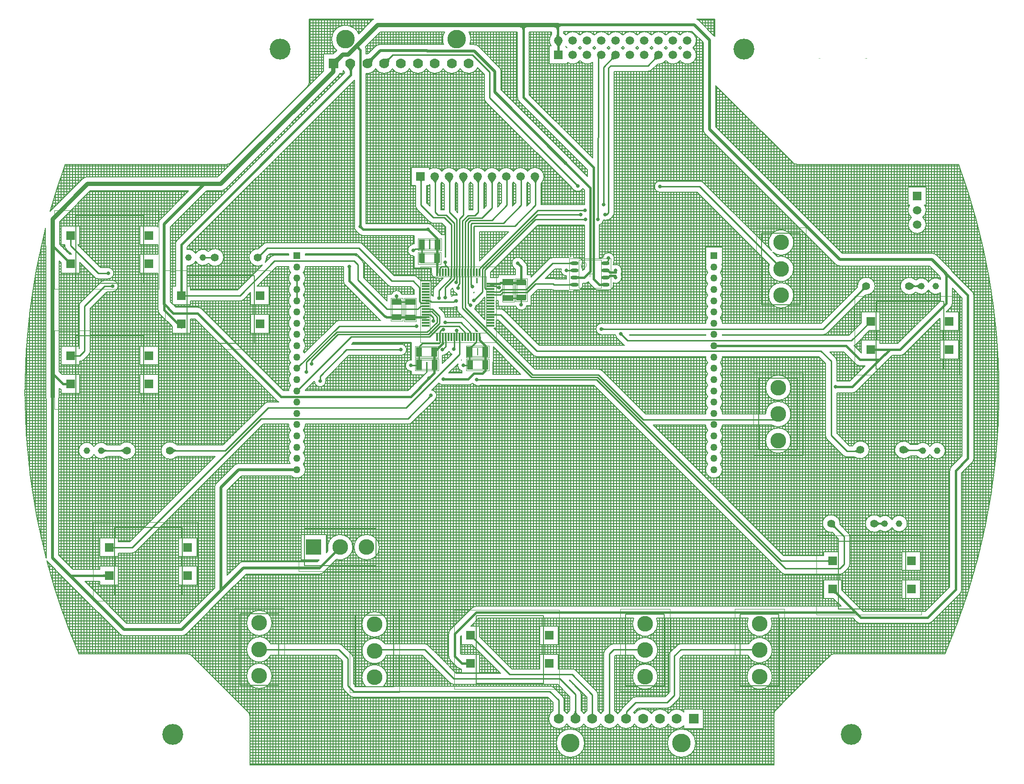
<source format=gtl>
G04*
G04 #@! TF.GenerationSoftware,Altium Limited,Altium Designer,19.1.5 (86)*
G04*
G04 Layer_Physical_Order=1*
G04 Layer_Color=255*
%FSLAX24Y24*%
%MOIN*%
G70*
G01*
G75*
%ADD10C,0.0079*%
%ADD11C,0.0100*%
%ADD15C,0.0039*%
%ADD18C,0.0200*%
%ADD19C,0.0080*%
%ADD21C,0.0020*%
%ADD22R,0.0417X0.0701*%
%ADD23R,0.0701X0.0417*%
%ADD24R,0.0402X0.0717*%
%ADD25R,0.0717X0.0402*%
%ADD26R,0.0610X0.0630*%
%ADD27R,0.0118X0.0571*%
%ADD28R,0.0571X0.0118*%
%ADD29O,0.0571X0.0236*%
%ADD52C,0.0150*%
%ADD53C,0.0250*%
%ADD54C,0.0300*%
%ADD55C,0.0130*%
%ADD56C,0.1093*%
%ADD57R,0.0591X0.0591*%
%ADD58C,0.0591*%
%ADD59R,0.1093X0.1093*%
%ADD60C,0.0500*%
%ADD61R,0.0500X0.0500*%
%ADD62C,0.0460*%
%ADD63R,0.0700X0.0700*%
%ADD64C,0.0700*%
%ADD65C,0.1300*%
%ADD66C,0.1460*%
%ADD67R,0.0591X0.0591*%
%ADD68C,0.0551*%
%ADD69C,0.0250*%
G36*
X29510Y52205D02*
X29520Y52204D01*
X29558Y52202D01*
X29812Y52200D01*
Y52000D01*
X29619Y51996D01*
X29603Y51994D01*
X29573Y51986D01*
X29547Y51976D01*
X29525Y51962D01*
X29507Y51946D01*
X29493Y51926D01*
X29484Y51907D01*
X29480Y51862D01*
X29475Y51726D01*
X29475Y51670D01*
X29325D01*
X29325Y51726D01*
X29317Y51843D01*
X29313Y51854D01*
X29298Y51877D01*
X29277Y51896D01*
X29250Y51912D01*
X29217Y51926D01*
X29178Y51936D01*
X29133Y51944D01*
X29082Y51948D01*
X29025Y51950D01*
X29400Y52100D01*
X29506Y52061D01*
Y52206D01*
X29510Y52205D01*
D02*
G37*
G36*
X27375Y51950D02*
X27318Y51948D01*
X27267Y51944D01*
X27222Y51936D01*
X27183Y51926D01*
X27150Y51912D01*
X27123Y51896D01*
X27102Y51877D01*
X27087Y51854D01*
X27079Y51831D01*
X27075Y51726D01*
X27075Y51670D01*
X26925D01*
X26925Y51726D01*
X26918Y51831D01*
X26917Y51843D01*
X26913Y51854D01*
X26898Y51877D01*
X26877Y51896D01*
X26850Y51912D01*
X26817Y51926D01*
X26778Y51936D01*
X26733Y51944D01*
X26682Y51948D01*
X26625Y51950D01*
X27000Y52250D01*
X27375Y51950D01*
D02*
G37*
G36*
X29476Y51446D02*
X29481Y51421D01*
X29488Y51396D01*
X29498Y51373D01*
X29511Y51349D01*
X29526Y51327D01*
X29545Y51305D01*
X29567Y51284D01*
X29591Y51263D01*
X29618Y51243D01*
X29211Y51173D01*
X29232Y51204D01*
X29269Y51264D01*
X29284Y51292D01*
X29296Y51320D01*
X29307Y51347D01*
X29315Y51373D01*
X29320Y51398D01*
X29324Y51422D01*
X29325Y51445D01*
X29475Y51471D01*
X29476Y51446D01*
D02*
G37*
G36*
X29632Y50763D02*
X29609Y50738D01*
X29590Y50712D01*
X29572Y50687D01*
X29558Y50662D01*
X29546Y50636D01*
X29537Y50611D01*
X29530Y50587D01*
X29526Y50562D01*
X29525Y50537D01*
X29375D01*
X29374Y50562D01*
X29370Y50587D01*
X29363Y50611D01*
X29354Y50636D01*
X29342Y50662D01*
X29328Y50687D01*
X29310Y50712D01*
X29291Y50738D01*
X29268Y50763D01*
X29243Y50789D01*
X29657D01*
X29632Y50763D01*
D02*
G37*
G36*
X15482Y50631D02*
X15488Y50616D01*
X15497Y50599D01*
X15510Y50579D01*
X15526Y50557D01*
X15569Y50506D01*
X15625Y50446D01*
X15658Y50412D01*
X15552Y50306D01*
X15518Y50339D01*
X15407Y50438D01*
X15385Y50454D01*
X15365Y50467D01*
X15348Y50476D01*
X15333Y50482D01*
X15320Y50484D01*
X15480Y50644D01*
X15482Y50631D01*
D02*
G37*
G36*
X29526Y50415D02*
X29528Y50390D01*
X29532Y50367D01*
X29537Y50347D01*
X29544Y50331D01*
X29552Y50317D01*
X29562Y50306D01*
X29573Y50299D01*
X29586Y50294D01*
X29600Y50293D01*
X29300D01*
X29314Y50294D01*
X29327Y50299D01*
X29338Y50306D01*
X29348Y50317D01*
X29356Y50331D01*
X29363Y50347D01*
X29368Y50367D01*
X29372Y50390D01*
X29374Y50415D01*
X29375Y50444D01*
X29525D01*
X29526Y50415D01*
D02*
G37*
G36*
X50946Y49772D02*
X50949Y49771D01*
X50952Y49769D01*
X50956Y49768D01*
X50960Y49767D01*
X50965Y49766D01*
X50976Y49765D01*
X50982Y49765D01*
X50989Y49765D01*
Y49755D01*
X50982Y49755D01*
X50965Y49754D01*
X50960Y49753D01*
X50956Y49752D01*
X50952Y49751D01*
X50949Y49749D01*
X50946Y49748D01*
X50944Y49746D01*
X50930Y49760D01*
X50944Y49774D01*
X50946Y49772D01*
D02*
G37*
G36*
X50930Y49760D02*
X50916Y49746D01*
X50914Y49748D01*
X50911Y49749D01*
X50908Y49751D01*
X50904Y49752D01*
X50900Y49753D01*
X50895Y49754D01*
X50878Y49755D01*
X50871Y49755D01*
Y49765D01*
X50878Y49765D01*
X50884Y49765D01*
X50895Y49766D01*
X50900Y49767D01*
X50904Y49768D01*
X50908Y49769D01*
X50911Y49771D01*
X50914Y49772D01*
X50916Y49774D01*
X50930Y49760D01*
D02*
G37*
G36*
X47706Y49772D02*
X47709Y49771D01*
X47712Y49769D01*
X47716Y49768D01*
X47720Y49767D01*
X47725Y49766D01*
X47736Y49765D01*
X47742Y49765D01*
X47749Y49765D01*
Y49755D01*
X47742Y49755D01*
X47725Y49754D01*
X47720Y49753D01*
X47716Y49752D01*
X47712Y49751D01*
X47709Y49749D01*
X47706Y49748D01*
X47704Y49746D01*
X47690Y49760D01*
X47704Y49774D01*
X47706Y49772D01*
D02*
G37*
G36*
X47690Y49760D02*
X47676Y49746D01*
X47674Y49748D01*
X47671Y49749D01*
X47668Y49751D01*
X47664Y49752D01*
X47660Y49753D01*
X47655Y49754D01*
X47638Y49755D01*
X47631Y49755D01*
Y49765D01*
X47638Y49765D01*
X47644Y49765D01*
X47655Y49766D01*
X47660Y49767D01*
X47664Y49768D01*
X47668Y49769D01*
X47671Y49771D01*
X47674Y49772D01*
X47676Y49774D01*
X47690Y49760D01*
D02*
G37*
G36*
X14291Y49749D02*
X14231Y49687D01*
X14138Y49577D01*
X14104Y49528D01*
X14078Y49483D01*
X14061Y49443D01*
X14052Y49407D01*
X14052Y49375D01*
X14061Y49348D01*
X14078Y49325D01*
X13655Y49748D01*
X13678Y49731D01*
X13705Y49722D01*
X13737Y49722D01*
X13773Y49731D01*
X13813Y49748D01*
X13858Y49774D01*
X13907Y49808D01*
X13960Y49850D01*
X14079Y49961D01*
X14291Y49749D01*
D02*
G37*
G36*
X36447Y49705D02*
X36405Y49704D01*
X36329Y49699D01*
X36295Y49694D01*
X36264Y49688D01*
X36236Y49680D01*
X36211Y49671D01*
X36189Y49660D01*
X36170Y49648D01*
X36154Y49634D01*
X36084Y49704D01*
X36098Y49720D01*
X36110Y49739D01*
X36121Y49761D01*
X36130Y49786D01*
X36138Y49814D01*
X36144Y49845D01*
X36149Y49879D01*
X36154Y49955D01*
X36155Y49997D01*
X36447Y49705D01*
D02*
G37*
G36*
X33447D02*
X33405Y49704D01*
X33329Y49699D01*
X33295Y49694D01*
X33264Y49688D01*
X33236Y49680D01*
X33211Y49671D01*
X33189Y49660D01*
X33170Y49648D01*
X33154Y49634D01*
X33084Y49704D01*
X33098Y49720D01*
X33110Y49739D01*
X33121Y49761D01*
X33130Y49786D01*
X33138Y49814D01*
X33144Y49845D01*
X33149Y49879D01*
X33154Y49955D01*
X33155Y49997D01*
X33447Y49705D01*
D02*
G37*
G36*
X17699Y49758D02*
X17683Y49740D01*
X17670Y49718D01*
X17657Y49692D01*
X17647Y49662D01*
X17638Y49629D01*
X17631Y49591D01*
X17626Y49550D01*
X17620Y49456D01*
X17620Y49404D01*
X17273Y49750D01*
X17326Y49750D01*
X17420Y49756D01*
X17461Y49761D01*
X17499Y49768D01*
X17532Y49777D01*
X17562Y49787D01*
X17588Y49800D01*
X17610Y49813D01*
X17628Y49829D01*
X17699Y49758D01*
D02*
G37*
G36*
X16546Y49715D02*
X16526Y49692D01*
X16507Y49668D01*
X16491Y49641D01*
X16477Y49613D01*
X16466Y49583D01*
X16456Y49551D01*
X16449Y49517D01*
X16444Y49481D01*
X16441Y49443D01*
X16440Y49404D01*
X16093Y49750D01*
X16133Y49751D01*
X16171Y49754D01*
X16207Y49759D01*
X16241Y49766D01*
X16273Y49776D01*
X16303Y49787D01*
X16331Y49801D01*
X16358Y49817D01*
X16382Y49836D01*
X16405Y49856D01*
X16546Y49715D01*
D02*
G37*
G36*
X15152Y49142D02*
X15102Y49069D01*
X15082Y49035D01*
X15064Y49003D01*
X15050Y48971D01*
X15039Y48941D01*
X15031Y48913D01*
X15027Y48885D01*
X15025Y48859D01*
X14875Y48842D01*
X14873Y48870D01*
X14868Y48899D01*
X14859Y48927D01*
X14846Y48955D01*
X14830Y48983D01*
X14810Y49011D01*
X14787Y49040D01*
X14760Y49068D01*
X14729Y49096D01*
X14695Y49124D01*
X15182Y49180D01*
X15152Y49142D01*
D02*
G37*
G36*
X29948Y42600D02*
X29800Y42452D01*
X29799Y42453D01*
X29797Y42457D01*
X29794Y42461D01*
X29784Y42473D01*
X29749Y42510D01*
X29737Y42522D01*
X29878Y42663D01*
X29948Y42600D01*
D02*
G37*
G36*
X19941Y41205D02*
X19932Y41202D01*
X19924Y41197D01*
X19918Y41190D01*
X19913Y41181D01*
X19908Y41170D01*
X19905Y41157D01*
X19902Y41142D01*
X19900Y41125D01*
X19900Y41106D01*
X19800D01*
X19799Y41125D01*
X19798Y41142D01*
X19796Y41157D01*
X19792Y41170D01*
X19787Y41181D01*
X19782Y41190D01*
X19776Y41197D01*
X19768Y41202D01*
X19760Y41205D01*
X19750Y41206D01*
X19950D01*
X19941Y41205D01*
D02*
G37*
G36*
X24977Y41259D02*
X24927Y41201D01*
X24906Y41174D01*
X24889Y41148D01*
X24875Y41123D01*
X24864Y41099D01*
X24856Y41075D01*
X24852Y41053D01*
X24850Y41032D01*
X24750D01*
X24748Y41053D01*
X24744Y41075D01*
X24736Y41099D01*
X24725Y41123D01*
X24711Y41148D01*
X24694Y41174D01*
X24673Y41201D01*
X24623Y41259D01*
X24593Y41289D01*
X25007D01*
X24977Y41259D01*
D02*
G37*
G36*
X22977D02*
X22927Y41201D01*
X22906Y41174D01*
X22889Y41148D01*
X22875Y41123D01*
X22864Y41099D01*
X22856Y41075D01*
X22852Y41053D01*
X22850Y41032D01*
X22750D01*
X22748Y41053D01*
X22744Y41075D01*
X22736Y41099D01*
X22725Y41123D01*
X22711Y41148D01*
X22694Y41174D01*
X22673Y41201D01*
X22623Y41259D01*
X22593Y41289D01*
X23007D01*
X22977Y41259D01*
D02*
G37*
G36*
X28013Y41290D02*
X27950Y41189D01*
X27935Y41160D01*
X27913Y41108D01*
X27906Y41085D01*
X27901Y41064D01*
X27900Y41045D01*
X27800Y41028D01*
X27798Y41050D01*
X27793Y41073D01*
X27785Y41096D01*
X27773Y41119D01*
X27758Y41142D01*
X27740Y41165D01*
X27718Y41188D01*
X27692Y41211D01*
X27664Y41234D01*
X27632Y41257D01*
X28039Y41327D01*
X28013Y41290D01*
D02*
G37*
G36*
X24013D02*
X23950Y41189D01*
X23935Y41160D01*
X23913Y41108D01*
X23906Y41085D01*
X23901Y41064D01*
X23900Y41045D01*
X23800Y41028D01*
X23798Y41050D01*
X23793Y41073D01*
X23785Y41096D01*
X23773Y41119D01*
X23758Y41142D01*
X23740Y41165D01*
X23718Y41188D01*
X23692Y41211D01*
X23664Y41234D01*
X23632Y41257D01*
X24039Y41327D01*
X24013Y41290D01*
D02*
G37*
G36*
X22013D02*
X21950Y41189D01*
X21935Y41160D01*
X21913Y41108D01*
X21906Y41085D01*
X21901Y41064D01*
X21900Y41045D01*
X21800Y41028D01*
X21798Y41050D01*
X21793Y41073D01*
X21785Y41096D01*
X21773Y41119D01*
X21758Y41142D01*
X21740Y41165D01*
X21718Y41188D01*
X21692Y41211D01*
X21664Y41234D01*
X21632Y41257D01*
X22039Y41327D01*
X22013Y41290D01*
D02*
G37*
G36*
X21013D02*
X20950Y41189D01*
X20935Y41160D01*
X20913Y41108D01*
X20906Y41085D01*
X20901Y41064D01*
X20900Y41045D01*
X20800Y41028D01*
X20798Y41050D01*
X20793Y41073D01*
X20785Y41096D01*
X20773Y41119D01*
X20758Y41142D01*
X20740Y41165D01*
X20718Y41188D01*
X20692Y41211D01*
X20664Y41234D01*
X20632Y41257D01*
X21039Y41327D01*
X21013Y41290D01*
D02*
G37*
G36*
X30739Y40982D02*
X30754Y40969D01*
X30761Y40964D01*
X30768Y40960D01*
X30775Y40956D01*
X30781Y40953D01*
X30787Y40951D01*
X30793Y40950D01*
X30799Y40950D01*
X30700Y40851D01*
X30700Y40857D01*
X30699Y40863D01*
X30697Y40869D01*
X30694Y40875D01*
X30690Y40882D01*
X30686Y40889D01*
X30681Y40896D01*
X30675Y40903D01*
X30661Y40918D01*
X30732Y40989D01*
X30739Y40982D01*
D02*
G37*
G36*
X30349Y35351D02*
X30347Y35360D01*
X30343Y35369D01*
X30336Y35376D01*
X30326Y35382D01*
X30313Y35388D01*
X30297Y35392D01*
X30278Y35396D01*
X30256Y35398D01*
X30232Y35400D01*
X30204Y35400D01*
Y35500D01*
X30232Y35500D01*
X30278Y35504D01*
X30297Y35508D01*
X30313Y35512D01*
X30326Y35518D01*
X30336Y35524D01*
X30343Y35531D01*
X30347Y35540D01*
X30349Y35549D01*
Y35351D01*
D02*
G37*
G36*
X56550Y34700D02*
X56731Y34413D01*
X56711Y34432D01*
X56693Y34445D01*
X56677Y34453D01*
X56663Y34457D01*
X56652Y34455D01*
X56642Y34448D01*
X56635Y34436D01*
X56629Y34419D01*
X56626Y34396D01*
X56625Y34369D01*
X56475Y34484D01*
X56474Y34513D01*
X56469Y34543D01*
X56462Y34573D01*
X56452Y34602D01*
X56440Y34631D01*
X56424Y34660D01*
X56406Y34689D01*
X56384Y34718D01*
X56360Y34747D01*
X56334Y34775D01*
X56550Y34700D01*
D02*
G37*
G36*
X30812Y34547D02*
X30822Y34542D01*
X30835Y34538D01*
X30849Y34535D01*
X30866Y34532D01*
X30907Y34527D01*
X30956Y34525D01*
X30984Y34525D01*
Y34375D01*
X30956Y34375D01*
X30866Y34368D01*
X30849Y34365D01*
X30835Y34362D01*
X30822Y34358D01*
X30812Y34353D01*
X30803Y34348D01*
Y34552D01*
X30812Y34547D01*
D02*
G37*
G36*
X30349Y33851D02*
X30347Y33860D01*
X30343Y33869D01*
X30336Y33876D01*
X30326Y33882D01*
X30313Y33888D01*
X30297Y33892D01*
X30278Y33896D01*
X30256Y33898D01*
X30232Y33900D01*
X30204Y33900D01*
Y34000D01*
X30232Y34000D01*
X30278Y34004D01*
X30297Y34008D01*
X30313Y34012D01*
X30326Y34018D01*
X30336Y34024D01*
X30343Y34031D01*
X30347Y34040D01*
X30349Y34049D01*
Y33851D01*
D02*
G37*
G36*
X54636Y33689D02*
X54614Y33710D01*
X54572Y33746D01*
X54552Y33760D01*
X54532Y33772D01*
X54512Y33782D01*
X54493Y33790D01*
X54474Y33796D01*
X54456Y33799D01*
X54437Y33800D01*
Y33900D01*
X54456Y33901D01*
X54474Y33904D01*
X54493Y33910D01*
X54512Y33918D01*
X54532Y33928D01*
X54552Y33940D01*
X54572Y33954D01*
X54593Y33971D01*
X54614Y33990D01*
X54636Y34011D01*
Y33689D01*
D02*
G37*
G36*
X54174Y34016D02*
X54227Y33970D01*
X54252Y33951D01*
X54277Y33936D01*
X54300Y33923D01*
X54323Y33913D01*
X54345Y33906D01*
X54366Y33901D01*
X54386Y33900D01*
Y33800D01*
X54366Y33799D01*
X54345Y33794D01*
X54323Y33787D01*
X54300Y33777D01*
X54277Y33764D01*
X54252Y33749D01*
X54227Y33730D01*
X54201Y33709D01*
X54147Y33657D01*
Y34043D01*
X54174Y34016D01*
D02*
G37*
G36*
X50947Y33574D02*
X50909Y33574D01*
X50839Y33569D01*
X50808Y33564D01*
X50780Y33558D01*
X50754Y33551D01*
X50731Y33542D01*
X50710Y33531D01*
X50692Y33519D01*
X50677Y33506D01*
X50606Y33577D01*
X50619Y33592D01*
X50631Y33610D01*
X50642Y33631D01*
X50651Y33654D01*
X50658Y33680D01*
X50664Y33708D01*
X50669Y33739D01*
X50672Y33772D01*
X50674Y33847D01*
X50947Y33574D01*
D02*
G37*
G36*
X21600Y33186D02*
X21602Y33166D01*
X21603Y33158D01*
X21605Y33150D01*
X21607Y33143D01*
X21610Y33136D01*
X21613Y33131D01*
X21616Y33126D01*
X21620Y33121D01*
X21480D01*
X21484Y33126D01*
X21487Y33131D01*
X21490Y33136D01*
X21493Y33143D01*
X21495Y33150D01*
X21497Y33158D01*
X21498Y33166D01*
X21499Y33176D01*
X21500Y33197D01*
X21600D01*
X21600Y33186D01*
D02*
G37*
G36*
X23689Y32918D02*
X23682Y32911D01*
X23669Y32896D01*
X23664Y32889D01*
X23660Y32882D01*
X23656Y32875D01*
X23653Y32869D01*
X23651Y32863D01*
X23650Y32857D01*
X23650Y32851D01*
X23551Y32950D01*
X23557Y32950D01*
X23563Y32951D01*
X23569Y32953D01*
X23575Y32956D01*
X23582Y32960D01*
X23589Y32964D01*
X23596Y32969D01*
X23603Y32975D01*
X23618Y32989D01*
X23689Y32918D01*
D02*
G37*
G36*
X24999Y31917D02*
X25002Y31916D01*
X25007Y31915D01*
X25014Y31914D01*
X25034Y31912D01*
X25098Y31911D01*
Y31811D01*
X25079Y31811D01*
X25002Y31806D01*
X24999Y31805D01*
X24998Y31803D01*
Y31919D01*
X24999Y31917D01*
D02*
G37*
G36*
X19434Y31802D02*
X19438Y31789D01*
X19446Y31778D01*
X19456Y31768D01*
X19470Y31760D01*
X19487Y31753D01*
X19506Y31748D01*
X19529Y31744D01*
X19555Y31742D01*
X19583Y31741D01*
Y31591D01*
X19555Y31591D01*
X19529Y31588D01*
X19506Y31585D01*
X19487Y31579D01*
X19470Y31573D01*
X19456Y31564D01*
X19446Y31555D01*
X19438Y31543D01*
X19434Y31531D01*
X19432Y31516D01*
Y31816D01*
X19434Y31802D01*
D02*
G37*
G36*
X32526Y30916D02*
X32531Y30913D01*
X32536Y30910D01*
X32543Y30907D01*
X32550Y30905D01*
X32558Y30903D01*
X32566Y30902D01*
X32576Y30901D01*
X32597Y30900D01*
Y30800D01*
X32586Y30800D01*
X32566Y30798D01*
X32558Y30797D01*
X32550Y30795D01*
X32543Y30793D01*
X32536Y30790D01*
X32531Y30787D01*
X32526Y30784D01*
X32521Y30780D01*
Y30920D01*
X32526Y30916D01*
D02*
G37*
G36*
X23458Y29640D02*
X23448Y29628D01*
X23441Y29617D01*
X23437Y29608D01*
X23435Y29600D01*
X23437Y29594D01*
X23441Y29589D01*
X23448Y29585D01*
X23458Y29583D01*
X23471Y29582D01*
X23189D01*
X23202Y29583D01*
X23216Y29585D01*
X23230Y29589D01*
X23245Y29594D01*
X23259Y29600D01*
X23273Y29608D01*
X23287Y29617D01*
X23301Y29628D01*
X23316Y29640D01*
X23330Y29654D01*
X23471D01*
X23458Y29640D01*
D02*
G37*
G36*
X19800Y29637D02*
X19803Y29607D01*
X19804Y29599D01*
X19806Y29593D01*
X19808Y29588D01*
X19811Y29585D01*
X19813Y29583D01*
X19817Y29582D01*
X19683D01*
X19687Y29583D01*
X19689Y29585D01*
X19692Y29588D01*
X19694Y29593D01*
X19696Y29599D01*
X19697Y29607D01*
X19699Y29615D01*
X19700Y29637D01*
X19700Y29650D01*
X19800D01*
X19800Y29637D01*
D02*
G37*
G36*
X23826Y27366D02*
X23831Y27363D01*
X23836Y27360D01*
X23843Y27357D01*
X23850Y27355D01*
X23858Y27353D01*
X23866Y27352D01*
X23876Y27351D01*
X23897Y27350D01*
Y27250D01*
X23886Y27250D01*
X23866Y27248D01*
X23858Y27247D01*
X23850Y27245D01*
X23843Y27243D01*
X23836Y27240D01*
X23831Y27237D01*
X23826Y27234D01*
X23821Y27230D01*
Y27370D01*
X23826Y27366D01*
D02*
G37*
G36*
X54719Y22208D02*
X54701Y22230D01*
X54682Y22250D01*
X54664Y22268D01*
X54645Y22283D01*
X54627Y22296D01*
X54608Y22306D01*
X54589Y22314D01*
X54571Y22320D01*
X54552Y22324D01*
X54533Y22325D01*
X54545Y22425D01*
X54562Y22426D01*
X54580Y22429D01*
X54599Y22434D01*
X54618Y22441D01*
X54639Y22451D01*
X54660Y22462D01*
X54683Y22475D01*
X54730Y22508D01*
X54754Y22528D01*
X54719Y22208D01*
D02*
G37*
G36*
X53788Y22546D02*
X53835Y22498D01*
X53858Y22479D01*
X53881Y22462D01*
X53903Y22449D01*
X53926Y22438D01*
X53947Y22431D01*
X53969Y22426D01*
X53990Y22425D01*
X53981Y22325D01*
X53961Y22324D01*
X53941Y22320D01*
X53919Y22313D01*
X53895Y22303D01*
X53871Y22291D01*
X53845Y22276D01*
X53789Y22239D01*
X53760Y22216D01*
X53728Y22190D01*
X53763Y22574D01*
X53788Y22546D01*
D02*
G37*
G36*
X-2314Y22490D02*
X-2272Y22454D01*
X-2252Y22440D01*
X-2232Y22428D01*
X-2212Y22418D01*
X-2193Y22410D01*
X-2174Y22404D01*
X-2156Y22401D01*
X-2138Y22400D01*
Y22300D01*
X-2156Y22299D01*
X-2174Y22296D01*
X-2193Y22290D01*
X-2212Y22282D01*
X-2232Y22272D01*
X-2252Y22260D01*
X-2272Y22246D01*
X-2293Y22229D01*
X-2314Y22210D01*
X-2336Y22189D01*
Y22511D01*
X-2314Y22490D01*
D02*
G37*
G36*
X2524Y22516D02*
X2577Y22470D01*
X2602Y22451D01*
X2627Y22436D01*
X2650Y22423D01*
X2673Y22413D01*
X2695Y22406D01*
X2716Y22401D01*
X2736Y22400D01*
Y22300D01*
X2716Y22299D01*
X2695Y22294D01*
X2673Y22287D01*
X2650Y22277D01*
X2627Y22264D01*
X2602Y22249D01*
X2577Y22230D01*
X2551Y22209D01*
X2497Y22157D01*
Y22543D01*
X2524Y22516D01*
D02*
G37*
G36*
X-897Y22157D02*
X-924Y22184D01*
X-977Y22230D01*
X-1002Y22249D01*
X-1027Y22264D01*
X-1050Y22277D01*
X-1073Y22287D01*
X-1095Y22294D01*
X-1116Y22299D01*
X-1136Y22300D01*
Y22400D01*
X-1116Y22401D01*
X-1095Y22406D01*
X-1073Y22413D01*
X-1050Y22423D01*
X-1027Y22436D01*
X-1002Y22451D01*
X-977Y22470D01*
X-951Y22491D01*
X-897Y22543D01*
Y22157D01*
D02*
G37*
G36*
X50437Y22149D02*
X50393Y22168D01*
X50184Y22246D01*
X50167Y22249D01*
X50153Y22250D01*
X50114Y22350D01*
X50136Y22352D01*
X50158Y22356D01*
X50179Y22364D01*
X50198Y22375D01*
X50217Y22390D01*
X50235Y22407D01*
X50252Y22428D01*
X50268Y22451D01*
X50283Y22478D01*
X50297Y22508D01*
X50437Y22149D01*
D02*
G37*
G36*
X51724Y17416D02*
X51777Y17370D01*
X51802Y17351D01*
X51827Y17336D01*
X51850Y17323D01*
X51873Y17313D01*
X51895Y17306D01*
X51912Y17302D01*
X51924Y17304D01*
X51943Y17310D01*
X51962Y17318D01*
X51982Y17328D01*
X52002Y17340D01*
X52022Y17354D01*
X52043Y17371D01*
X52064Y17390D01*
X52086Y17411D01*
Y17089D01*
X52064Y17110D01*
X52022Y17146D01*
X52002Y17160D01*
X51982Y17172D01*
X51962Y17182D01*
X51943Y17190D01*
X51924Y17196D01*
X51912Y17198D01*
X51895Y17194D01*
X51873Y17187D01*
X51850Y17177D01*
X51827Y17164D01*
X51802Y17149D01*
X51777Y17130D01*
X51751Y17109D01*
X51697Y17057D01*
Y17443D01*
X51724Y17416D01*
D02*
G37*
G36*
X48776Y17209D02*
X48781Y17139D01*
X48786Y17108D01*
X48792Y17080D01*
X48799Y17054D01*
X48808Y17031D01*
X48819Y17010D01*
X48831Y16992D01*
X48844Y16977D01*
X48773Y16906D01*
X48758Y16919D01*
X48740Y16931D01*
X48719Y16942D01*
X48696Y16951D01*
X48670Y16958D01*
X48642Y16964D01*
X48611Y16969D01*
X48578Y16972D01*
X48503Y16974D01*
X48776Y17247D01*
X48776Y17209D01*
D02*
G37*
G36*
X48301Y14534D02*
X48300Y14544D01*
X48297Y14552D01*
X48292Y14560D01*
X48285Y14566D01*
X48276Y14572D01*
X48265Y14576D01*
X48252Y14580D01*
X48236Y14582D01*
X48219Y14584D01*
X48200Y14584D01*
Y14684D01*
X48219Y14685D01*
X48236Y14686D01*
X48252Y14689D01*
X48265Y14692D01*
X48276Y14697D01*
X48285Y14702D01*
X48292Y14709D01*
X48297Y14716D01*
X48300Y14725D01*
X48301Y14734D01*
Y14534D01*
D02*
G37*
G36*
X-2249Y13466D02*
X-2250Y13480D01*
X-2255Y13493D01*
X-2262Y13504D01*
X-2273Y13514D01*
X-2287Y13522D01*
X-2303Y13529D01*
X-2323Y13534D01*
X-2346Y13538D01*
X-2371Y13540D01*
X-2400Y13541D01*
Y13691D01*
X-2371Y13691D01*
X-2346Y13694D01*
X-2323Y13697D01*
X-2303Y13703D01*
X-2287Y13709D01*
X-2273Y13718D01*
X-2262Y13727D01*
X-2255Y13739D01*
X-2250Y13751D01*
X-2249Y13766D01*
Y13466D01*
D02*
G37*
G36*
X48899Y12552D02*
X48895Y12539D01*
Y12523D01*
X48899Y12505D01*
X48908Y12485D01*
X48921Y12462D01*
X48938Y12438D01*
X48959Y12411D01*
X49014Y12352D01*
X48908Y12246D01*
X48877Y12276D01*
X48822Y12322D01*
X48798Y12339D01*
X48775Y12352D01*
X48755Y12360D01*
X48737Y12365D01*
X48721D01*
X48707Y12360D01*
X48696Y12352D01*
X48908Y12564D01*
X48899Y12552D01*
D02*
G37*
G36*
X30687Y4133D02*
X30693Y4107D01*
X30703Y4080D01*
X30716Y4052D01*
X30734Y4022D01*
X30755Y3991D01*
X30781Y3958D01*
X30843Y3887D01*
X30880Y3850D01*
X30390D01*
X30427Y3887D01*
X30489Y3958D01*
X30515Y3991D01*
X30536Y4022D01*
X30554Y4052D01*
X30567Y4080D01*
X30577Y4107D01*
X30583Y4133D01*
X30585Y4156D01*
X30685D01*
X30687Y4133D01*
D02*
G37*
D10*
X43450Y22400D02*
X46150D01*
Y27400D01*
X43450D02*
X46150D01*
X43450Y22400D02*
Y27400D01*
X43650Y32550D02*
X46350D01*
Y37550D01*
X43650D02*
X46350D01*
X43650Y32550D02*
Y37550D01*
X11700Y14301D02*
Y16899D01*
Y14301D02*
X16700D01*
Y16899D01*
X11700D02*
X16700D01*
X34150Y5900D02*
X36850D01*
Y10900D01*
X34150D02*
X36850D01*
X34150Y5900D02*
Y10900D01*
X42150Y5900D02*
X44850D01*
Y10900D01*
X42150D02*
X44850D01*
X42150Y5900D02*
Y10900D01*
X15250Y5850D02*
Y10850D01*
X17950D01*
Y5850D02*
Y10850D01*
X15250Y5850D02*
X17950D01*
X7200Y5950D02*
Y10950D01*
X9900D01*
Y5950D02*
Y10950D01*
X7200Y5950D02*
X9900D01*
X23688Y6088D02*
X28412D01*
Y10812D01*
X23688D02*
X28412D01*
X23688Y6088D02*
Y10812D01*
X3488Y29838D02*
X8212D01*
Y34562D01*
X3488D02*
X8212D01*
X3488Y29838D02*
Y34562D01*
X-1562Y12238D02*
Y16962D01*
X3162D01*
Y12238D02*
Y16962D01*
X-1562Y12238D02*
X3162D01*
X51638Y28038D02*
Y32762D01*
X56362D01*
Y28038D02*
Y32762D01*
X51638Y28038D02*
X56362D01*
X48988Y11288D02*
Y16012D01*
X53712D01*
Y11288D02*
Y16012D01*
X48988Y11288D02*
X53712D01*
X-4262Y25638D02*
X462D01*
Y30362D01*
X-4262D02*
X462D01*
X-4262Y25638D02*
Y30362D01*
Y34038D02*
X462D01*
Y38762D01*
X-4262D02*
X462D01*
X-4262Y34038D02*
Y38762D01*
D11*
X26816Y32999D02*
X26850Y33033D01*
X25950Y32999D02*
X26816D01*
X23268Y29250D02*
Y29522D01*
X23249Y28366D02*
X23265Y28350D01*
X23249Y28366D02*
Y29250D01*
X23215Y28300D02*
X23265Y28350D01*
X22800Y28300D02*
X23215D01*
X19719Y28350D02*
Y29250D01*
X19150Y28300D02*
X19649D01*
X19699Y28350D01*
X19084Y32735D02*
X19100Y32751D01*
X18150Y32735D02*
X19084D01*
X18150D02*
Y33150D01*
X19300Y36350D02*
X19341D01*
X19432Y36442D01*
X19748D01*
X19899Y36593D01*
Y36750D01*
X19915Y36734D01*
Y35800D02*
Y36734D01*
X26850Y32550D02*
Y33033D01*
X30000Y34950D02*
X30577D01*
X32723Y35450D02*
X32950Y35677D01*
Y35800D01*
X20582Y32750D02*
Y32753D01*
X20517Y32817D02*
X20582Y32753D01*
X20258Y32817D02*
X20517D01*
X20248Y32827D02*
X20258Y32817D01*
X20204Y32827D02*
X20248D01*
X20186Y32845D02*
X20204Y32827D01*
X22942Y32345D02*
X27647Y27640D01*
X23139Y32661D02*
X23300Y32500D01*
X23139Y32661D02*
Y34814D01*
X22942Y32345D02*
Y34814D01*
X22745Y32302D02*
Y34814D01*
Y32302D02*
X27577Y27470D01*
X22548Y34002D02*
Y34814D01*
X22450Y33904D02*
X22548Y34002D01*
X22450Y33700D02*
Y33904D01*
X22487Y31045D02*
X22939Y30592D01*
X21172Y31045D02*
X22487D01*
X20427Y30300D02*
X21172Y31045D01*
X21300Y30800D02*
X21400D01*
X21170Y30670D02*
X21300Y30800D01*
X20286Y30640D02*
X20970Y31324D01*
X13961Y30640D02*
X20286D01*
X20970Y31324D02*
Y31689D01*
X21140Y31253D02*
Y31760D01*
X20357Y30470D02*
X21140Y31253D01*
X14031Y30470D02*
X20357D01*
X14955Y30300D02*
X20427D01*
X22351Y30287D02*
Y30749D01*
X22350Y30750D02*
X22351Y30749D01*
X11850Y28529D02*
X13961Y30640D01*
X12200Y28639D02*
X14031Y30470D01*
X11180Y26525D02*
X14955Y30300D01*
X14100Y8450D02*
X14750Y7800D01*
Y5900D02*
Y7800D01*
X8550Y8450D02*
X14100D01*
X29455Y3600D02*
Y4895D01*
X28850Y5500D02*
X29455Y4895D01*
X15150Y5500D02*
X28850D01*
X14750Y5900D02*
X15150Y5500D01*
X30400Y6700D02*
X31815Y5285D01*
Y3600D02*
Y5285D01*
X32995Y8150D02*
X33295Y8450D01*
X32995Y3600D02*
Y8150D01*
X37050Y4750D02*
X37550Y5250D01*
X34850Y4750D02*
X37050D01*
X34200Y4100D02*
X34850Y4750D01*
X34200Y3625D02*
Y4100D01*
X34175Y3600D02*
X34200Y3625D01*
X39300Y40800D02*
X45000Y35100D01*
Y35050D02*
Y35100D01*
X36550Y40800D02*
X39300D01*
X11180Y32824D02*
Y33611D01*
Y34399D01*
X20322Y31833D02*
X20517D01*
X20700Y31650D01*
Y31400D02*
Y31650D01*
X12800Y27200D02*
Y27550D01*
X12200Y28400D02*
Y28639D01*
X21171Y34761D02*
Y35118D01*
X20589Y32070D02*
X20970Y31689D01*
X20318Y32070D02*
X20589D01*
X20297Y32049D02*
X20318Y32070D01*
X20195Y32049D02*
X20297D01*
X20186Y32255D02*
X20645D01*
X21140Y31760D01*
X11850Y27850D02*
Y28529D01*
X11180Y28100D02*
X14130Y31050D01*
X19550D01*
X44423Y24523D02*
X44800Y24900D01*
X35368Y24523D02*
X44423D01*
X34266Y30034D02*
X49914D01*
X51254Y31374D01*
X33800Y30500D02*
X34266Y30034D01*
X48500Y23400D02*
Y28600D01*
X47786Y29314D02*
X48500Y28600D01*
X27936Y29314D02*
X47786D01*
X25389Y31861D02*
X27936Y29314D01*
X32250Y27640D02*
X35368Y24523D01*
X-3650Y32450D02*
X-2250Y33850D01*
X-1700D01*
X-2703Y34750D02*
X-2000D01*
X-4646Y36693D02*
X-2703Y34750D01*
X3104Y33194D02*
X7194D01*
X15186Y35614D02*
X15450Y35350D01*
X9614Y35614D02*
X15186D01*
X15450Y34274D02*
Y35350D01*
X7194Y33194D02*
X9614Y35614D01*
X8450Y35850D02*
X9100Y36500D01*
X15500D01*
X20168Y32657D02*
X20186Y32639D01*
X15500Y36500D02*
X17800Y34200D01*
X18940Y24590D02*
X20550Y26200D01*
X8660Y24590D02*
X18940D01*
X-346Y15584D02*
X8660Y24590D01*
X9179Y25350D02*
X18811D01*
X32700Y38850D02*
X32811D01*
X32950Y38989D01*
Y49100D01*
X32600Y49150D02*
X33450Y50000D01*
X32600Y39550D02*
Y49150D01*
X32950Y49100D02*
X33100Y49250D01*
X35700D01*
X36450Y50000D01*
X32220Y38587D02*
X32230Y49780D01*
X32219Y38586D02*
X32220Y38587D01*
X32230Y49780D02*
X32450Y50000D01*
X32219Y38519D02*
Y38586D01*
X32200Y38500D02*
X32219Y38519D01*
X27850Y38500D02*
X31350D01*
X24318Y34968D02*
X27850Y38500D01*
X27960Y38850D02*
X31000D01*
X24148Y35039D02*
X27960Y38850D01*
X28019Y39150D02*
X31300D01*
X23978Y35109D02*
X28019Y39150D01*
X21170Y30286D02*
Y30670D01*
X22351Y30287D02*
X22352Y30286D01*
X22140Y32750D02*
X22220Y32830D01*
X20582Y32750D02*
X22140D01*
X22155Y29455D02*
Y30286D01*
X22150Y29450D02*
X22155Y29455D01*
X22539Y29078D02*
Y30277D01*
X18811Y25350D02*
X22539Y29078D01*
Y30277D02*
X22548Y30286D01*
X21550Y35328D02*
X21669Y35209D01*
X21550Y35328D02*
Y35500D01*
X21958Y34814D02*
Y38142D01*
X21470Y38630D02*
X21958Y38142D01*
X22155Y34814D02*
Y38245D01*
X22352Y34814D02*
Y38498D01*
X22548Y34814D02*
Y38548D01*
X22745Y34814D02*
Y38395D01*
X21100Y33000D02*
Y33552D01*
X21170Y29920D02*
Y30286D01*
X21100Y29850D02*
X21170Y29920D01*
X19950Y29850D02*
X21100D01*
X21562Y29612D02*
X21564Y30286D01*
X21350Y29400D02*
X21562Y29612D01*
X25347Y33436D02*
X25511Y33600D01*
X24714Y33436D02*
X25347D01*
X25391Y33239D02*
X25552Y33400D01*
X24714Y33239D02*
X25391D01*
X23336Y33941D02*
Y34814D01*
Y33941D02*
X23450Y33827D01*
X22745Y38395D02*
X23130Y38780D01*
X22942Y34814D02*
Y38352D01*
X23200Y38610D01*
X23139Y34814D02*
Y38289D01*
X23336Y34814D02*
Y38186D01*
X23533Y34814D02*
Y38024D01*
X23139Y38289D02*
X23290Y38440D01*
X22548Y38548D02*
X22800Y38800D01*
X21850Y39000D02*
X22352Y38498D01*
X21600Y38800D02*
X22155Y38245D01*
X21669Y35209D02*
X21730Y35148D01*
X21752D01*
Y34823D02*
Y35148D01*
X23533Y38024D02*
X23559Y38050D01*
X25173Y33750D02*
X25300D01*
X25093Y33830D02*
X25173Y33750D01*
X24714Y33830D02*
X25093D01*
X27250Y33400D02*
X27850Y34000D01*
X25552Y33400D02*
X27250D01*
X27200Y33600D02*
X29050Y35450D01*
X25511Y33600D02*
X27200D01*
X19750Y29650D02*
X19950Y29850D01*
X19750Y29281D02*
Y29650D01*
X19719Y29250D02*
X19750Y29281D01*
X22352Y34152D02*
Y34814D01*
X22300Y34100D02*
X22352Y34152D01*
X15450Y34274D02*
X17474Y32250D01*
X19620D01*
X19830Y32461D01*
X3104Y33184D02*
Y33194D01*
X17800Y34200D02*
X19300D01*
X19830Y32461D02*
X20177D01*
X20186Y32452D01*
X20168Y32657D02*
X20177D01*
X19874D02*
X20168D01*
X20177D02*
X20186Y32648D01*
X19750Y32781D02*
X19874Y32657D01*
X49400Y14400D02*
Y16350D01*
X49100Y14100D02*
X49400Y14400D01*
X45310Y14100D02*
X49100D01*
X48500Y17250D02*
X49400Y16350D01*
X45016Y14634D02*
X48604D01*
X51500Y17250D02*
X52250D01*
X-1946Y15584D02*
X-346D01*
X33295Y8450D02*
X35550D01*
X38000D02*
X43550D01*
X-2500Y22350D02*
X-700D01*
X54875Y22375D02*
X54900Y22350D01*
X53575Y22375D02*
X54875D01*
X53550Y22400D02*
X53575Y22375D01*
X53950Y33850D02*
X54800D01*
X4606Y35850D02*
X5450D01*
X12800Y27550D02*
X14650Y29400D01*
X23978Y35092D02*
Y35109D01*
X23926Y35040D02*
X23978Y35092D01*
X23926Y34814D02*
Y35040D01*
X24650Y47000D02*
X30800Y40850D01*
X24650Y47000D02*
Y48800D01*
X23450Y50000D02*
X24650Y48800D01*
X17870Y50000D02*
X23450D01*
X17270Y49400D02*
X17870Y50000D01*
X14910Y49400D02*
X14950Y49360D01*
X23308Y30342D02*
X23350Y30300D01*
X14650Y29400D02*
X18450D01*
X27850Y39500D02*
Y41450D01*
X27800Y41500D02*
X27850Y41450D01*
X26850Y39500D02*
Y41450D01*
X26800Y41500D02*
X26850Y41450D01*
X25850Y39500D02*
Y41450D01*
X25800Y41500D02*
X25850Y41450D01*
X24800Y39300D02*
Y41500D01*
X23850Y39012D02*
Y41450D01*
X23800Y41500D02*
X23850Y41450D01*
X22800Y38800D02*
Y41500D01*
X21850Y39000D02*
Y41450D01*
X21800Y41500D02*
X21850Y41450D01*
X20850Y39000D02*
Y41450D01*
X20800Y41500D02*
X20850Y41450D01*
X19800Y41500D02*
X19850Y41450D01*
Y39500D02*
Y41450D01*
X23336Y38186D02*
X23400Y38250D01*
X23290Y38440D02*
X24790D01*
X23200Y38610D02*
X24110D01*
X23618Y38780D02*
X23850Y39012D01*
X23130Y38780D02*
X23618D01*
X-4646Y28984D02*
X-3989D01*
X-4796D02*
X-4646D01*
X24148Y33448D02*
Y35039D01*
X24318Y33725D02*
Y34968D01*
X50348Y22300D02*
X50448Y22400D01*
X49600Y22300D02*
X50348D01*
X50448Y22400D02*
X50550D01*
X48500Y23400D02*
X49600Y22300D01*
X6179Y22350D02*
X9179Y25350D01*
X2300Y22350D02*
X6179D01*
X37550Y5250D02*
Y8000D01*
X38000Y8450D01*
X16550D02*
X20100D01*
X20850Y7700D01*
X22150Y6400D01*
X29550D01*
X30635Y5315D01*
Y3600D02*
Y5315D01*
X26038Y6700D02*
X30400D01*
X23569Y9169D02*
X26038Y6700D01*
X23559Y9169D02*
X23569D01*
X23304Y9424D02*
X23559Y9169D01*
X23304Y9424D02*
Y9434D01*
X23702Y30258D02*
X23730Y30286D01*
X23702Y29955D02*
Y30258D01*
X23268Y29522D02*
X23702Y29955D01*
X19850Y39500D02*
X20720Y38630D01*
X21470D01*
X20850Y39000D02*
X21050Y38800D01*
X21600D01*
X24110Y38610D02*
X24800Y39300D01*
X23559Y38050D02*
X26400D01*
X27850Y39500D01*
X23400Y38250D02*
X25600D01*
X26850Y39500D01*
X24790Y38440D02*
X25850Y39500D01*
X-3650Y29323D02*
Y32450D01*
X-3989Y28984D02*
X-3650Y29323D01*
X32180Y27470D02*
X45016Y14634D01*
X22736Y30277D02*
X22745Y30286D01*
X21550Y31300D02*
X22625D01*
X19300Y34200D02*
X19750Y33750D01*
Y32781D02*
Y33750D01*
X32110Y27300D02*
X45310Y14100D01*
X23750Y27300D02*
X32110D01*
X27577Y27470D02*
X32180D01*
X27647Y27640D02*
X32250D01*
X22625Y31300D02*
X23308Y30617D01*
X21752Y34823D02*
X21761Y34814D01*
X21263Y35209D02*
X21669D01*
X21171Y35118D02*
X21263Y35209D01*
X21100Y33552D02*
X21949Y34400D01*
X24714Y31861D02*
X25389D01*
X21550Y33050D02*
Y33761D01*
X-4646Y36693D02*
Y37384D01*
X51254Y31374D02*
Y31384D01*
X32450Y30850D02*
X47950D01*
X50950Y33850D01*
X27850Y34000D02*
X29086D01*
X29136Y33950D01*
X30577D01*
X29050Y35450D02*
X30577D01*
X23550Y32850D02*
X24148Y33448D01*
X21949Y34400D02*
Y34805D01*
X21958Y34814D01*
X21550Y33761D02*
X22155Y34366D01*
Y34814D01*
X23450Y33800D02*
Y33827D01*
X24318Y33725D02*
X24383Y33660D01*
X24402D01*
Y33642D02*
Y33660D01*
X22939Y30289D02*
Y30592D01*
X23308Y30342D02*
Y30617D01*
X22939Y30289D02*
X22942Y30286D01*
X24402Y33642D02*
X24705D01*
X24714Y33633D01*
X23336Y30286D02*
X23350Y30300D01*
X20186Y32058D02*
X20195Y32049D01*
X23533Y34814D02*
X23542Y34823D01*
D15*
X31414Y35330D02*
G03*
X31414Y35330I-197J0D01*
G01*
X23170Y28665D02*
X24430D01*
Y28035D02*
Y28665D01*
X23170Y28035D02*
X24430D01*
X23170D02*
Y28665D01*
X19620Y28935D02*
X20880D01*
X19620D02*
Y29565D01*
X20880D01*
Y28935D02*
Y29565D01*
X17835Y31570D02*
Y32830D01*
X18465D01*
Y31570D02*
Y32830D01*
X17835Y31570D02*
X18465D01*
X26535Y32939D02*
Y34198D01*
X27165D01*
Y32939D02*
Y34198D01*
X26535Y32939D02*
X27165D01*
X19820Y35485D02*
X21080D01*
X19820D02*
Y36115D01*
X21080D01*
Y35485D02*
Y36115D01*
X23170Y29565D02*
X24430D01*
Y28935D02*
Y29565D01*
X23170Y28935D02*
X24430D01*
X23170D02*
Y29565D01*
X19620Y28035D02*
X20880D01*
X19620D02*
Y28665D01*
X20880D01*
Y28035D02*
Y28665D01*
X18785Y31570D02*
Y32830D01*
X19415D01*
Y31570D02*
Y32830D01*
X18785Y31570D02*
X19415D01*
X25635Y32920D02*
Y34180D01*
X26265D01*
Y32920D02*
Y34180D01*
X25635Y32920D02*
X26265D01*
X19820Y36435D02*
X21080D01*
X19820D02*
Y37065D01*
X21080D01*
Y36435D02*
Y37065D01*
X20482Y34322D02*
X20678Y34518D01*
X20482Y30582D02*
Y34518D01*
Y30582D02*
X24418D01*
Y34518D01*
X20482D02*
X24418D01*
X30863Y33716D02*
X32437D01*
X30863Y35684D02*
X32437D01*
Y33716D02*
Y35684D01*
X30863Y33716D02*
Y35684D01*
X43056Y22006D02*
X46544D01*
Y27794D01*
X43056D02*
X46544D01*
X43056Y22006D02*
Y27794D01*
X43256Y32156D02*
X46744D01*
Y37944D01*
X43256D02*
X46744D01*
X43256Y32156D02*
Y37944D01*
X11306Y13907D02*
Y17293D01*
Y13907D02*
X17094D01*
Y17293D01*
X11306D02*
X17094D01*
X33756Y5507D02*
X37244D01*
Y11294D01*
X33756D02*
X37244D01*
X33756Y5507D02*
Y11294D01*
X41756Y5506D02*
X45244D01*
Y11294D01*
X41756D02*
X45244D01*
X41756Y5506D02*
Y11294D01*
X14856Y5456D02*
Y11244D01*
X18344D01*
Y5456D02*
Y11244D01*
X14856Y5456D02*
X18344D01*
X6806Y5557D02*
Y11344D01*
X10294D01*
Y5557D02*
Y11344D01*
X6806Y5557D02*
X10294D01*
X22172Y11206D02*
X29495D01*
Y5694D02*
Y11206D01*
X22172Y5694D02*
X29495D01*
X22172D02*
Y11206D01*
X1972Y34956D02*
X9295D01*
Y29444D02*
Y34956D01*
X1972Y29444D02*
X9295D01*
X1972D02*
Y34956D01*
X-3078Y11844D02*
Y17356D01*
Y11844D02*
X4245D01*
Y17356D01*
X-3078D02*
X4245D01*
X50122Y27644D02*
Y33156D01*
Y27644D02*
X57445D01*
Y33156D01*
X50122D02*
X57445D01*
X47472Y10894D02*
Y16406D01*
Y10894D02*
X54795D01*
Y16406D01*
X47472D02*
X54795D01*
X-5778Y30756D02*
X1545D01*
Y25244D02*
Y30756D01*
X-5778Y25244D02*
X1545D01*
X-5778D02*
Y30756D01*
X31650Y34503D02*
Y34897D01*
X31453Y34700D02*
X31847D01*
X-5778Y39156D02*
X1545D01*
Y33644D02*
Y39156D01*
X-5778Y33644D02*
X1545D01*
X-5778D02*
Y39156D01*
D18*
X-900Y9850D02*
X3150D01*
X7450Y14150D02*
X12750D01*
X5875Y12575D02*
X7450Y14150D01*
X5875Y12575D02*
Y19775D01*
X7113Y21013D01*
X11180D01*
X3150Y9850D02*
X5875Y12575D01*
X1898Y38168D02*
X4725Y40995D01*
X-4650Y13600D02*
X-900Y9850D01*
X-5900Y14850D02*
X-4650Y13600D01*
X38950Y52100D02*
X40000Y51050D01*
Y44800D02*
Y51050D01*
Y44800D02*
X49100Y35700D01*
X29400Y52100D02*
X38950D01*
X49100Y35700D02*
X55550D01*
X56550Y34700D01*
X20280Y50290D02*
X23560D01*
X20270Y50300D02*
X20280Y50290D01*
X16990Y50300D02*
X20270D01*
X25000Y47400D02*
X29950Y42450D01*
X25000Y47400D02*
Y48850D01*
X23560Y50290D02*
X25000Y48850D01*
X16090Y49400D02*
X16990Y50300D01*
X1900Y32600D02*
Y38000D01*
X1898Y38002D02*
X1900Y38000D01*
X1898Y38002D02*
Y38168D01*
X-5900Y14850D02*
Y26100D01*
X20979Y36753D02*
Y36871D01*
X3104Y30966D02*
Y30976D01*
D19*
X53980Y39515D02*
G03*
X54108Y38650I520J-365D01*
G01*
X55135Y39150D02*
G03*
X55020Y39515I-635J0D01*
G01*
X54892Y38650D02*
G03*
X55135Y39150I-392J500D01*
G01*
Y38150D02*
G03*
X54892Y38650I-635J0D01*
G01*
X54108D02*
G03*
X55135Y38150I392J-500D01*
G01*
X45824Y42474D02*
G03*
X46100Y42360I276J276D01*
G01*
X45824Y42474D02*
G03*
X46100Y42360I276J276D01*
G01*
X55861Y36011D02*
G03*
X55550Y36140I-311J-311D01*
G01*
X55861Y36011D02*
G03*
X55550Y36140I-311J-311D01*
G01*
X44429Y36223D02*
G03*
X45886Y36900I571J678D01*
G01*
D02*
G03*
X44322Y36329I-886J0D01*
G01*
X45886Y35050D02*
G03*
X44751Y35901I-886J0D01*
G01*
X40360Y51303D02*
G03*
X40311Y51361I-360J-253D01*
G01*
X40360Y51303D02*
G03*
X40311Y51361I-360J-253D01*
G01*
X40440Y47863D02*
G03*
X40474Y47824I310J237D01*
G01*
X40440Y47863D02*
G03*
X40474Y47824I310J237D01*
G01*
X39560Y44800D02*
G03*
X39689Y44489I440J0D01*
G01*
X39560Y44800D02*
G03*
X39689Y44489I440J0D01*
G01*
X39576Y41076D02*
G03*
X39300Y41190I-276J-276D01*
G01*
X39576Y41076D02*
G03*
X39300Y41190I-276J-276D01*
G01*
X58465Y33200D02*
G03*
X58343Y33493I-415J0D01*
G01*
X58465Y33200D02*
G03*
X58343Y33494I-415J0D01*
G01*
X56947Y34890D02*
G03*
X56861Y35011I-397J-190D01*
G01*
X56135Y34311D02*
G03*
X55300Y34124I-335J-461D01*
G01*
Y33576D02*
G03*
X56135Y33389I500J274D01*
G01*
X56843Y32357D02*
G03*
X56965Y32650I-293J293D01*
G01*
X56843Y32356D02*
G03*
X56965Y32650I-293J294D01*
G01*
X55300Y34124D02*
G03*
X54416Y34271I-500J-274D01*
G01*
X54368Y34302D02*
G03*
X54365Y33395I-418J-452D01*
G01*
X51566Y33850D02*
G03*
X50335Y33878I-616J0D01*
G01*
X54416Y33429D02*
G03*
X55300Y33576I384J421D01*
G01*
X50974Y33235D02*
G03*
X51566Y33850I-24J615D01*
G01*
X53316Y29001D02*
G03*
X53609Y29122I0J415D01*
G01*
X53316Y29001D02*
G03*
X53610Y29123I0J415D01*
G01*
X48789Y35389D02*
G03*
X49100Y35260I311J311D01*
G01*
X48789Y35389D02*
G03*
X49100Y35260I311J311D01*
G01*
X44175Y35374D02*
G03*
X45886Y35050I825J-324D01*
G01*
Y33200D02*
G03*
X45886Y33200I-886J0D01*
G01*
X40904Y35186D02*
G03*
X40870Y35384I-590J0D01*
G01*
X40904Y34399D02*
G03*
X40753Y34793I-590J0D01*
G01*
Y34793D02*
G03*
X40904Y35186I-439J394D01*
G01*
X39758Y35384D02*
G03*
X39874Y34793I556J-197D01*
G01*
X40753Y34005D02*
G03*
X40904Y34399I-439J394D01*
G01*
X39874Y34793D02*
G03*
X39874Y34005I439J-394D01*
G01*
X40904Y33611D02*
G03*
X40753Y34005I-590J0D01*
G01*
Y33218D02*
G03*
X40904Y33611I-439J394D01*
G01*
X39874Y34005D02*
G03*
X39874Y33218I439J-394D01*
G01*
X40904Y32824D02*
G03*
X40753Y33218I-590J0D01*
G01*
X40753Y32430D02*
G03*
X40904Y32824I-439J394D01*
G01*
X39874Y33218D02*
G03*
X39874Y32430I439J-394D01*
G01*
X40904Y32037D02*
G03*
X40753Y32430I-590J0D01*
G01*
X47950Y30460D02*
G03*
X48226Y30574I0J390D01*
G01*
X47950Y30460D02*
G03*
X48226Y30574I0J390D01*
G01*
X50097Y29690D02*
G03*
X50190Y29759I-183J344D01*
G01*
X50097Y29690D02*
G03*
X50190Y29759I-183J344D01*
G01*
X40753Y31643D02*
G03*
X40904Y32037I-439J394D01*
G01*
Y31249D02*
G03*
X40753Y31643I-590J0D01*
G01*
X39874Y32430D02*
G03*
X39874Y31643I439J-394D01*
G01*
Y31643D02*
G03*
X39724Y31240I439J-394D01*
G01*
X40903Y30424D02*
G03*
X40904Y30460I-589J37D01*
G01*
X39724D02*
G03*
X39725Y30424I590J2D01*
G01*
X39261Y52411D02*
G03*
X39110Y52510I-311J-311D01*
G01*
X39261Y52411D02*
G03*
X39110Y52510I-311J-311D01*
G01*
X39085Y51000D02*
G03*
X37950Y51392I-635J0D01*
G01*
X36950D02*
G03*
X35950Y51392I-500J-392D01*
G01*
X37950D02*
G03*
X36950Y51392I-500J-392D01*
G01*
X35950D02*
G03*
X34950Y51392I-500J-392D01*
G01*
X38842Y50500D02*
G03*
X39085Y51000I-392J500D01*
G01*
X37950Y50608D02*
G03*
X38058Y50500I500J392D01*
G01*
X37842D02*
G03*
X37950Y50608I-392J500D01*
G01*
X36950D02*
G03*
X37058Y50500I500J392D01*
G01*
X38058D02*
G03*
X37950Y50392I392J-500D01*
G01*
D02*
G03*
X37842Y50500I-500J-392D01*
G01*
X37058D02*
G03*
X36950Y50392I392J-500D01*
G01*
X36842Y50500D02*
G03*
X36950Y50608I-392J500D01*
G01*
X35950D02*
G03*
X36058Y50500I500J392D01*
G01*
X35842D02*
G03*
X35950Y50608I-392J500D01*
G01*
X34950D02*
G03*
X35058Y50500I500J392D01*
G01*
X36950Y50392D02*
G03*
X36842Y50500I-500J-392D01*
G01*
X36058D02*
G03*
X35950Y50392I392J-500D01*
G01*
D02*
G03*
X35842Y50500I-500J-392D01*
G01*
X34950Y51392D02*
G03*
X33950Y51392I-500J-392D01*
G01*
D02*
G03*
X32950Y51392I-500J-392D01*
G01*
X31950D02*
G03*
X30950Y51392I-500J-392D01*
G01*
X32950D02*
G03*
X31950Y51392I-500J-392D01*
G01*
X34842Y50500D02*
G03*
X34950Y50608I-392J500D01*
G01*
X33950D02*
G03*
X34058Y50500I500J392D01*
G01*
X33842D02*
G03*
X33950Y50608I-392J500D01*
G01*
X32950D02*
G03*
X33058Y50500I500J392D01*
G01*
X34950Y50392D02*
G03*
X34842Y50500I-500J-392D01*
G01*
X35058D02*
G03*
X34950Y50392I392J-500D01*
G01*
X33950D02*
G03*
X33842Y50500I-500J-392D01*
G01*
X31950Y50608D02*
G03*
X32058Y50500I500J392D01*
G01*
X32842D02*
G03*
X32950Y50608I-392J500D01*
G01*
X30950D02*
G03*
X31058Y50500I500J392D01*
G01*
X30842D02*
G03*
X30950Y50608I-392J500D01*
G01*
X31842Y50500D02*
G03*
X31950Y50608I-392J500D01*
G01*
X30950Y50392D02*
G03*
X30842Y50500I-500J-392D01*
G01*
X39085Y50000D02*
G03*
X38842Y50500I-635J0D01*
G01*
X37950Y49608D02*
G03*
X39085Y50000I500J392D01*
G01*
X36950Y49608D02*
G03*
X37950Y49608I500J392D01*
G01*
X36474Y49365D02*
G03*
X36950Y49608I-24J635D01*
G01*
X36550Y41190D02*
G03*
X36550Y40410I0J-390D01*
G01*
X35700Y48860D02*
G03*
X35976Y48974I0J390D01*
G01*
X35700Y48860D02*
G03*
X35976Y48974I0J390D01*
G01*
X32950Y50392D02*
G03*
X32842Y50500I-500J-392D01*
G01*
X32058D02*
G03*
X31950Y50392I392J-500D01*
G01*
X34058Y50500D02*
G03*
X33950Y50392I392J-500D01*
G01*
X33058Y50500D02*
G03*
X32950Y50392I392J-500D01*
G01*
X31950D02*
G03*
X31842Y50500I-500J-392D01*
G01*
X30950Y49608D02*
G03*
X31840Y49498I500J392D01*
G01*
X31058Y50500D02*
G03*
X30950Y50392I392J-500D01*
G01*
X30347Y42640D02*
G03*
X30261Y42761I-397J-190D01*
G01*
X29950Y50608D02*
G03*
X30058Y50500I500J392D01*
G01*
X30950Y51392D02*
G03*
X29950Y51392I-500J-392D01*
G01*
X30085Y49480D02*
G03*
X30950Y49608I365J520D01*
G01*
X29950Y51392D02*
G03*
X29838Y51503I-500J-392D01*
G01*
X28918Y51347D02*
G03*
X28930Y50635I532J-347D01*
G01*
X25440Y48850D02*
G03*
X25311Y49161I-440J0D01*
G01*
X25440Y48850D02*
G03*
X25311Y49161I-440J0D01*
G01*
X26585Y47050D02*
G03*
X26707Y46757I415J0D01*
G01*
X26585Y47050D02*
G03*
X26707Y46756I415J0D01*
G01*
X28435Y41500D02*
G03*
X27300Y41892I-635J0D01*
G01*
X28331Y41152D02*
G03*
X28435Y41500I-531J348D01*
G01*
X27300Y41892D02*
G03*
X26300Y41892I-500J-392D01*
G01*
D02*
G03*
X25300Y41892I-500J-392D01*
G01*
X27300Y41108D02*
G03*
X27413Y40996I500J392D01*
G01*
X27240Y41042D02*
G03*
X27300Y41108I-440J458D01*
G01*
X26300D02*
G03*
X26460Y40963I500J392D01*
G01*
X26240Y41042D02*
G03*
X26300Y41108I-440J458D01*
G01*
X25266Y41068D02*
G03*
X25300Y41108I-466J432D01*
G01*
D02*
G03*
X25460Y40963I500J392D01*
G01*
X33226Y38713D02*
G03*
X33340Y38989I-276J276D01*
G01*
X33226Y38713D02*
G03*
X33340Y38989I-276J276D01*
G01*
X32811Y38460D02*
G03*
X33087Y38574I0J390D01*
G01*
X32811Y38460D02*
G03*
X33087Y38574I0J390D01*
G01*
X32606Y38471D02*
G03*
X32700Y38460I94J379D01*
G01*
X32495Y38243D02*
G03*
X32606Y38471I-276J276D01*
G01*
X32495Y38243D02*
G03*
X32606Y38471I-276J276D01*
G01*
X32315Y38127D02*
G03*
X32476Y38224I-115J373D01*
G01*
X33340Y35800D02*
G03*
X32564Y35858I-390J0D01*
G01*
X32556D02*
G03*
X32315Y35780I0J-408D01*
G01*
X33296Y35496D02*
G03*
X33340Y35677I-346J181D01*
G01*
X33296Y35496D02*
G03*
X33340Y35677I-346J181D01*
G01*
X33830Y34682D02*
G03*
X33865Y34850I-380J168D01*
G01*
X33298Y35450D02*
G03*
X33296Y35496I-408J0D01*
G01*
X33865Y34515D02*
G03*
X33830Y34682I-415J0D01*
G01*
Y34682D02*
G03*
X33865Y34850I-380J168D01*
G01*
Y34515D02*
G03*
X33830Y34682I-415J0D01*
G01*
X33280Y34072D02*
G03*
X33865Y34450I170J378D01*
G01*
X33280Y35328D02*
G03*
X33298Y35450I-390J122D01*
G01*
X33865Y34950D02*
G03*
X33280Y35328I-415J0D01*
G01*
X31534Y34148D02*
G03*
X31607Y34050I366J196D01*
G01*
X31534Y34148D02*
G03*
X31607Y34050I366J196D01*
G01*
X33298Y33950D02*
G03*
X33280Y34072I-408J0D01*
G01*
X31250Y34035D02*
G03*
X31534Y34148I0J415D01*
G01*
X31250Y34035D02*
G03*
X31534Y34148I0J415D01*
G01*
X30567Y40537D02*
G03*
X31145Y40668I233J313D01*
G01*
X31153Y35450D02*
G03*
X30744Y35858I-408J0D01*
G01*
X31067Y35200D02*
G03*
X31153Y35450I-323J250D01*
G01*
Y34950D02*
G03*
X31067Y35200I-408J0D01*
G01*
X31153Y33950D02*
G03*
X31144Y34035I-408J0D01*
G01*
X30017Y34560D02*
G03*
X30017Y34340I393J-110D01*
G01*
X29626Y35060D02*
G03*
X30000Y34560I374J-110D01*
G01*
X29278Y34340D02*
G03*
X29086Y34390I-191J-340D01*
G01*
X29278Y34340D02*
G03*
X29086Y34390I-191J-340D01*
G01*
X33990Y29759D02*
G03*
X34058Y29704I276J276D01*
G01*
X33990Y29759D02*
G03*
X34058Y29704I276J276D01*
G01*
X33412Y30460D02*
G03*
X33524Y30224I388J40D01*
G01*
X32890Y33542D02*
G03*
X33298Y33950I0J408D01*
G01*
X32000Y33657D02*
G03*
X32294Y33535I293J293D01*
G01*
X32000Y33657D02*
G03*
X32294Y33535I294J293D01*
G01*
X32723D02*
G03*
X32798Y33542I0J415D01*
G01*
X30744D02*
G03*
X31153Y33950I0J408D01*
G01*
X32394Y31236D02*
G03*
X32394Y30464I56J-386D01*
G01*
X29050Y35840D02*
G03*
X28774Y35726I0J-390D01*
G01*
X29050Y35840D02*
G03*
X28774Y35726I0J-390D01*
G01*
X27265Y35200D02*
G03*
X27143Y35493I-415J0D01*
G01*
X27265Y35200D02*
G03*
X27143Y35494I-415J0D01*
G01*
X27235Y39436D02*
G03*
X27240Y39500I-385J64D01*
G01*
X27235Y39436D02*
G03*
X27240Y39500I-385J64D01*
G01*
X26235Y39436D02*
G03*
X26240Y39500I-385J64D01*
G01*
X26235Y39436D02*
G03*
X26240Y39500I-385J64D01*
G01*
X26893Y35743D02*
G03*
X26307Y35157I-293J-293D01*
G01*
X28945Y33610D02*
G03*
X29136Y33560I191J340D01*
G01*
X28945Y33610D02*
G03*
X29136Y33560I191J340D01*
G01*
X26471Y32458D02*
G03*
X27234Y32484I379J92D01*
G01*
X27660Y29039D02*
G03*
X27936Y28924I276J276D01*
G01*
X27660Y29039D02*
G03*
X27936Y28924I276J276D01*
G01*
X25252Y34473D02*
G03*
X25184Y34441I139J-391D01*
G01*
X25252Y34473D02*
G03*
X25184Y34441I139J-391D01*
G01*
X25665Y32137D02*
G03*
X25389Y32251I-276J-276D01*
G01*
X25665Y32137D02*
G03*
X25389Y32251I-276J-276D01*
G01*
X60220Y26450D02*
G03*
X57401Y42360I-46310J0D01*
G01*
X50207Y28407D02*
G03*
X50500Y28285I293J293D01*
G01*
X50206Y28407D02*
G03*
X50500Y28285I294J293D01*
G01*
X55400Y22624D02*
G03*
X54563Y22810I-500J-274D01*
G01*
X49985Y26386D02*
G03*
X50279Y26507I0J415D01*
G01*
X51166Y22400D02*
G03*
X50007Y22690I-616J0D01*
G01*
X49985Y26386D02*
G03*
X50279Y26508I0J415D01*
G01*
X58343Y21507D02*
G03*
X58465Y21800I-293J293D01*
G01*
X58343Y21506D02*
G03*
X58465Y21800I-293J294D01*
G01*
X56447Y8140D02*
G03*
X60220Y26450I-42537J18310D01*
G01*
X56907Y21243D02*
G03*
X56785Y20950I293J-293D01*
G01*
X56907Y21244D02*
G03*
X56785Y20950I293J-294D01*
G01*
X56470Y22350D02*
G03*
X55400Y22624I-570J0D01*
G01*
X54473Y21973D02*
G03*
X55400Y22076I427J377D01*
G01*
X54007Y22813D02*
G03*
X53926Y21912I-457J-413D01*
G01*
X55400Y22076D02*
G03*
X56470Y22350I500J274D01*
G01*
X50323Y21828D02*
G03*
X51166Y22400I227J572D01*
G01*
X48890Y28600D02*
G03*
X48776Y28876I-390J0D01*
G01*
X48890Y28600D02*
G03*
X48776Y28876I-390J0D01*
G01*
X45686Y26750D02*
G03*
X45686Y26750I-886J0D01*
G01*
X44357Y24133D02*
G03*
X45686Y24900I443J767D01*
G01*
D02*
G03*
X43914Y24913I-886J0D01*
G01*
X48110Y23400D02*
G03*
X48224Y23124I390J0D01*
G01*
X49324Y22024D02*
G03*
X49600Y21910I276J276D01*
G01*
X49324Y22024D02*
G03*
X49600Y21910I276J276D01*
G01*
X48110Y23400D02*
G03*
X48224Y23124I390J0D01*
G01*
X45686Y23050D02*
G03*
X45686Y23050I-886J0D01*
G01*
X53820Y17250D02*
G03*
X52750Y17524I-570J0D01*
G01*
Y16976D02*
G03*
X53820Y17250I500J274D01*
G01*
X51911Y16792D02*
G03*
X52750Y16976I339J458D01*
G01*
Y17524D02*
G03*
X51911Y17708I-500J-274D01*
G01*
D02*
G03*
X51911Y16792I-411J-458D01*
G01*
X49790Y16350D02*
G03*
X49676Y16626I-390J0D01*
G01*
X49790Y16350D02*
G03*
X49676Y16626I-390J0D01*
G01*
Y14124D02*
G03*
X49790Y14400I-276J276D01*
G01*
X49676Y14124D02*
G03*
X49790Y14400I-276J276D01*
G01*
X49100Y13710D02*
G03*
X49376Y13824I0J390D01*
G01*
X49100Y13710D02*
G03*
X49376Y13824I0J390D01*
G01*
X57493Y12357D02*
G03*
X57615Y12650I-293J293D01*
G01*
X57493Y12356D02*
G03*
X57615Y12650I-293J294D01*
G01*
X55232Y10267D02*
G03*
X55525Y10388I0J415D01*
G01*
X55232Y10267D02*
G03*
X55526Y10389I0J415D01*
G01*
X50284D02*
G03*
X50578Y10267I294J293D01*
G01*
X50285Y10388D02*
G03*
X50578Y10267I293J293D01*
G01*
X49115Y17274D02*
G03*
X48472Y16635I-615J-24D01*
G01*
X45034Y13824D02*
G03*
X45310Y13710I276J276D01*
G01*
X45034Y13824D02*
G03*
X45310Y13710I276J276D01*
G01*
X44386Y10250D02*
G03*
X44298Y10635I-886J0D01*
G01*
X42702D02*
G03*
X44386Y10250I798J-385D01*
G01*
X48700Y8140D02*
G03*
X48424Y8026I0J-390D01*
G01*
X48700Y8140D02*
G03*
X48424Y8026I0J-390D01*
G01*
X44386Y8400D02*
G03*
X42731Y8840I-886J0D01*
G01*
X42681Y8060D02*
G03*
X44386Y8400I819J340D01*
G01*
Y6550D02*
G03*
X44386Y6550I-886J0D01*
G01*
X44624Y4226D02*
G03*
X44510Y3950I276J-276D01*
G01*
X44624Y4226D02*
G03*
X44510Y3950I276J-276D01*
G01*
X40904Y28887D02*
G03*
X40903Y28924I-590J0D01*
G01*
X40904Y28100D02*
G03*
X40753Y28493I-590J0D01*
G01*
D02*
G03*
X40904Y28887I-439J394D01*
G01*
Y27312D02*
G03*
X40753Y27706I-590J0D01*
G01*
Y27706D02*
G03*
X40904Y28100I-439J394D01*
G01*
X39874Y28493D02*
G03*
X39874Y27706I439J-394D01*
G01*
X39725Y28924D02*
G03*
X39874Y28493I589J-37D01*
G01*
Y27706D02*
G03*
X39874Y26919I439J-394D01*
G01*
X40904Y26525D02*
G03*
X40753Y26919I-590J0D01*
G01*
D02*
G03*
X40904Y27312I-439J394D01*
G01*
X40753Y26131D02*
G03*
X40904Y26525I-439J394D01*
G01*
X39874Y26919D02*
G03*
X39874Y26131I439J-394D01*
G01*
Y26131D02*
G03*
X39874Y25344I439J-394D01*
G01*
X40903Y24913D02*
G03*
X40904Y24950I-589J37D01*
G01*
Y25737D02*
G03*
X40753Y26131I-590J0D01*
G01*
Y22982D02*
G03*
X40904Y23375I-439J394D01*
G01*
D02*
G03*
X40753Y23769I-590J0D01*
G01*
D02*
G03*
X40903Y24133I-439J394D01*
G01*
X40753Y22194D02*
G03*
X40904Y22588I-439J394D01*
G01*
D02*
G03*
X40753Y22982I-590J0D01*
G01*
X40904Y21800D02*
G03*
X40753Y22194I-590J0D01*
G01*
X40904Y24950D02*
G03*
X40753Y25344I-590J0D01*
G01*
D02*
G03*
X40904Y25737I-439J394D01*
G01*
X39874Y25344D02*
G03*
X39725Y24913I439J-394D01*
G01*
X39725Y24133D02*
G03*
X39874Y23769I589J30D01*
G01*
Y22982D02*
G03*
X39874Y22194I439J-394D01*
G01*
Y23769D02*
G03*
X39874Y22982I439J-394D01*
G01*
X40753Y21407D02*
G03*
X40904Y21800I-439J394D01*
G01*
X39874Y22194D02*
G03*
X39874Y21407I439J-394D01*
G01*
X40904Y21013D02*
G03*
X40753Y21407I-590J0D01*
G01*
X39874D02*
G03*
X40904Y21013I439J-394D01*
G01*
X38000Y8840D02*
G03*
X37725Y8726I0J-390D01*
G01*
X38000Y8840D02*
G03*
X37725Y8726I0J-390D01*
G01*
X36386Y10251D02*
G03*
X36299Y10635I-886J0D01*
G01*
X32526Y27916D02*
G03*
X32250Y28030I-276J-276D01*
G01*
X32526Y27916D02*
G03*
X32250Y28030I-276J-276D01*
G01*
X34701Y10635D02*
G03*
X36386Y10251I799J-384D01*
G01*
X33295Y8840D02*
G03*
X33019Y8726I0J-390D01*
G01*
X36386Y8400D02*
G03*
X34731Y8840I-886J0D01*
G01*
X33295D02*
G03*
X33019Y8726I0J-390D01*
G01*
X37274Y8276D02*
G03*
X37160Y8000I276J-276D01*
G01*
X37274Y8276D02*
G03*
X37160Y8000I276J-276D01*
G01*
X37826Y4974D02*
G03*
X37940Y5250I-276J276D01*
G01*
X37826Y4974D02*
G03*
X37940Y5250I-276J276D01*
G01*
X37050Y4360D02*
G03*
X37326Y4474I0J390D01*
G01*
X37050Y4360D02*
G03*
X37326Y4474I0J390D01*
G01*
X34682Y8060D02*
G03*
X36386Y8400I818J340D01*
G01*
Y6550D02*
G03*
X36386Y6550I-886J0D01*
G01*
X34850Y5140D02*
G03*
X34574Y5026I0J-390D01*
G01*
X34850Y5140D02*
G03*
X34574Y5026I0J-390D01*
G01*
X38205Y4086D02*
G03*
X37125Y3958I-490J-486D01*
G01*
D02*
G03*
X35945Y3958I-590J-358D01*
G01*
X37125Y3242D02*
G03*
X38205Y3114I590J358D01*
G01*
X35945Y3242D02*
G03*
X37125Y3242I590J358D01*
G01*
X39035Y1900D02*
G03*
X39035Y1900I-990J0D01*
G01*
X35945Y3958D02*
G03*
X34765Y3958I-590J-358D01*
G01*
Y3242D02*
G03*
X35945Y3242I590J358D01*
G01*
X33924Y4376D02*
G03*
X33821Y4192I276J-276D01*
G01*
X33924Y4376D02*
G03*
X33821Y4192I276J-276D01*
G01*
X34765Y3958D02*
G03*
X34700Y4048I-590J-358D01*
G01*
X33821Y4192D02*
G03*
X33585Y3958I354J-592D01*
G01*
D02*
G03*
X33385Y4169I-590J-358D01*
G01*
X33585Y3242D02*
G03*
X34765Y3242I590J358D01*
G01*
X32719Y8426D02*
G03*
X32605Y8150I276J-276D01*
G01*
X32719Y8426D02*
G03*
X32605Y8150I276J-276D01*
G01*
X30676Y6976D02*
G03*
X30400Y7090I-276J-276D01*
G01*
X30676Y6976D02*
G03*
X30400Y7090I-276J-276D01*
G01*
X32205Y5285D02*
G03*
X32091Y5561I-390J0D01*
G01*
X32205Y5285D02*
G03*
X32091Y5561I-390J0D01*
G01*
X31025Y5315D02*
G03*
X30911Y5591I-390J0D01*
G01*
X31025Y5315D02*
G03*
X30911Y5591I-390J0D01*
G01*
X29845Y4895D02*
G03*
X29731Y5171I-390J0D01*
G01*
X29126Y5776D02*
G03*
X28850Y5890I-276J-276D01*
G01*
X29126Y5776D02*
G03*
X28850Y5890I-276J-276D01*
G01*
X29845Y4895D02*
G03*
X29731Y5171I-390J0D01*
G01*
X32405Y3242D02*
G03*
X33585Y3242I590J358D01*
G01*
X32605Y4169D02*
G03*
X32405Y3958I390J-569D01*
G01*
D02*
G03*
X32205Y4169I-590J-358D01*
G01*
X31425D02*
G03*
X31225Y3958I390J-569D01*
G01*
Y3242D02*
G03*
X32405Y3242I590J358D01*
G01*
X31225Y3958D02*
G03*
X31138Y4072I-590J-358D01*
G01*
X30045Y3242D02*
G03*
X31225Y3242I590J358D01*
G01*
X31275Y1900D02*
G03*
X31275Y1900I-990J0D01*
G01*
X30132Y4072D02*
G03*
X30045Y3958I503J-472D01*
G01*
D02*
G03*
X29845Y4169I-590J-358D01*
G01*
X29065D02*
G03*
X30045Y3242I390J-569D01*
G01*
X23330Y51100D02*
G03*
X23189Y51610I-990J0D01*
G01*
X23871Y50601D02*
G03*
X23560Y50730I-311J-311D01*
G01*
X23871Y50601D02*
G03*
X23560Y50730I-311J-311D01*
G01*
X23258D02*
G03*
X23330Y51100I-918J370D01*
G01*
X24260Y47000D02*
G03*
X24374Y46724I390J0D01*
G01*
X24260Y47000D02*
G03*
X24374Y46724I390J0D01*
G01*
X22580Y49042D02*
G03*
X23794Y49105I590J358D01*
G01*
X21400Y49042D02*
G03*
X22580Y49042I590J358D01*
G01*
X21491Y51610D02*
G03*
X21422Y50730I849J-510D01*
G01*
X20363D02*
G03*
X20270Y50740I-93J-430D01*
G01*
X20220Y49042D02*
G03*
X21400Y49042I590J358D01*
G01*
X20363Y50730D02*
G03*
X20270Y50740I-93J-430D01*
G01*
X17860Y49042D02*
G03*
X19040Y49042I590J358D01*
G01*
D02*
G03*
X20220Y49042I590J358D01*
G01*
X24302Y41105D02*
G03*
X24334Y41068I498J395D01*
G01*
X25300Y41892D02*
G03*
X24300Y41892I-500J-392D01*
G01*
X23300Y41108D02*
G03*
X23413Y40996I500J392D01*
G01*
X24300Y41892D02*
G03*
X23300Y41892I-500J-392D01*
G01*
D02*
G03*
X22300Y41892I-500J-392D01*
G01*
X23266Y41068D02*
G03*
X23300Y41108I-466J432D01*
G01*
X22302Y41105D02*
G03*
X22334Y41068I498J395D01*
G01*
X22300Y41892D02*
G03*
X21300Y41892I-500J-392D01*
G01*
D02*
G03*
X20435Y42020I-500J-392D01*
G01*
X21302Y41105D02*
G03*
X21413Y40996I498J395D01*
G01*
X19460Y39500D02*
G03*
X19574Y39224I390J0D01*
G01*
X16528Y52510D02*
G03*
X16450Y52446I268J-410D01*
G01*
X16528Y52510D02*
G03*
X16449Y52446I268J-410D01*
G01*
X16990Y50740D02*
G03*
X16679Y50611I0J-440D01*
G01*
X15491Y51488D02*
G03*
X13963Y50326I-911J-388D01*
G01*
X16990Y50740D02*
G03*
X16679Y50611I0J-440D01*
G01*
X16065Y50090D02*
G03*
X16020Y50086I25J-690D01*
G01*
X16680Y49042D02*
G03*
X17860Y49042I590J358D01*
G01*
X16020Y48714D02*
G03*
X16680Y49042I70J686D01*
G01*
X16020Y50359D02*
G03*
X15961Y50572I-415J0D01*
G01*
X16020Y50359D02*
G03*
X15961Y50572I-415J0D01*
G01*
X14420Y48914D02*
G03*
X14462Y48875I490J486D01*
G01*
X14046Y48504D02*
G03*
X14170Y48710I-346J346D01*
G01*
X14046Y48503D02*
G03*
X14170Y48710I-346J347D01*
G01*
X21568Y35890D02*
G03*
X21534Y35890I-18J-390D01*
G01*
X23758Y34066D02*
G03*
X23726Y34103I-308J-239D01*
G01*
X23758Y34066D02*
G03*
X23726Y34103I-308J-239D01*
G01*
X20444Y38354D02*
G03*
X20720Y38240I276J276D01*
G01*
X20444Y38354D02*
G03*
X20720Y38240I276J276D01*
G01*
X20643Y38093D02*
G03*
X20350Y38215I-293J-293D01*
G01*
X20644Y38093D02*
G03*
X20350Y38215I-294J-293D01*
G01*
X21021Y34401D02*
G03*
X21357Y34418I151J360D01*
G01*
X20805Y34435D02*
G03*
X20848Y34418I169J379D01*
G01*
D02*
G03*
X21021Y34401I126J395D01*
G01*
X20824Y33827D02*
G03*
X20710Y33552I276J-276D01*
G01*
X20561Y34862D02*
G03*
X20805Y34435I412J-48D01*
G01*
X23690Y32486D02*
G03*
X23783Y32537I-140J364D01*
G01*
X23595Y32244D02*
G03*
X23690Y32486I-295J256D01*
G01*
X23693Y30682D02*
G03*
X23584Y30893I-385J-64D01*
G01*
X23693Y30682D02*
G03*
X23584Y30893I-385J-64D01*
G01*
X23529Y33418D02*
G03*
X23581Y33433I-79J382D01*
G01*
X22060Y33700D02*
G03*
X22355Y33322I390J0D01*
G01*
Y33196D02*
G03*
X21983Y33140I-135J-366D01*
G01*
X20824Y33827D02*
G03*
X20710Y33552I276J-276D01*
G01*
Y33156D02*
G03*
X20582Y33202I-193J-339D01*
G01*
X20710Y33156D02*
G03*
X20582Y33202I-193J-339D01*
G01*
X22355Y32302D02*
G03*
X22470Y32026I390J0D01*
G01*
X22140Y32360D02*
G03*
X22355Y32425I0J390D01*
G01*
Y32302D02*
G03*
X22470Y32026I390J0D01*
G01*
X22140Y32360D02*
G03*
X22355Y32425I0J390D01*
G01*
X22901Y31576D02*
G03*
X22625Y31690I-276J-276D01*
G01*
X22901Y31576D02*
G03*
X22625Y31690I-276J-276D01*
G01*
X21530Y31760D02*
G03*
X21416Y32035I-390J0D01*
G01*
X21530Y31760D02*
G03*
X21416Y32035I-390J0D01*
G01*
X19460Y39500D02*
G03*
X19574Y39224I390J0D01*
G01*
X19358Y36825D02*
G03*
X19157Y36718I74J-383D01*
G01*
X19358Y36825D02*
G03*
X19157Y36718I74J-383D01*
G01*
X19148Y36709D02*
G03*
X19300Y35960I152J-359D01*
G01*
X15507Y37507D02*
G03*
X15800Y37385I293J293D01*
G01*
X15506Y37507D02*
G03*
X15800Y37385I294J293D01*
G01*
X15190Y37995D02*
G03*
X15312Y37702I415J0D01*
G01*
X15190Y37995D02*
G03*
X15312Y37701I415J0D01*
G01*
X15776Y36776D02*
G03*
X15500Y36890I-276J-276D01*
G01*
X15776Y36776D02*
G03*
X15500Y36890I-276J-276D01*
G01*
X15462Y35889D02*
G03*
X15186Y36004I-276J-276D01*
G01*
X15462Y35889D02*
G03*
X15186Y36004I-276J-276D01*
G01*
X15840Y35350D02*
G03*
X15726Y35626I-390J0D01*
G01*
X15840Y35350D02*
G03*
X15726Y35626I-390J0D01*
G01*
X19576Y34476D02*
G03*
X19300Y34590I-276J-276D01*
G01*
X19576Y34476D02*
G03*
X19300Y34590I-276J-276D01*
G01*
X17524Y33924D02*
G03*
X17800Y33810I276J276D01*
G01*
X17524Y33924D02*
G03*
X17800Y33810I276J276D01*
G01*
X18513Y33292D02*
G03*
X17784Y33284I-363J-142D01*
G01*
X14435Y34200D02*
G03*
X14557Y33907I415J0D01*
G01*
X14435Y34200D02*
G03*
X14557Y33906I415J0D01*
G01*
X14130Y31440D02*
G03*
X13855Y31326I0J-390D01*
G01*
X14130Y31440D02*
G03*
X13855Y31326I0J-390D01*
G01*
X11926Y47824D02*
G03*
X12040Y48100I-276J276D01*
G01*
X11926Y47824D02*
G03*
X12040Y48100I-276J276D01*
G01*
X9100Y36890D02*
G03*
X8824Y36776I0J-390D01*
G01*
X9100Y36890D02*
G03*
X8824Y36776I0J-390D01*
G01*
X6300Y42360D02*
G03*
X6576Y42474I0J390D01*
G01*
X6300Y42360D02*
G03*
X6576Y42474I0J390D01*
G01*
X5845Y40505D02*
G03*
X6191Y40649I0J490D01*
G01*
X5845Y40505D02*
G03*
X6192Y40649I0J490D01*
G01*
X-3455Y41485D02*
G03*
X-3801Y41341I0J-490D01*
G01*
X-3455Y41485D02*
G03*
X-3802Y41341I0J-490D01*
G01*
X-5001Y42360D02*
G03*
X-6065Y39078I43491J-15910D01*
G01*
X1587Y38479D02*
G03*
X1458Y38168I311J-311D01*
G01*
X1587Y38479D02*
G03*
X1458Y38168I311J-311D01*
G01*
X2810Y37047D02*
G03*
X2689Y36754I293J-293D01*
G01*
X2811Y37048D02*
G03*
X2689Y36754I293J-294D01*
G01*
X1458Y38002D02*
G03*
X1460Y37959I440J0D01*
G01*
X1458Y38002D02*
G03*
X1460Y37959I440J0D01*
G01*
X-6385Y36749D02*
G03*
X-6365Y36525I485J-70D01*
G01*
X9614Y36004D02*
G03*
X9338Y35889I0J-390D01*
G01*
X9614Y36004D02*
G03*
X9338Y35889I0J-390D01*
G01*
X9066Y35850D02*
G03*
X9063Y35911I-616J0D01*
G01*
X8972Y35523D02*
G03*
X9066Y35850I-522J327D01*
G01*
X11770Y35186D02*
G03*
X11769Y35224I-590J0D01*
G01*
X10591D02*
G03*
X10741Y34793I589J-37D01*
G01*
X11619D02*
G03*
X11770Y35186I-439J394D01*
G01*
X11619Y34005D02*
G03*
X11770Y34399I-439J394D01*
G01*
D02*
G03*
X11619Y34793I-590J0D01*
G01*
X11770Y33611D02*
G03*
X11619Y34005I-590J0D01*
G01*
X10741Y34793D02*
G03*
X10741Y34005I439J-394D01*
G01*
X6066Y35850D02*
G03*
X4996Y36266I-616J0D01*
G01*
X8511Y36463D02*
G03*
X8777Y35328I-61J-613D01*
G01*
X4996Y35434D02*
G03*
X6066Y35850I454J416D01*
G01*
X4996Y36266D02*
G03*
X4106Y36124I-390J-416D01*
G01*
D02*
G03*
X3519Y36413I-500J-274D01*
G01*
X4106Y35576D02*
G03*
X4996Y35434I500J274D01*
G01*
X3519Y35287D02*
G03*
X4106Y35576I87J563D01*
G01*
X11619Y33218D02*
G03*
X11770Y33611I-439J394D01*
G01*
Y32824D02*
G03*
X11619Y33218I-590J0D01*
G01*
X11619Y32430D02*
G03*
X11770Y32824I-439J394D01*
G01*
X10741Y33218D02*
G03*
X10741Y32430I439J-394D01*
G01*
X11770Y32037D02*
G03*
X11619Y32430I-590J0D01*
G01*
X11619Y31643D02*
G03*
X11770Y32037I-439J394D01*
G01*
X10741Y34005D02*
G03*
X10741Y33218I439J-394D01*
G01*
X10741Y32430D02*
G03*
X10741Y31643I439J-394D01*
G01*
X11770Y31249D02*
G03*
X11619Y31643I-590J0D01*
G01*
X11770Y30462D02*
G03*
X11619Y30856I-590J0D01*
G01*
D02*
G03*
X11770Y31249I-439J394D01*
G01*
X11619Y30068D02*
G03*
X11770Y30462I-439J394D01*
G01*
X10741Y31643D02*
G03*
X10741Y30856I439J-394D01*
G01*
D02*
G03*
X10741Y30068I439J-394D01*
G01*
X7194Y32804D02*
G03*
X7470Y32918I0J390D01*
G01*
X7194Y32804D02*
G03*
X7470Y32918I0J390D01*
G01*
X4544Y32243D02*
G03*
X4250Y32365I-294J-293D01*
G01*
X4543Y32243D02*
G03*
X4250Y32365I-293J-293D01*
G01*
X-1610Y34750D02*
G03*
X-2000Y35140I-390J0D01*
G01*
Y34360D02*
G03*
X-1610Y34750I0J390D01*
G01*
X-2250Y34240D02*
G03*
X-2526Y34126I0J-390D01*
G01*
X-2250Y34240D02*
G03*
X-2526Y34126I0J-390D01*
G01*
X-5036Y36693D02*
G03*
X-4922Y36418I390J0D01*
G01*
X-5036Y36693D02*
G03*
X-4922Y36418I390J0D01*
G01*
X-2978Y34474D02*
G03*
X-2703Y34360I276J276D01*
G01*
X-2978Y34474D02*
G03*
X-2703Y34360I276J276D01*
G01*
X-1700Y33460D02*
G03*
X-1310Y33850I0J390D01*
G01*
D02*
G03*
X-1700Y34240I-390J0D01*
G01*
X1460Y32600D02*
G03*
X1485Y32454I440J0D01*
G01*
Y32180D02*
G03*
X1607Y31886I415J0D01*
G01*
X2932Y30561D02*
G03*
X3276Y30561I172J405D01*
G01*
X1485Y32180D02*
G03*
X1607Y31886I415J0D01*
G01*
X-3926Y32726D02*
G03*
X-4040Y32450I276J-276D01*
G01*
X-3926Y32726D02*
G03*
X-4040Y32450I276J-276D01*
G01*
X22427Y28415D02*
G03*
X22716Y27919I373J-115D01*
G01*
X21793Y29292D02*
G03*
X22000Y29090I357J158D01*
G01*
X21342Y29010D02*
G03*
X21626Y29124I8J390D01*
G01*
X23150Y26935D02*
G03*
X23444Y27057I0J415D01*
G01*
X23150Y26935D02*
G03*
X23443Y27057I0J415D01*
G01*
X23444Y27058D02*
G03*
X23694Y26914I306J242D01*
G01*
X21088Y27076D02*
G03*
X21400Y26935I312J274D01*
G01*
X18840Y29400D02*
G03*
X18450Y29790I-390J0D01*
G01*
Y29010D02*
G03*
X18840Y29400I0J390D01*
G01*
X19150Y28690D02*
G03*
X19150Y27910I0J-390D01*
G01*
X20826Y25924D02*
G03*
X20940Y26200I-276J276D01*
G01*
D02*
G03*
X20600Y26587I-390J0D01*
G01*
X18940Y24200D02*
G03*
X19216Y24314I0J390D01*
G01*
X18940Y24200D02*
G03*
X19216Y24314I0J390D01*
G01*
X16937Y15600D02*
G03*
X16937Y15600I-886J0D01*
G01*
X11770Y29674D02*
G03*
X11619Y30068I-590J0D01*
G01*
X12410Y27200D02*
G03*
X13190Y27200I390J0D01*
G01*
X11770Y24163D02*
G03*
X11769Y24200I-590J0D01*
G01*
X11770Y23375D02*
G03*
X11619Y23769I-590J0D01*
G01*
Y29281D02*
G03*
X11770Y29674I-439J394D01*
G01*
X10741Y30068D02*
G03*
X10741Y29281I439J-394D01*
G01*
X11698Y29169D02*
G03*
X11619Y29281I-518J-282D01*
G01*
X10741D02*
G03*
X10741Y28493I439J-394D01*
G01*
D02*
G03*
X10741Y27706I439J-394D01*
G01*
Y27706D02*
G03*
X10741Y26919I439J-394D01*
G01*
D02*
G03*
X10590Y26537I439J-394D01*
G01*
X10591Y24200D02*
G03*
X10741Y23769I589J-37D01*
G01*
X9784Y25829D02*
G03*
X9916Y25740I293J293D01*
G01*
X11619Y23769D02*
G03*
X11770Y24163I-439J394D01*
G01*
X11619Y22982D02*
G03*
X11770Y23375I-439J394D01*
G01*
X10741Y23769D02*
G03*
X10741Y22982I439J-394D01*
G01*
X9784Y25829D02*
G03*
X9916Y25740I294J293D01*
G01*
X13940Y14753D02*
G03*
X15086Y15600I260J847D01*
G01*
D02*
G03*
X13353Y15340I-886J0D01*
G01*
X11770Y22588D02*
G03*
X11619Y22982I-590J0D01*
G01*
Y21407D02*
G03*
X11770Y21800I-439J394D01*
G01*
X11619Y22194D02*
G03*
X11770Y22588I-439J394D01*
G01*
Y21800D02*
G03*
X11619Y22194I-590J0D01*
G01*
X10741Y22982D02*
G03*
X10741Y22194I439J-394D01*
G01*
Y22194D02*
G03*
X10703Y21453I439J-394D01*
G01*
X11770Y21013D02*
G03*
X11619Y21407I-590J0D01*
G01*
X10787Y20573D02*
G03*
X11770Y21013I393J440D01*
G01*
X23700Y11465D02*
G03*
X23406Y11343I0J-415D01*
G01*
X23700Y11465D02*
G03*
X23407Y11343I0J-415D01*
G01*
X21907Y9843D02*
G03*
X21785Y9550I293J-293D01*
G01*
X21907Y9844D02*
G03*
X21785Y9550I293J-294D01*
G01*
X20375Y8726D02*
G03*
X20100Y8840I-276J-276D01*
G01*
X20375Y8726D02*
G03*
X20100Y8840I-276J-276D01*
G01*
X21785Y7988D02*
G03*
X21907Y7694I415J0D01*
G01*
X21785Y7988D02*
G03*
X21907Y7694I415J0D01*
G01*
X22419Y7182D02*
G03*
X22659Y7064I293J293D01*
G01*
X22418Y7183D02*
G03*
X22659Y7064I294J293D01*
G01*
X21874Y6124D02*
G03*
X22150Y6010I276J276D01*
G01*
X21874Y6124D02*
G03*
X22150Y6010I276J276D01*
G01*
X17243Y5890D02*
G03*
X17486Y6500I-643J610D01*
G01*
Y10200D02*
G03*
X17486Y10200I-886J0D01*
G01*
X12750Y13710D02*
G03*
X13147Y13960I0J440D01*
G01*
X15140Y7800D02*
G03*
X15026Y8076I-390J0D01*
G01*
X15140Y7800D02*
G03*
X15026Y8076I-390J0D01*
G01*
X14375Y8726D02*
G03*
X14100Y8840I-276J-276D01*
G01*
X14375Y8726D02*
G03*
X14100Y8840I-276J-276D01*
G01*
X17338D02*
G03*
X17438Y8060I-738J-490D01*
G01*
X17486Y6500D02*
G03*
X15957Y5890I-886J0D01*
G01*
X14874Y5224D02*
G03*
X15150Y5110I276J276D01*
G01*
X14874Y5224D02*
G03*
X15150Y5110I276J276D01*
G01*
X14360Y5900D02*
G03*
X14474Y5624I390J0D01*
G01*
X14360Y5900D02*
G03*
X14474Y5624I390J0D01*
G01*
X9179Y25740D02*
G03*
X8903Y25626I0J-390D01*
G01*
X9179Y25740D02*
G03*
X8903Y25626I0J-390D01*
G01*
X7113Y21453D02*
G03*
X6802Y21324I0J-440D01*
G01*
X7113Y21453D02*
G03*
X6802Y21324I0J-440D01*
G01*
X5564Y20086D02*
G03*
X5435Y19775I311J-311D01*
G01*
X2718Y22802D02*
G03*
X2715Y21895I-418J-452D01*
G01*
X-84Y22350D02*
G03*
X-1115Y22805I-616J0D01*
G01*
X-1118Y21898D02*
G03*
X-84Y22350I418J452D01*
G01*
X-3374Y29047D02*
G03*
X-3260Y29323I-276J276D01*
G01*
X-3374Y29047D02*
G03*
X-3260Y29323I-276J276D01*
G01*
X-3989Y28594D02*
G03*
X-3713Y28708I0J390D01*
G01*
X-3989Y28594D02*
G03*
X-3713Y28708I0J390D01*
G01*
X-5435Y26700D02*
G03*
X-5291Y26620I269J316D01*
G01*
X-5435Y26700D02*
G03*
X-5291Y26620I269J316D01*
G01*
X-5460Y25950D02*
G03*
X-5435Y26100I-440J150D01*
G01*
X-6365D02*
G03*
X-6340Y25950I465J0D01*
G01*
X-3000Y22076D02*
G03*
X-2116Y21929I500J274D01*
G01*
X-2116Y22771D02*
G03*
X-3000Y22624I-384J-421D01*
G01*
D02*
G03*
X-3000Y22076I-500J-274D01*
G01*
X-6385Y37889D02*
G03*
X-6340Y14835I44875J-11439D01*
G01*
X5564Y20086D02*
G03*
X5435Y19775I311J-311D01*
G01*
X7450Y14590D02*
G03*
X7139Y14461I0J-440D01*
G01*
X7450Y14590D02*
G03*
X7139Y14461I0J-440D01*
G01*
X9436Y10301D02*
G03*
X9436Y10301I-886J0D01*
G01*
X9346Y8840D02*
G03*
X9346Y8060I-796J-390D01*
G01*
X9436Y6600D02*
G03*
X9436Y6600I-886J0D01*
G01*
X7890Y3800D02*
G03*
X7776Y4076I-390J0D01*
G01*
X7890Y3800D02*
G03*
X7776Y4076I-390J0D01*
G01*
X3150Y9410D02*
G03*
X3461Y9539I0J440D01*
G01*
X3150Y9410D02*
G03*
X3461Y9539I0J440D01*
G01*
X3826Y8026D02*
G03*
X3550Y8140I-276J-276D01*
G01*
X3826Y8026D02*
G03*
X3550Y8140I-276J-276D01*
G01*
X-346Y15194D02*
G03*
X-70Y15308I0J390D01*
G01*
X-346Y15194D02*
G03*
X-70Y15308I0J390D01*
G01*
X-6291Y14648D02*
G03*
X-6211Y14539I391J202D01*
G01*
X-6291Y14648D02*
G03*
X-6211Y14539I391J202D01*
G01*
X-1211Y9539D02*
G03*
X-900Y9410I311J311D01*
G01*
X-1211Y9539D02*
G03*
X-900Y9410I311J311D01*
G01*
X-6291Y14648D02*
G03*
X-4047Y8140I44781J11802D01*
G01*
X55135Y40650D02*
X57989D01*
X55100Y40785D02*
Y42360D01*
X55135Y40250D02*
X58116D01*
X55135Y40450D02*
X58053D01*
X54700Y40785D02*
Y42360D01*
X54500Y40785D02*
Y42360D01*
X54900Y40785D02*
Y42360D01*
X55135Y39850D02*
X58239D01*
X55135Y40050D02*
X58178D01*
X55135Y39650D02*
X58299D01*
X55135Y39515D02*
Y40785D01*
X55020Y39515D02*
X55135D01*
X55100Y39359D02*
Y39515D01*
X44172Y41250D02*
X57791D01*
X43972Y41450D02*
X57723D01*
X44572Y40850D02*
X57924D01*
X44372Y41050D02*
X57858D01*
X46100Y42360D02*
X57401D01*
X43572Y41850D02*
X57584D01*
X43772Y41650D02*
X57654D01*
X54300Y40785D02*
Y42360D01*
X53865Y40785D02*
X55135D01*
X54100D02*
Y42360D01*
X53900Y40785D02*
Y42360D01*
Y39359D02*
Y39515D01*
X55127Y39050D02*
X58473D01*
X55127Y39250D02*
X58416D01*
X55060Y38850D02*
X58529D01*
X54892Y38650D02*
X58584D01*
X55060Y39450D02*
X58358D01*
X55127Y38050D02*
X58744D01*
X55060Y37850D02*
X58795D01*
X54892Y37650D02*
X58845D01*
X55100Y38359D02*
Y38941D01*
X55060Y38450D02*
X58638D01*
X55127Y38250D02*
X58691D01*
X53865Y39515D02*
X53980D01*
X45972Y39450D02*
X53940D01*
X46772Y38650D02*
X54108D01*
X53900Y38359D02*
Y38941D01*
X46572Y38850D02*
X53940D01*
X46972Y38450D02*
X53940D01*
X47972Y37450D02*
X58895D01*
X48172Y37250D02*
X58943D01*
X47572Y37850D02*
X53940D01*
X47772Y37650D02*
X54108D01*
X46700Y38722D02*
Y42360D01*
X46500Y38922D02*
Y42360D01*
X47100Y38322D02*
Y42360D01*
X46900Y38522D02*
Y42360D01*
X45900Y39522D02*
Y42415D01*
X46300Y39122D02*
Y42360D01*
X48100Y37322D02*
Y42360D01*
X47900Y37522D02*
Y42360D01*
X48300Y37122D02*
Y42360D01*
X47500Y37922D02*
Y42360D01*
X47300Y38122D02*
Y42360D01*
X47700Y37722D02*
Y42360D01*
X44300Y41122D02*
Y43998D01*
X44100Y41322D02*
Y44198D01*
X44500Y40922D02*
Y43798D01*
X43700Y41722D02*
Y44598D01*
X43500Y41922D02*
Y44798D01*
X43900Y41522D02*
Y44398D01*
X45500Y39922D02*
Y42798D01*
X45300Y40122D02*
Y42998D01*
X45700Y39722D02*
Y42598D01*
X44900Y40522D02*
Y43398D01*
X44700Y40722D02*
Y43598D01*
X45100Y40322D02*
Y43198D01*
X46172Y39250D02*
X53873D01*
X45772Y39650D02*
X53865D01*
X47172Y38250D02*
X53873D01*
X46372Y39050D02*
X53873D01*
X53865Y39515D02*
Y40785D01*
X46100Y39322D02*
Y42360D01*
X45572Y39850D02*
X53865D01*
X47372Y38050D02*
X53873D01*
X45814Y37250D02*
X46928D01*
X45874Y37050D02*
X47128D01*
X45700Y37444D02*
Y38478D01*
X45500Y37632D02*
Y38678D01*
X45695Y37450D02*
X46728D01*
X44972Y40450D02*
X53865D01*
X44772Y40650D02*
X53865D01*
X45172Y40250D02*
X53865D01*
X45372Y40050D02*
X53865D01*
X44900Y37781D02*
Y39278D01*
X45100Y37781D02*
Y39078D01*
X45300Y37734D02*
Y38878D01*
X44700Y37734D02*
Y39478D01*
X45473Y37650D02*
X46528D01*
X44500Y37632D02*
Y39678D01*
X44300Y37444D02*
Y39878D01*
X43602Y37050D02*
X44126D01*
X55700Y36114D02*
Y42360D01*
X55500Y36140D02*
Y42360D01*
X56100Y35772D02*
Y42360D01*
X55900Y35972D02*
Y42360D01*
X53700Y36140D02*
Y42360D01*
X53500Y36140D02*
Y42360D01*
X55300Y36140D02*
Y42360D01*
X57100Y34737D02*
Y42360D01*
X56900Y34967D02*
Y42360D01*
X57300Y34537D02*
Y42360D01*
X56500Y35372D02*
Y42360D01*
X56300Y35572D02*
Y42360D01*
X56700Y35172D02*
Y42360D01*
X51500Y36140D02*
Y42360D01*
X51300Y36140D02*
Y42360D01*
X51900Y36140D02*
Y42360D01*
X51700Y36140D02*
Y42360D01*
X50900Y36140D02*
Y42360D01*
X50700Y36140D02*
Y42360D01*
X51100Y36140D02*
Y42360D01*
X53100Y36140D02*
Y42360D01*
X52900Y36140D02*
Y42360D01*
X53300Y36140D02*
Y42360D01*
X52300Y36140D02*
Y42360D01*
X52100Y36140D02*
Y42360D01*
X52700Y36140D02*
Y42360D01*
X55817Y36050D02*
X59214D01*
X56222Y35650D02*
X59297D01*
X56022Y35850D02*
X59256D01*
X55100Y36140D02*
Y37941D01*
X54900Y36140D02*
Y37656D01*
X58100Y33737D02*
Y40301D01*
X57900Y33937D02*
Y40924D01*
X58300Y33537D02*
Y39646D01*
X57700Y34137D02*
Y41518D01*
X57500Y34337D02*
Y42087D01*
X55861Y36011D02*
X56861Y35011D01*
X48972Y36450D02*
X59127D01*
X48772Y36650D02*
X59083D01*
X49172Y36250D02*
X59171D01*
X48572Y36850D02*
X59037D01*
X48372Y37050D02*
X58991D01*
X49282Y36140D02*
X55550D01*
X54700D02*
Y37547D01*
X54300Y36140D02*
Y37547D01*
X54500Y36140D02*
Y37515D01*
X53900Y36140D02*
Y37941D01*
X52500Y36140D02*
Y42360D01*
X54100Y36140D02*
Y37656D01*
X49900Y36140D02*
Y42360D01*
X49100Y36322D02*
Y42360D01*
X50500Y36140D02*
Y42360D01*
X50100Y36140D02*
Y42360D01*
X48700Y36722D02*
Y42360D01*
X48500Y36922D02*
Y42360D01*
X48900Y36522D02*
Y42360D01*
X49700Y36140D02*
Y42360D01*
X49500Y36140D02*
Y42360D01*
X50300Y36140D02*
Y42360D01*
X49300Y36140D02*
Y42360D01*
X47100Y31240D02*
Y37078D01*
X47300Y31240D02*
Y36878D01*
X45885Y36850D02*
X47328D01*
X43802D02*
X44115D01*
X43900Y36752D02*
Y40278D01*
X43700Y36952D02*
Y40478D01*
X44100Y36552D02*
Y40078D01*
X46700Y31240D02*
Y37478D01*
X46500Y31240D02*
Y37678D01*
X46900Y31240D02*
Y37278D01*
X46100Y31240D02*
Y38078D01*
X45900Y31240D02*
Y38278D01*
X46300Y31240D02*
Y37878D01*
X45763Y36450D02*
X47728D01*
X45602Y36250D02*
X47928D01*
X45652Y35650D02*
X48528D01*
X45381Y35850D02*
X48328D01*
X45850Y36650D02*
X47528D01*
X45700Y35594D02*
Y36357D01*
X45500Y35782D02*
Y36169D01*
X48300Y31752D02*
Y35878D01*
X48100Y31552D02*
Y36078D01*
X48500Y31952D02*
Y35678D01*
X47700Y31240D02*
Y36478D01*
X47500Y31240D02*
Y36678D01*
X47900Y31352D02*
Y36278D01*
X45250Y36050D02*
X48128D01*
X44602D02*
X44750D01*
X44900Y35931D02*
Y36020D01*
X44202Y36450D02*
X44237D01*
X44002Y36650D02*
X44150D01*
X44700Y35952D02*
Y36066D01*
X45300Y35884D02*
Y36066D01*
X45100Y35931D02*
Y36020D01*
X44429Y36223D02*
X44751Y35901D01*
X43500Y31240D02*
Y36048D01*
X43700Y31240D02*
Y35848D01*
X41500Y43922D02*
Y46798D01*
X41300Y44122D02*
Y46998D01*
X41900Y43522D02*
Y46398D01*
X41700Y43722D02*
Y46598D01*
X40900Y44522D02*
Y47398D01*
X40700Y44722D02*
Y47598D01*
X41100Y44322D02*
Y47198D01*
X42700Y42722D02*
Y45598D01*
X40474Y47824D02*
X45824Y42474D01*
X42900Y42522D02*
Y45398D01*
X42300Y43122D02*
Y45998D01*
X42100Y43322D02*
Y46198D01*
X42500Y42922D02*
Y45798D01*
X40440Y46850D02*
X41448D01*
X40440Y47050D02*
X41248D01*
X40440Y46450D02*
X41848D01*
X40440Y46650D02*
X41648D01*
X40440Y47450D02*
X40848D01*
X40440Y47650D02*
X40648D01*
X40440Y47250D02*
X41048D01*
X40440Y45450D02*
X42848D01*
X40440Y45650D02*
X42648D01*
X40440Y45250D02*
X43048D01*
X40440Y46050D02*
X42248D01*
X40440Y46250D02*
X42048D01*
X40440Y45850D02*
X42448D01*
X41972Y43450D02*
X44848D01*
X41772Y43650D02*
X44648D01*
X42372Y43050D02*
X45248D01*
X42172Y43250D02*
X45048D01*
X41372Y44050D02*
X44248D01*
X41172Y44250D02*
X44048D01*
X41572Y43850D02*
X44448D01*
X42972Y42450D02*
X45851D01*
X42772Y42650D02*
X45648D01*
X43172Y42250D02*
X57441D01*
X43300Y42122D02*
Y44998D01*
X43100Y42322D02*
Y45198D01*
X42572Y42850D02*
X45448D01*
X40772Y44650D02*
X43648D01*
X40572Y44850D02*
X43448D01*
X40972Y44450D02*
X43848D01*
X40440Y45050D02*
X43248D01*
X33340Y43650D02*
X40528D01*
X33340Y43450D02*
X40728D01*
X33340Y42450D02*
X41728D01*
X33340Y42650D02*
X41528D01*
X33340Y42250D02*
X41928D01*
X33340Y43050D02*
X41128D01*
X33340Y43250D02*
X40928D01*
X33340Y42850D02*
X41328D01*
X39622Y52050D02*
X40360D01*
X39422Y52250D02*
X40360D01*
X40022Y51650D02*
X40360D01*
X39822Y51850D02*
X40360D01*
X39900Y51772D02*
Y52510D01*
X39700Y51972D02*
Y52510D01*
X40100Y51572D02*
Y52510D01*
X40360Y51303D02*
Y52510D01*
X40222Y51450D02*
X40360D01*
X40300Y51372D02*
Y52510D01*
X39560Y44800D02*
Y50868D01*
X39217Y52450D02*
X40360D01*
X39110Y52510D02*
X40360D01*
X39261Y52411D02*
X40311Y51361D01*
X38768Y51660D02*
X39560Y50868D01*
X39067Y50850D02*
X39560D01*
X38980Y50650D02*
X39560D01*
X38898Y50450D02*
X39560D01*
X38980Y49650D02*
X39560D01*
X38768Y49450D02*
X39560D01*
X33340Y48250D02*
X39560D01*
X39083Y50050D02*
X39560D01*
X39034Y50250D02*
X39560D01*
X39067Y49850D02*
X39560D01*
X33340Y48050D02*
X39560D01*
X33340Y47850D02*
X39560D01*
X33340Y47450D02*
X39560D01*
X33340Y47650D02*
X39560D01*
X33340Y47250D02*
X39560D01*
X40500Y44922D02*
Y47798D01*
X40440Y44982D02*
Y47863D01*
X33340Y46850D02*
X39560D01*
X33340Y47050D02*
X39560D01*
X33340Y45650D02*
X39560D01*
X33340Y45850D02*
X39560D01*
X33340Y45450D02*
X39560D01*
X33340Y46450D02*
X39560D01*
X33340Y46650D02*
X39560D01*
X33340Y46050D02*
X39560D01*
X33340Y44050D02*
X40128D01*
X33340Y44250D02*
X39928D01*
X33340Y43850D02*
X40328D01*
X33340Y44650D02*
X39586D01*
X33340Y44850D02*
X39560D01*
X33340Y44450D02*
X39728D01*
X43372Y42050D02*
X57513D01*
X41002Y39650D02*
X44528D01*
X41402Y39250D02*
X44928D01*
X41202Y39450D02*
X44728D01*
X42300Y38352D02*
Y41878D01*
X40602Y40050D02*
X44128D01*
X40802Y39850D02*
X44328D01*
X43300Y37352D02*
Y40878D01*
X43100Y37552D02*
Y41078D01*
X43500Y37152D02*
Y40678D01*
X42700Y37952D02*
Y41478D01*
X42500Y38152D02*
Y41678D01*
X42900Y37752D02*
Y41278D01*
X39602Y41050D02*
X43128D01*
X33340Y41250D02*
X42928D01*
X40002Y40650D02*
X43528D01*
X39802Y40850D02*
X43328D01*
X33340Y41650D02*
X42528D01*
X33340Y41850D02*
X42328D01*
X33340Y41450D02*
X42728D01*
X40440Y44982D02*
X49282Y36140D01*
X39689Y44489D02*
X48789Y35389D01*
X39576Y41076D02*
X44322Y36329D01*
X40202Y40450D02*
X43728D01*
X39138Y40410D02*
X44175Y35374D01*
X40402Y40250D02*
X43928D01*
X42402Y38250D02*
X45928D01*
X42202Y38450D02*
X45728D01*
X42802Y37850D02*
X46328D01*
X42602Y38050D02*
X46128D01*
X43202Y37450D02*
X44305D01*
X43002Y37650D02*
X44527D01*
X43402Y37250D02*
X44186D01*
X43100Y31240D02*
Y36448D01*
X42900Y31240D02*
Y36648D01*
X43300Y31240D02*
Y36248D01*
X42500Y31240D02*
Y37048D01*
X42300Y31240D02*
Y37248D01*
X42700Y31240D02*
Y36848D01*
X41802Y38850D02*
X45328D01*
X41602Y39050D02*
X45128D01*
X42002Y38650D02*
X45528D01*
X32315Y37050D02*
X42498D01*
X32315Y37250D02*
X42298D01*
X32315Y36850D02*
X42698D01*
X40904Y35850D02*
X43698D01*
X40904Y36050D02*
X43498D01*
X40904Y35650D02*
X43898D01*
X40904Y36450D02*
X43098D01*
X32315Y36650D02*
X42898D01*
X40904Y36250D02*
X43298D01*
X40900Y39752D02*
Y43278D01*
X40700Y39952D02*
Y43478D01*
X41300Y39352D02*
Y42878D01*
X41100Y39552D02*
Y43078D01*
X40300Y40352D02*
Y43878D01*
X40100Y40552D02*
Y44078D01*
X40500Y40152D02*
Y43678D01*
X41900Y38752D02*
Y42278D01*
X41700Y38952D02*
Y42478D01*
X42100Y38552D02*
Y42078D01*
X41500Y39152D02*
Y42678D01*
X40100Y36564D02*
Y39448D01*
X40300Y36564D02*
Y39248D01*
X39900Y40752D02*
Y44278D01*
X39700Y40952D02*
Y44478D01*
X33340Y42050D02*
X42128D01*
X33340Y39850D02*
X39698D01*
X33340Y39250D02*
X40298D01*
X33340Y39450D02*
X40098D01*
X33340Y39050D02*
X40498D01*
X39700Y31240D02*
Y39848D01*
X33340Y39650D02*
X39898D01*
X39900Y36564D02*
Y39648D01*
X40900Y36564D02*
Y38648D01*
X40700Y36564D02*
Y38848D01*
X40904Y35384D02*
Y36564D01*
X39724D02*
X40904D01*
X40500D02*
Y39048D01*
X39724Y35384D02*
Y36564D01*
X33339Y35650D02*
X39724D01*
X41900Y31240D02*
Y37648D01*
X41700Y31240D02*
Y37848D01*
X42100Y31240D02*
Y37448D01*
X41300Y31240D02*
Y38248D01*
X41100Y31240D02*
Y38448D01*
X41500Y31240D02*
Y38048D01*
X32501Y38250D02*
X41298D01*
X32315Y38050D02*
X41498D01*
X32315Y37850D02*
X41698D01*
X33314Y38850D02*
X40698D01*
X33163Y38650D02*
X40898D01*
X32603Y38450D02*
X41098D01*
X32315Y37450D02*
X42098D01*
X32315Y37650D02*
X41898D01*
X32315Y36450D02*
X39724D01*
X33249Y36050D02*
X39724D01*
X32315Y36250D02*
X39724D01*
X33337Y35850D02*
X39724D01*
X57787Y34050D02*
X59592D01*
X57587Y34250D02*
X59558D01*
X58187Y33650D02*
X59657D01*
X57987Y33850D02*
X59625D01*
X57187Y34650D02*
X59488D01*
X56987Y34850D02*
X59452D01*
X57387Y34450D02*
X59524D01*
X58381Y33450D02*
X59688D01*
X56965Y33650D02*
X57013D01*
X56965Y33698D02*
X57635Y33028D01*
X57100Y32039D02*
Y33563D01*
X56622Y35250D02*
X59376D01*
X56422Y35450D02*
X59337D01*
X56822Y35050D02*
X59414D01*
X56135Y34311D02*
Y34453D01*
X54088Y34450D02*
X56135D01*
X56965Y32650D02*
Y33698D01*
X56947Y34890D02*
X58343Y33494D01*
X56965Y33450D02*
X57213D01*
X56135Y32822D02*
Y33389D01*
X56100Y32787D02*
Y33365D01*
X58465Y33050D02*
X59747D01*
X58462Y33250D02*
X59718D01*
X58465Y32650D02*
X59803D01*
X58465Y32850D02*
X59776D01*
X56965Y33050D02*
X57613D01*
X56965Y33250D02*
X57413D01*
X56965Y32850D02*
X57635D01*
X58465Y32250D02*
X59855D01*
X58465Y32450D02*
X59830D01*
X58465Y32050D02*
X59880D01*
X57300Y32039D02*
Y33363D01*
X56965Y32650D02*
X57635D01*
X57391Y31850D02*
X57635D01*
X56914Y32450D02*
X57635D01*
X54088Y33250D02*
X56135D01*
X50702Y33050D02*
X56135D01*
X50502Y32850D02*
X56135D01*
X56737Y32250D02*
X57635D01*
X56537Y32050D02*
X57635D01*
X56526Y32039D02*
X57391D01*
X56900D02*
Y32427D01*
X56526Y32039D02*
X56843Y32356D01*
X56700Y32039D02*
Y32213D01*
X55368Y35260D02*
X56069Y34559D01*
X54900Y34411D02*
Y35260D01*
X55900Y34411D02*
Y34728D01*
X55700Y34411D02*
Y34928D01*
X54300Y34356D02*
Y35260D01*
X54100Y34447D02*
Y35260D01*
X54700Y34411D02*
Y35260D01*
X55500Y34335D02*
Y35128D01*
X55300Y34124D02*
Y35260D01*
X56100Y34335D02*
Y34523D01*
X55100Y34335D02*
Y35260D01*
X54500Y34335D02*
Y35260D01*
X53900Y34464D02*
Y35260D01*
X53700Y34413D02*
Y35260D01*
X51300Y34356D02*
Y35260D01*
X51088Y34450D02*
X53812D01*
X50900Y34464D02*
Y35260D01*
X50700Y34413D02*
Y35260D01*
X51100Y34447D02*
Y35260D01*
X53500Y34270D02*
Y35260D01*
X51700Y32039D02*
Y35260D01*
X51500Y34127D02*
Y35260D01*
X50500Y34270D02*
Y35260D01*
X55206Y34250D02*
X55394D01*
X55206Y33450D02*
X55394D01*
X54382Y33408D02*
X54410Y33434D01*
X51566Y33850D02*
X53334D01*
X51532Y34050D02*
X53368D01*
X51532Y33650D02*
X53368D01*
X55700Y32387D02*
Y33289D01*
X55500Y32187D02*
Y33365D01*
X55900Y32587D02*
Y33289D01*
X55300Y31987D02*
Y33576D01*
X51500Y32039D02*
Y33574D01*
X51899Y31850D02*
X55163D01*
X51418Y33450D02*
X53482D01*
X51418Y34250D02*
X53482D01*
X51088Y33250D02*
X53812D01*
X50330Y33794D02*
X50332Y33857D01*
X50880Y33228D02*
X50922Y33231D01*
X51300Y32039D02*
Y33344D01*
X50302Y32650D02*
X55963D01*
X50609Y32039D02*
X51899D01*
X51100D02*
Y33253D01*
X50900Y32039D02*
Y33230D01*
X50700Y32039D02*
Y33048D01*
X58465Y31650D02*
X59927D01*
X58465Y31850D02*
X59904D01*
X58465Y31250D02*
X59971D01*
X58465Y31450D02*
X59949D01*
X57391D02*
X57635D01*
X57391Y31650D02*
X57635D01*
X57391Y31250D02*
X57635D01*
X58465Y31050D02*
X59991D01*
X57391D02*
X57635D01*
X58465Y30850D02*
X60010D01*
X57391D02*
X57635D01*
X57391Y30729D02*
Y32039D01*
X57300Y30071D02*
Y30729D01*
X55937Y31450D02*
X56101D01*
X55737Y31250D02*
X56101D01*
X56700Y30071D02*
Y30729D01*
X56101D02*
X57391D01*
X56101D02*
Y31614D01*
X55537Y31050D02*
X56101D01*
X55337Y30850D02*
X56101D01*
X56900Y30071D02*
Y30729D01*
X56500Y30071D02*
Y30729D01*
X57100Y30071D02*
Y30729D01*
X53610Y29123D02*
X56101Y31614D01*
X53144Y29831D02*
X56135Y32822D01*
X56300Y30071D02*
Y30729D01*
X58465Y30250D02*
X60064D01*
X58465Y30450D02*
X60047D01*
X58465Y29850D02*
X60095D01*
X58465Y30050D02*
X60080D01*
X58465Y30650D02*
X60029D01*
X57391Y30050D02*
X57635D01*
X57391Y29850D02*
X57635D01*
X58465Y29250D02*
X60135D01*
X58465Y29450D02*
X60123D01*
X58465Y29050D02*
X60147D01*
X58465Y29650D02*
X60109D01*
X57391Y29450D02*
X57635D01*
X57391Y29250D02*
X57635D01*
X55137Y30650D02*
X57635D01*
X54937Y30450D02*
X57635D01*
X54737Y30250D02*
X57635D01*
X56101Y30071D02*
X57391D01*
X54537Y30050D02*
X56101D01*
X54337Y29850D02*
X56101D01*
X57391Y29650D02*
X57635D01*
X54137D02*
X56101D01*
X57391Y29050D02*
X57635D01*
X53937Y29450D02*
X56101D01*
X53737Y29250D02*
X56101D01*
X53512Y29050D02*
X56101D01*
X55100Y31787D02*
Y33365D01*
X54500Y31187D02*
Y33365D01*
X54900Y31587D02*
Y33289D01*
X54700Y31387D02*
Y33289D01*
X54300Y30987D02*
Y33344D01*
X54100Y30787D02*
Y33253D01*
X53900Y30587D02*
Y33236D01*
X53500Y30187D02*
Y33430D01*
X53300Y29987D02*
Y35260D01*
X53700Y30387D02*
Y33287D01*
X52900Y29831D02*
Y35260D01*
X52700Y29831D02*
Y35260D01*
X53100Y29831D02*
Y35260D01*
X51899Y31450D02*
X54763D01*
X51899Y31650D02*
X54963D01*
X51899Y31250D02*
X54563D01*
X50609Y31281D02*
Y32039D01*
X50500Y31172D02*
Y32848D01*
X51899Y31050D02*
X54363D01*
X52500Y29831D02*
Y35260D01*
X52300Y29831D02*
Y35260D01*
X51899Y30850D02*
X54163D01*
X52100Y29831D02*
Y35260D01*
X51900Y29831D02*
Y35260D01*
X51899Y30729D02*
Y32039D01*
X51700Y30071D02*
Y30729D01*
X51160D02*
X51899D01*
Y29850D02*
X53163D01*
X51899Y30050D02*
X53363D01*
X51500Y30071D02*
Y30729D01*
X51300Y30071D02*
Y30729D01*
X51100Y30071D02*
Y30669D01*
X52772Y29001D02*
X53316D01*
X51899Y29831D02*
X52600D01*
X51899D02*
Y30071D01*
X52600Y29831D02*
X53144D01*
X51081Y30650D02*
X53963D01*
X50881Y30450D02*
X53763D01*
X50681Y30250D02*
X53563D01*
X50900Y30071D02*
Y30469D01*
X50700Y30071D02*
Y30269D01*
X50609Y30071D02*
X51899D01*
X50609Y29178D02*
Y30071D01*
X50481Y30050D02*
X50609D01*
X50337Y29450D02*
X50609D01*
X50500Y29287D02*
Y30069D01*
X50300Y29487D02*
Y29869D01*
X50537Y29250D02*
X50609D01*
X50300Y33752D02*
Y35260D01*
X50100Y33552D02*
Y35260D01*
X49100D02*
X55368D01*
X45886Y35050D02*
X55578D01*
X49900Y33352D02*
Y35260D01*
X49500Y32952D02*
Y35260D01*
X49300Y32752D02*
Y35260D01*
X49700Y33152D02*
Y35260D01*
X48900Y32352D02*
Y35308D01*
X48700Y32152D02*
Y35478D01*
X49100Y32552D02*
Y35260D01*
X45863Y34850D02*
X55778D01*
X45863Y35250D02*
X55378D01*
X45791Y34650D02*
X55978D01*
X45652Y34450D02*
X50812D01*
X45791Y35450D02*
X48728D01*
X40902Y34450D02*
X44348D01*
X40885Y34250D02*
X44619D01*
X45700Y33743D02*
Y34506D01*
X45381Y34250D02*
X50482D01*
X45500Y33931D02*
Y34318D01*
X44500Y33931D02*
Y34318D01*
X45300Y34034D02*
Y34216D01*
X45763Y33650D02*
X50198D01*
X45602Y33850D02*
X50331D01*
X45885Y33250D02*
X49798D01*
X45850Y33450D02*
X49998D01*
X45874Y33050D02*
X49598D01*
X45814Y32850D02*
X49398D01*
X45695Y32650D02*
X49198D01*
X50102Y32450D02*
X55763D01*
X49902Y32250D02*
X55563D01*
X49702Y32050D02*
X55363D01*
X49502Y31850D02*
X50609D01*
X45473Y32450D02*
X48998D01*
X49302Y31650D02*
X50609D01*
X45100Y34080D02*
Y34169D01*
X44900Y34080D02*
Y34169D01*
X45250Y34050D02*
X50368D01*
X44700Y34034D02*
Y34216D01*
X40790Y34050D02*
X44750D01*
X40853Y33850D02*
X44398D01*
X40904Y32050D02*
X48598D01*
X40864Y32250D02*
X48798D01*
X40874Y31850D02*
X48398D01*
X40878Y32650D02*
X44305D01*
X40770Y32450D02*
X44527D01*
X40904Y35450D02*
X44098D01*
X40900Y35250D02*
X44137D01*
X40888Y35050D02*
X44114D01*
X40799Y34850D02*
X44137D01*
X40900Y35254D02*
Y35384D01*
X40870D02*
X40904D01*
X40848Y34650D02*
X44209D01*
X44300Y33743D02*
Y34506D01*
X40900Y34466D02*
Y35119D01*
Y33679D02*
Y34331D01*
X39724Y35384D02*
X39758D01*
X33865Y34850D02*
X39829D01*
X33842Y34650D02*
X39780D01*
X33737Y35250D02*
X39727D01*
X33298Y35450D02*
X39724D01*
X33853Y35050D02*
X39740D01*
X33865Y34450D02*
X39726D01*
X33814Y34250D02*
X39743D01*
X33561Y34050D02*
X39838D01*
X40903Y33650D02*
X44237D01*
X40881Y33450D02*
X44150D01*
X40859Y33050D02*
X44126D01*
X40780Y33250D02*
X44115D01*
X40900Y32891D02*
Y33544D01*
X40903Y32850D02*
X44186D01*
X40900Y32104D02*
Y32757D01*
X33286Y33850D02*
X39774D01*
X27652Y33250D02*
X39848D01*
X27540Y33050D02*
X39769D01*
X33167Y33650D02*
X39725D01*
X27852Y33450D02*
X39746D01*
X27540Y32850D02*
X39724D01*
X27227Y32450D02*
X39858D01*
X27099Y32250D02*
X39764D01*
X26152Y31650D02*
X39868D01*
X27540Y32650D02*
X39750D01*
X25752Y32050D02*
X39724D01*
X25952Y31850D02*
X39754D01*
X49752Y30424D02*
X50609Y31281D01*
X49102Y31450D02*
X50609D01*
X48902Y31250D02*
X50578D01*
X48702Y31050D02*
X50378D01*
X50300Y30972D02*
Y32648D01*
X50100Y30772D02*
Y32448D01*
X49900Y30572D02*
Y32248D01*
X49700Y30424D02*
Y32048D01*
X49500Y30424D02*
Y31848D01*
X50190Y29759D02*
X51160Y30729D01*
X49300Y30424D02*
Y31648D01*
X49100Y30424D02*
Y31448D01*
X48900Y30424D02*
Y31248D01*
X47788Y31240D02*
X50329Y33780D01*
X40760Y31650D02*
X48198D01*
X48502Y30850D02*
X50178D01*
X48302Y30650D02*
X49978D01*
X40904Y31250D02*
X47798D01*
X40869Y31450D02*
X47998D01*
X40904Y31240D02*
X47788D01*
X48700Y30424D02*
Y31048D01*
X48226Y30574D02*
X50880Y33228D01*
X48500Y30424D02*
Y30848D01*
X48300Y30424D02*
Y30648D01*
X50281Y29850D02*
X50609D01*
X50137Y29650D02*
X50609D01*
X48100Y30424D02*
Y30490D01*
X47900Y30424D02*
Y30460D01*
X47700Y30424D02*
Y30460D01*
X50097Y29690D02*
X50609Y29178D01*
X48402Y29250D02*
X49363D01*
X48602Y29050D02*
X49563D01*
X48700Y28952D02*
Y29259D01*
X48500Y29152D02*
Y29259D01*
X48392D02*
X49354D01*
X47300Y30424D02*
Y30460D01*
X40904D02*
X47950D01*
X40904Y30450D02*
X49778D01*
X46900Y30424D02*
Y30460D01*
X46700Y30424D02*
Y30460D01*
X47100Y30424D02*
Y30460D01*
X47500Y30424D02*
Y30460D01*
X40903Y30424D02*
X49752D01*
X40903Y28924D02*
X47624D01*
X46300Y30424D02*
Y30460D01*
X46100Y30424D02*
Y30460D01*
X46500Y30424D02*
Y30460D01*
X45700Y31240D02*
Y32656D01*
X45500Y31240D02*
Y32468D01*
X45300Y31240D02*
Y32366D01*
X45100Y31240D02*
Y32319D01*
X44500Y31240D02*
Y32468D01*
X44300Y31240D02*
Y32656D01*
X44900Y31240D02*
Y32319D01*
X45700Y30424D02*
Y30460D01*
X45100Y30424D02*
Y30460D01*
X45900Y30424D02*
Y30460D01*
X44900Y30424D02*
Y30460D01*
X44700Y31240D02*
Y32366D01*
X44300Y30424D02*
Y30460D01*
X40900Y31317D02*
Y31969D01*
X26352Y31450D02*
X39759D01*
X32613Y31250D02*
X39724D01*
X44100Y31240D02*
Y35448D01*
X43900Y31240D02*
Y35648D01*
X44100Y30424D02*
Y30460D01*
X32639Y31240D02*
X39724D01*
X43900Y30424D02*
Y30460D01*
X42900Y30424D02*
Y30460D01*
X42700Y30424D02*
Y30460D01*
X43300Y30424D02*
Y30460D01*
X43100Y30424D02*
Y30460D01*
X42300Y30424D02*
Y30460D01*
X42100Y30424D02*
Y30460D01*
X42500Y30424D02*
Y30460D01*
X45300Y30424D02*
Y30460D01*
X44700Y30424D02*
Y30460D01*
X45500Y30424D02*
Y30460D01*
X43700Y30424D02*
Y30460D01*
X43500Y30424D02*
Y30460D01*
X44500Y30424D02*
Y30460D01*
X41500Y30424D02*
Y30460D01*
X41300Y30424D02*
Y30460D01*
X41900Y30424D02*
Y30460D01*
X41100Y30424D02*
Y30460D01*
X34392D02*
X39724D01*
X34402Y30450D02*
X39724D01*
X41700Y30424D02*
Y30460D01*
X34427Y30424D02*
X39725D01*
X39700D02*
Y30460D01*
X27936Y28924D02*
X39725D01*
X39500Y52172D02*
Y52510D01*
X39300Y52372D02*
Y52510D01*
X38300Y51617D02*
Y51660D01*
X37700Y51584D02*
Y51660D01*
X38700Y51584D02*
Y51660D01*
X38900Y51448D02*
Y51528D01*
X38898Y51450D02*
X38978D01*
X38100Y51530D02*
Y51660D01*
X37900Y51448D02*
Y51660D01*
X37898Y51450D02*
X38002D01*
X36700Y51584D02*
Y51660D01*
X36300Y51617D02*
Y51660D01*
X37300Y51617D02*
Y51660D01*
X37100Y51530D02*
Y51660D01*
X35700Y51584D02*
Y51660D01*
X35300Y51617D02*
Y51660D01*
X36100Y51530D02*
Y51660D01*
X36900Y51448D02*
Y51660D01*
X35900Y51448D02*
Y51660D01*
X35100Y51530D02*
Y51660D01*
X39083Y51050D02*
X39378D01*
X39034Y51250D02*
X39178D01*
X37898Y50450D02*
X38002D01*
X38900Y50448D02*
Y50552D01*
X37900Y50448D02*
Y50552D01*
X36900Y50448D02*
Y50552D01*
X36898Y51450D02*
X37002D01*
X35898D02*
X36002D01*
X36898Y50450D02*
X37002D01*
X35900Y50448D02*
Y50552D01*
X35898Y50450D02*
X36002D01*
X34100Y51530D02*
Y51660D01*
X33700Y51584D02*
Y51660D01*
X34700Y51584D02*
Y51660D01*
X34300Y51617D02*
Y51660D01*
X33300Y51617D02*
Y51660D01*
X33100Y51530D02*
Y51660D01*
X32898Y51450D02*
X33002D01*
X34900Y51448D02*
Y51660D01*
X34898Y51450D02*
X35002D01*
X33900Y51448D02*
Y51660D01*
X32900Y51448D02*
Y51660D01*
X32100Y51530D02*
Y51660D01*
X31700Y51584D02*
Y51660D01*
X32700Y51584D02*
Y51660D01*
X32300Y51617D02*
Y51660D01*
X30700Y51584D02*
Y51660D01*
X30300Y51617D02*
Y51660D01*
X31300Y51617D02*
Y51660D01*
X31900Y51448D02*
Y51660D01*
X31100Y51530D02*
Y51660D01*
X30900Y51448D02*
Y51660D01*
X30898Y51450D02*
X31002D01*
X34898Y50450D02*
X35002D01*
X33898D02*
X34002D01*
X33898Y51450D02*
X34002D01*
X34900Y50448D02*
Y50552D01*
X33900Y50448D02*
Y50552D01*
X32900Y50448D02*
Y50552D01*
X31898Y51450D02*
X32002D01*
X31900Y50448D02*
Y50552D01*
X31898Y50450D02*
X32002D01*
X32898D02*
X33002D01*
X30900Y50448D02*
Y50552D01*
X30898Y50450D02*
X31002D01*
X39300Y41190D02*
Y51128D01*
X39100Y41190D02*
Y51328D01*
X38900Y41190D02*
Y49552D01*
X37768Y49450D02*
X38132D01*
X38700Y41190D02*
Y49416D01*
X39500Y41135D02*
Y50928D01*
X38300Y41190D02*
Y49383D01*
X38500Y41190D02*
Y49367D01*
X38100Y41190D02*
Y49470D01*
X37900Y41190D02*
Y49552D01*
X37700Y41190D02*
Y49416D01*
X37100Y41190D02*
Y49470D01*
X36768Y49450D02*
X37132D01*
X36418Y49362D02*
X36450Y49362D01*
X36365Y49358D02*
X36418Y49362D01*
X35976Y48974D02*
X36359Y49357D01*
X37300Y41190D02*
Y49383D01*
X36900Y41190D02*
Y49552D01*
X37500Y41190D02*
Y49367D01*
X36700Y41190D02*
Y49416D01*
X36500Y41187D02*
Y49367D01*
X36300Y41099D02*
Y49298D01*
X36252Y49250D02*
X39560D01*
X36052Y49050D02*
X39560D01*
X36550Y41190D02*
X39300D01*
X36100Y31240D02*
Y49098D01*
X35900Y31240D02*
Y48915D01*
X35700Y31240D02*
Y48860D01*
X35500Y31240D02*
Y48860D01*
X35100Y31240D02*
Y48860D01*
X34900Y31240D02*
Y48860D01*
X35300Y31240D02*
Y48860D01*
X33340Y46250D02*
X39560D01*
X33340Y48450D02*
X39560D01*
X33340Y45250D02*
X39560D01*
X33340Y48850D02*
X39560D01*
X33340Y48860D02*
X35700D01*
X33340Y48650D02*
X39560D01*
X34700Y31240D02*
Y48860D01*
X33340Y45050D02*
X39560D01*
X33340Y41050D02*
X36251D01*
X34300Y31240D02*
Y48860D01*
X34100Y31240D02*
Y48860D01*
X34500Y31240D02*
Y48860D01*
X31768Y49450D02*
X31840D01*
X31500Y43137D02*
Y49367D01*
X33700Y35281D02*
Y48860D01*
X33500Y35362D02*
Y48860D01*
X33900Y31240D02*
Y48860D01*
X31834Y42803D02*
X31840Y49498D01*
X31700Y42937D02*
Y49416D01*
X33340Y38989D02*
Y48860D01*
X30768Y49450D02*
X31132D01*
X30387Y44250D02*
X31835D01*
X30187Y44450D02*
X31835D01*
X30300Y44337D02*
Y49383D01*
X30500Y44137D02*
Y49367D01*
X31300Y43337D02*
Y49383D01*
X30587Y44050D02*
X31835D01*
X30787Y43850D02*
X31835D01*
X31100Y43537D02*
Y49470D01*
X30900Y43737D02*
Y49552D01*
X30700Y43937D02*
Y49416D01*
X31187Y43450D02*
X31834D01*
X30987Y43650D02*
X31834D01*
X31587Y43050D02*
X31834D01*
X31387Y43250D02*
X31834D01*
X31787Y42850D02*
X31834D01*
X30900Y42087D02*
Y42563D01*
X30737Y42250D02*
X31213D01*
X31485Y41502D02*
Y41978D01*
X31137Y41850D02*
X31485D01*
X31337Y41650D02*
X31485D01*
X31300Y41687D02*
Y42163D01*
X31100Y41887D02*
Y42363D01*
X30937Y42050D02*
X31413D01*
X30300Y42717D02*
Y43163D01*
X30182Y42850D02*
X30613D01*
X30237Y42786D02*
X30261Y42761D01*
X30191Y42842D02*
X30213Y42814D01*
X30107Y42918D02*
X30178Y42855D01*
X30213Y42814D02*
X30236Y42787D01*
X30347Y42640D02*
X31485Y41502D01*
X30342Y42650D02*
X30813D01*
X30537Y42450D02*
X31013D01*
X30700Y42287D02*
Y42763D01*
X30500Y42487D02*
Y42963D01*
X30100Y51530D02*
Y51660D01*
X29838D02*
X38768D01*
X29898Y51450D02*
X30002D01*
X29815Y51650D02*
X38778D01*
X29900Y51448D02*
Y51660D01*
X29815Y51524D02*
Y51647D01*
X28985Y51482D02*
Y51610D01*
X28945Y51392D02*
X28970Y51433D01*
X28900Y50635D02*
Y50682D01*
Y51318D02*
Y51610D01*
X27416D02*
X28985D01*
X27415Y50650D02*
X28920D01*
X27415Y51450D02*
X28979D01*
X27415Y51050D02*
X28817D01*
X27415Y51250D02*
X28866D01*
X27415Y50850D02*
X28833D01*
X28815Y50635D02*
X28930D01*
X27415Y50450D02*
X28815D01*
Y49365D02*
Y50635D01*
X27415Y50250D02*
X28815D01*
X27415Y49850D02*
X28815D01*
X27787Y46850D02*
X31837D01*
X27587Y47050D02*
X31837D01*
X28187Y46450D02*
X31837D01*
X27987Y46650D02*
X31837D01*
X30085Y49450D02*
X30132D01*
X30085Y49365D02*
Y49480D01*
X28815Y49365D02*
X30085D01*
X28587Y46050D02*
X31837D01*
X28387Y46250D02*
X31837D01*
X28787Y45850D02*
X31836D01*
X29100Y45537D02*
Y49365D01*
X28900Y45737D02*
Y49365D01*
X28987Y45650D02*
X31836D01*
X27415Y49050D02*
X31839D01*
X27415Y49250D02*
X31840D01*
X27415Y48850D02*
X31839D01*
X27415Y48650D02*
X31839D01*
X27415Y49450D02*
X28815D01*
X27415Y48450D02*
X31839D01*
X27415Y48050D02*
X31838D01*
X27415Y48250D02*
X31839D01*
X27415Y47850D02*
X31838D01*
X27415Y47450D02*
X31838D01*
X27415Y47650D02*
X31838D01*
X27415Y47250D02*
X31838D01*
X27900Y46737D02*
Y51610D01*
X27700Y46937D02*
Y51610D01*
X27415Y49650D02*
X28815D01*
X27415Y50050D02*
X28815D01*
X27500Y47137D02*
Y51610D01*
X27415Y47222D02*
Y51610D01*
X26585Y47050D02*
Y51610D01*
X28500Y46137D02*
Y51610D01*
X28300Y46337D02*
Y51610D01*
X28700Y45937D02*
Y51610D01*
X26500Y46522D02*
Y51610D01*
X26300Y46722D02*
Y51610D01*
X28100Y46537D02*
Y51610D01*
X25222Y49250D02*
X26585D01*
X25022Y49450D02*
X26585D01*
X25392Y49050D02*
X26585D01*
X25100Y49372D02*
Y51610D01*
X24900Y49572D02*
Y51610D01*
X25300Y49172D02*
Y51610D01*
X25900Y47122D02*
Y51610D01*
X25700Y47322D02*
Y51610D01*
X26100Y46922D02*
Y51610D01*
X25500Y47522D02*
Y51610D01*
X25440Y47582D02*
Y48850D01*
X26900Y46122D02*
Y46563D01*
X26572Y46450D02*
X27013D01*
X26972Y46050D02*
X27413D01*
X26772Y46250D02*
X27213D01*
X26700Y46322D02*
Y46763D01*
X27372Y45650D02*
X27813D01*
X27172Y45850D02*
X27613D01*
X27572Y45450D02*
X28013D01*
X27300Y45722D02*
Y46163D01*
X27100Y45922D02*
Y46363D01*
X27500Y45522D02*
Y45963D01*
X25440Y48050D02*
X26585D01*
X25440Y48250D02*
X26585D01*
X25440Y47850D02*
X26585D01*
X25440Y48650D02*
X26585D01*
X25440Y48850D02*
X26585D01*
X25440Y48450D02*
X26585D01*
X26172Y46850D02*
X26636D01*
X25972Y47050D02*
X26585D01*
X26372Y46650D02*
X26813D01*
X25572Y47450D02*
X26585D01*
X25440Y47650D02*
X26585D01*
X25772Y47250D02*
X26585D01*
X29387Y45250D02*
X31836D01*
X29187Y45450D02*
X31836D01*
X29787Y44850D02*
X31835D01*
X29587Y45050D02*
X31836D01*
X29500Y45137D02*
Y49365D01*
X29300Y45337D02*
Y49365D01*
X29700Y44937D02*
Y49365D01*
X30100Y44537D02*
Y49470D01*
X29900Y44737D02*
Y49365D01*
X29987Y44650D02*
X31835D01*
X29500Y43522D02*
Y43963D01*
X29300Y43722D02*
Y44163D01*
X29172Y43850D02*
X29613D01*
X28700Y44322D02*
Y44763D01*
X28372Y44650D02*
X28813D01*
X28772Y44250D02*
X29213D01*
X28572Y44450D02*
X29013D01*
X28500Y44522D02*
Y44963D01*
X27972Y45050D02*
X28413D01*
X28172Y44850D02*
X28613D01*
X27415Y47222D02*
X31834Y42803D01*
X25440Y47582D02*
X30096Y42926D01*
X26707Y46756D02*
X31485Y41978D01*
X29100Y43922D02*
Y44363D01*
X28900Y44122D02*
Y44563D01*
X28972Y44050D02*
X29413D01*
X30100Y42923D02*
Y43363D01*
X29572Y43450D02*
X30013D01*
X29972Y43050D02*
X30413D01*
X29772Y43250D02*
X30213D01*
X29700Y43322D02*
Y43763D01*
X29372Y43650D02*
X29813D01*
X29900Y43122D02*
Y43563D01*
Y39540D02*
Y41198D01*
X29700Y39540D02*
Y41398D01*
X30100Y39540D02*
Y40998D01*
X29300Y39540D02*
Y41798D01*
X29100Y39540D02*
Y41998D01*
X29500Y39540D02*
Y41598D01*
X28433Y41450D02*
X29648D01*
X28417Y41650D02*
X29448D01*
X28384Y41250D02*
X29848D01*
X28118Y42050D02*
X29048D01*
X28330Y41850D02*
X29248D01*
X28900Y39540D02*
Y42198D01*
X28700Y39540D02*
Y42398D01*
X28268Y41050D02*
X30048D01*
X28500Y39540D02*
Y42598D01*
X28299Y41100D02*
X28320Y41130D01*
X28100Y44922D02*
Y45363D01*
X27900Y45122D02*
Y45563D01*
X28300Y44722D02*
Y45163D01*
X27772Y45250D02*
X28213D01*
X27700Y45322D02*
Y45763D01*
X26900Y42127D02*
Y44198D01*
X27900Y42127D02*
Y43198D01*
X28100Y42060D02*
Y42998D01*
X27700Y42127D02*
Y43398D01*
X28300Y41892D02*
Y42798D01*
X27300Y41892D02*
Y43798D01*
X27100Y42060D02*
Y43998D01*
X27500Y42060D02*
Y43598D01*
X26500Y42060D02*
Y44598D01*
X26100Y42060D02*
Y44998D01*
X26700Y42127D02*
Y44398D01*
X25700Y42127D02*
Y45398D01*
X24900Y42127D02*
Y46198D01*
X25900Y42127D02*
Y45198D01*
X26300Y41892D02*
Y44798D01*
X25300Y41892D02*
Y45798D01*
X25100Y42060D02*
Y45998D01*
X25500Y42060D02*
Y45598D01*
X27118Y42050D02*
X27482D01*
X28248Y41019D02*
X28299Y41100D01*
X27430Y40980D02*
X27455Y40962D01*
X27248Y41050D02*
X27352D01*
X28300Y39540D02*
Y41102D01*
X27300Y39502D02*
Y41108D01*
X28240Y39540D02*
Y41001D01*
X27240Y39500D02*
Y41042D01*
X26300Y39502D02*
Y41108D01*
X26460Y39662D02*
Y40963D01*
X26118Y42050D02*
X26482D01*
X26248Y41050D02*
X26352D01*
X25118Y42050D02*
X25482D01*
X25252Y41050D02*
X25352D01*
X25300Y39502D02*
Y41108D01*
X26240Y39500D02*
Y41042D01*
X25228Y41026D02*
X25251Y41048D01*
X25194Y40986D02*
X25228Y41026D01*
X25190Y39392D02*
Y40981D01*
X36550Y40410D02*
X39138D01*
X33340Y40450D02*
X36378D01*
X33340Y40050D02*
X39498D01*
X33340Y40250D02*
X39298D01*
X33340Y40650D02*
X36190D01*
X33340Y40850D02*
X36163D01*
X33300Y35972D02*
Y38817D01*
X33087Y38574D02*
X33226Y38713D01*
X33100Y36160D02*
Y38587D01*
X32900Y36187D02*
Y38470D01*
X32700Y36099D02*
Y38460D01*
X32811D01*
X32315Y36050D02*
X32651D01*
X32500Y35854D02*
Y38249D01*
X32315Y35780D02*
Y38127D01*
X30825Y35850D02*
X31265D01*
X33865Y34850D02*
Y34950D01*
X33340Y35677D02*
Y35800D01*
X33300Y35337D02*
Y35505D01*
X33865Y34450D02*
Y34515D01*
X33286Y34050D02*
X33339D01*
X32315Y35850D02*
X32475D01*
X31361Y34050D02*
X31607D01*
X31607Y34050D02*
X32000Y33657D01*
X31021Y33650D02*
X32007D01*
X31140Y33850D02*
X31807D01*
X31145Y40668D02*
X31265Y40548D01*
Y39540D02*
Y40548D01*
X31100Y39540D02*
Y40601D01*
X30700Y39540D02*
Y40473D01*
X30501Y40575D02*
X30529Y40554D01*
X30900Y39540D02*
Y40473D01*
X31265Y35052D02*
Y38110D01*
X31100Y35650D02*
Y38110D01*
X30700Y35858D02*
Y38110D01*
X30500Y39540D02*
Y40576D01*
X30900Y35827D02*
Y38110D01*
X30472Y40595D02*
X30501Y40575D01*
X30436Y40636D02*
X30458Y40609D01*
X30500Y35858D02*
Y38110D01*
X30495Y35858D02*
X30744D01*
X30414Y40662D02*
X30436Y40636D01*
X30300Y39540D02*
Y40798D01*
Y35887D02*
Y38110D01*
X29900Y35840D02*
Y38110D01*
X29700Y35840D02*
Y38110D01*
X30100Y35840D02*
Y38110D01*
X29300Y35840D02*
Y38110D01*
X29100Y35840D02*
Y38110D01*
X29500Y35840D02*
Y38110D01*
X31153Y35450D02*
X31265D01*
X31100Y35650D02*
X31265D01*
X31140Y35050D02*
X31263D01*
X31100Y35250D02*
X31265D01*
X31100Y35150D02*
Y35250D01*
X31152Y34939D02*
X31265Y35052D01*
X31144Y34035D02*
X31250D01*
X29900Y34340D02*
Y34573D01*
X29700Y34340D02*
Y34701D01*
X29050Y35840D02*
X30170D01*
X29212Y35060D02*
X29626D01*
X29202Y35050D02*
X29623D01*
X29100Y34390D02*
Y34948D01*
X29002Y34850D02*
X29623D01*
X29500Y34340D02*
Y35060D01*
X29278Y34340D02*
X30017D01*
X29136Y33560D02*
X30170D01*
X29300Y34340D02*
Y35060D01*
X39100Y31240D02*
Y40410D01*
X38900Y31240D02*
Y40410D01*
X39500Y31240D02*
Y40048D01*
X39300Y31240D02*
Y40248D01*
X38300Y31240D02*
Y40410D01*
X38100Y31240D02*
Y40410D01*
X38700Y31240D02*
Y40410D01*
X39300Y30424D02*
Y30460D01*
X39100Y30424D02*
Y30460D01*
X39500Y30424D02*
Y30460D01*
X38900Y30424D02*
Y30460D01*
X38500Y31240D02*
Y40410D01*
X38300Y30424D02*
Y30460D01*
X37500Y31240D02*
Y40410D01*
X37300Y31240D02*
Y40410D01*
X37900Y31240D02*
Y40410D01*
X37700Y31240D02*
Y40410D01*
X37100Y31240D02*
Y40410D01*
X36300Y31240D02*
Y40501D01*
X33700Y31240D02*
Y34119D01*
X37700Y30424D02*
Y30460D01*
X37500Y30424D02*
Y30460D01*
X37900Y30424D02*
Y30460D01*
X36700Y31240D02*
Y40410D01*
X36500Y31240D02*
Y40413D01*
X36900Y31240D02*
Y40410D01*
X36300Y30424D02*
Y30460D01*
X36100Y30424D02*
Y30460D01*
X36700Y30424D02*
Y30460D01*
X36500Y30424D02*
Y30460D01*
X35700Y30424D02*
Y30460D01*
X35500Y30424D02*
Y30460D01*
X35900Y30424D02*
Y30460D01*
X38500Y30424D02*
Y30460D01*
X38100Y30424D02*
Y30460D01*
X38700Y30424D02*
Y30460D01*
X37100Y30424D02*
Y30460D01*
X36900Y30424D02*
Y30460D01*
X37300Y30424D02*
Y30460D01*
X35100Y30424D02*
Y30460D01*
X34900Y30424D02*
Y30460D01*
X35300Y30424D02*
Y30460D01*
X34500Y30424D02*
Y30460D01*
X34392D02*
X34427Y30424D01*
X34700D02*
Y30460D01*
X33524Y30224D02*
X33990Y29759D01*
X33700Y29704D02*
Y30048D01*
X33900Y29704D02*
Y29848D01*
X33100Y31240D02*
Y33600D01*
X32900Y31240D02*
Y33542D01*
X32798Y33542D02*
X32890D01*
X33500Y31240D02*
Y34038D01*
X33300Y31240D02*
Y34063D01*
X32100Y31022D02*
Y33583D01*
X31700Y29704D02*
Y33957D01*
X31500Y29704D02*
Y34119D01*
X31900Y29704D02*
Y33757D01*
X31300Y29704D02*
Y34038D01*
X31100Y29704D02*
Y33750D01*
X30900Y29704D02*
Y33573D01*
X30700Y29704D02*
Y33542D01*
X30500Y29704D02*
Y33542D01*
X29900Y29704D02*
Y33560D01*
X29700Y29704D02*
Y33560D01*
X30100Y29704D02*
Y33560D01*
X29300Y29704D02*
Y33560D01*
X29100Y29704D02*
Y33562D01*
X29500Y29704D02*
Y33560D01*
X32700Y31240D02*
Y33535D01*
X32639Y30460D02*
X33412D01*
X32613Y30450D02*
X33413D01*
X32556Y30442D02*
X32590Y30444D01*
X32521Y31263D02*
X32556Y31258D01*
X32500Y31262D02*
Y33535D01*
X32556Y31258D02*
X32590Y31256D01*
X33300Y29704D02*
Y30460D01*
X33100Y29704D02*
Y30460D01*
X33500Y29704D02*
Y30251D01*
X32900Y29704D02*
Y30460D01*
X32700Y29704D02*
Y30460D01*
X32521Y30437D02*
X32556Y30442D01*
X32467Y31256D02*
X32501Y31262D01*
X32294Y33535D02*
X32723D01*
X32433Y31251D02*
X32467Y31256D01*
X32300Y31210D02*
Y33535D01*
X30495Y33542D02*
X30744D01*
X32467Y30444D02*
X32501Y30438D01*
X32433Y30449D02*
X32467Y30444D01*
X32500Y29704D02*
Y30438D01*
X32100Y29704D02*
Y30678D01*
X30300Y29704D02*
Y33513D01*
X32300Y29704D02*
Y30490D01*
X28240Y40050D02*
X31265D01*
X28240Y40250D02*
X31265D01*
X28240Y39650D02*
X31265D01*
X28240Y39850D02*
X31265D01*
X28240Y40650D02*
X30424D01*
X28240Y40850D02*
X30248D01*
X28240Y40450D02*
X31265D01*
X28900Y35810D02*
Y38110D01*
X28240Y39540D02*
X31265D01*
X28700Y35652D02*
Y38110D01*
X28300Y35252D02*
Y38110D01*
X28100Y35052D02*
Y38110D01*
X28500Y35452D02*
Y38110D01*
X27460Y39662D02*
Y40958D01*
X27240Y40250D02*
X27460D01*
X27240Y39850D02*
X27460D01*
X27240Y40050D02*
X27460D01*
X27240Y40650D02*
X27460D01*
X27240Y40850D02*
X27460D01*
X27240Y40450D02*
X27460D01*
X28012Y38110D02*
X31265D01*
X27952Y38050D02*
X31265D01*
X27752Y37850D02*
X31265D01*
X27240Y39650D02*
X27448D01*
X27235Y39436D02*
X27460Y39662D01*
X27900Y34852D02*
Y37998D01*
X27552Y37650D02*
X31265D01*
X27352Y37450D02*
X31265D01*
X27265Y35050D02*
X28098D01*
X27262Y35250D02*
X28298D01*
X27265Y34850D02*
X27898D01*
X28802Y34650D02*
X29751D01*
X27700Y34652D02*
Y37798D01*
X27540Y34650D02*
X27698D01*
X27500Y34653D02*
Y37598D01*
X27300Y34653D02*
Y37398D01*
X27265Y34653D02*
X27540D01*
X26552Y36650D02*
X31265D01*
X26352Y36450D02*
X31265D01*
X26152Y36250D02*
X31265D01*
X27152Y37250D02*
X31265D01*
X26952Y37050D02*
X31265D01*
X26752Y36850D02*
X31265D01*
X26711Y35850D02*
X30187D01*
X25952Y36050D02*
X31265D01*
X26987Y35650D02*
X28698D01*
X27181Y35450D02*
X28498D01*
X26240Y40650D02*
X26460D01*
X26240Y40850D02*
X26460D01*
X26240Y40250D02*
X26460D01*
X26240Y40450D02*
X26460D01*
X26240Y39850D02*
X26460D01*
X26240Y40050D02*
X26460D01*
X26240Y39650D02*
X26448D01*
X26235Y39436D02*
X26460Y39662D01*
X25900Y37582D02*
Y37660D01*
X25460Y39662D02*
Y40963D01*
X25190Y40250D02*
X25460D01*
X25190Y39850D02*
X25460D01*
X25190Y40050D02*
X25460D01*
X25190Y40650D02*
X25460D01*
X25190Y40850D02*
X25460D01*
X25190Y40450D02*
X25460D01*
X25500Y37182D02*
Y37660D01*
X25190Y39392D02*
X25460Y39662D01*
X25700Y37382D02*
Y37660D01*
X25190Y39450D02*
X25248D01*
X25190Y39650D02*
X25448D01*
X24900Y36582D02*
Y37660D01*
X27100Y35537D02*
Y37198D01*
X26900Y35737D02*
Y36998D01*
X26893Y35743D02*
X27143Y35494D01*
X26700Y35853D02*
Y36798D01*
X26500Y35853D02*
Y36598D01*
X26300Y35737D02*
Y36398D01*
X27265Y34653D02*
Y35200D01*
X26307Y35157D02*
X26435Y35028D01*
X26160Y34653D02*
X26435D01*
X26300D02*
Y35163D01*
X26100Y34642D02*
Y36198D01*
X26435Y34653D02*
Y35028D01*
X25752Y35850D02*
X26489D01*
X25552Y35650D02*
X26236D01*
X25152Y35250D02*
X26236D01*
X25300Y36982D02*
Y37660D01*
X25100Y36782D02*
Y37660D01*
X25352Y35450D02*
X26185D01*
X25900Y34642D02*
Y35998D01*
X24952Y35050D02*
X26413D01*
X25252Y34642D02*
X26160D01*
X25700D02*
Y35798D01*
X25500Y34642D02*
Y35598D01*
X25300Y34642D02*
Y35398D01*
X28602Y34450D02*
X30002D01*
X28542Y34390D02*
X29212Y35060D01*
X28542Y34390D02*
X29086D01*
X28900D02*
Y34748D01*
X28700Y34390D02*
Y34548D01*
X28012Y33610D02*
X28945D01*
X28900Y29704D02*
Y33610D01*
X28700Y29704D02*
Y33610D01*
X28300Y29704D02*
Y33610D01*
X28100Y29704D02*
Y33610D01*
X28500Y29704D02*
Y33610D01*
X27540Y34492D02*
Y34653D01*
Y34492D02*
X28774Y35726D01*
X27540Y32484D02*
Y33139D01*
X28012Y33610D01*
X27234Y32484D02*
X27540D01*
X25109Y32450D02*
X26473D01*
X27900Y29902D02*
Y33498D01*
X27700Y30102D02*
Y33298D01*
X27500Y30302D02*
Y32484D01*
X27300Y30502D02*
Y32484D01*
X26500Y31302D02*
Y32378D01*
X27100Y30702D02*
Y32251D01*
X27352Y30450D02*
X32430D01*
X26752Y31050D02*
X32115D01*
X27752Y30050D02*
X33698D01*
X27552Y30250D02*
X33501D01*
X26952Y30850D02*
X32060D01*
X26900Y30902D02*
Y32163D01*
X27152Y30650D02*
X32115D01*
X28097Y29704D02*
X34058D01*
X27952Y29850D02*
X33898D01*
X26900Y28939D02*
Y29798D01*
X26789Y29050D02*
X27648D01*
X26552Y31250D02*
X32430D01*
X25665Y32137D02*
X28097Y29704D01*
X25989Y29850D02*
X26848D01*
X26700Y31102D02*
Y32190D01*
X25417Y32250D02*
X26601D01*
X25789Y30050D02*
X26648D01*
X26389Y29450D02*
X27248D01*
X25227Y31471D02*
X27660Y29039D01*
X26589Y29250D02*
X27448D01*
X26700Y29139D02*
Y29998D01*
X26500Y29339D02*
Y30198D01*
X26189Y29650D02*
X27048D01*
X25300Y32251D02*
Y32458D01*
X25252D02*
X26471D01*
X25252D02*
Y32849D01*
Y34473D02*
Y34642D01*
X25109Y32676D02*
Y32817D01*
X26100Y31702D02*
Y32458D01*
X25900Y31902D02*
Y32458D01*
X26300Y31502D02*
Y32458D01*
X25700Y32102D02*
Y32458D01*
X25500Y32235D02*
Y32458D01*
X25124Y32251D02*
X25389D01*
X25109Y32676D02*
Y32817D01*
Y32849D02*
X25252D01*
X25109Y32650D02*
X25252D01*
X25100Y34441D02*
Y35198D01*
X24900Y34441D02*
Y34998D01*
X25109Y32817D02*
Y32849D01*
Y32283D02*
Y32424D01*
Y32479D01*
Y32283D02*
Y32424D01*
Y32479D02*
Y32621D01*
Y32676D01*
Y32479D02*
Y32621D01*
X25389Y30450D02*
X26248D01*
X25189Y30650D02*
X26048D01*
X25300Y30539D02*
Y31398D01*
X25121Y31471D02*
X25227D01*
X25109Y31243D02*
Y31298D01*
X26300Y29539D02*
Y30398D01*
X26100Y29739D02*
Y30598D01*
X25589Y30250D02*
X26448D01*
X25700Y30139D02*
Y30998D01*
X25500Y30339D02*
Y31198D01*
X25900Y29939D02*
Y30798D01*
X25109Y31298D02*
Y31440D01*
Y31450D02*
X25248D01*
X25109Y31250D02*
X25448D01*
X25109Y31101D02*
Y31243D01*
Y31298D02*
Y31440D01*
Y31101D02*
Y31243D01*
Y31050D02*
X25648D01*
X24989Y30850D02*
X25848D01*
X24892Y29050D02*
X25445D01*
X25109Y30905D02*
Y31101D01*
X24934Y30905D02*
X25109D01*
X25100Y30739D02*
Y30905D01*
X58465Y28050D02*
X60192D01*
X58465Y28250D02*
X60185D01*
X58465Y27650D02*
X60204D01*
X58465Y27850D02*
X60199D01*
X58465Y28650D02*
X60168D01*
X58465Y28850D02*
X60158D01*
X58465Y28450D02*
X60177D01*
X58465Y26850D02*
X60218D01*
X58465Y27050D02*
X60216D01*
X58465Y26650D02*
X60220D01*
X60100Y23118D02*
Y29782D01*
X58465Y27450D02*
X60209D01*
X58465Y27250D02*
X60213D01*
X52021Y28250D02*
X57635D01*
X51821Y28050D02*
X57635D01*
X51621Y27850D02*
X57635D01*
X51421Y27650D02*
X57635D01*
X57391Y28850D02*
X57635D01*
X52421Y28650D02*
X57635D01*
X52221Y28450D02*
X57635D01*
X50621Y26850D02*
X57635D01*
X50421Y26650D02*
X57635D01*
X51221Y27450D02*
X57635D01*
X51021Y27250D02*
X57635D01*
X50821Y27050D02*
X57635D01*
X58465Y26250D02*
X60220D01*
X58465Y26450D02*
X60220D01*
X58465Y25850D02*
X60216D01*
X58465Y26050D02*
X60218D01*
X58465Y25450D02*
X60209D01*
X58465Y25650D02*
X60213D01*
X58465Y25250D02*
X60204D01*
X58465Y24850D02*
X60192D01*
X58465Y25050D02*
X60199D01*
X58465Y24650D02*
X60185D01*
X58465Y24250D02*
X60168D01*
X58465Y24450D02*
X60177D01*
X58465Y22850D02*
X60080D01*
X58465Y23850D02*
X60147D01*
X58465Y24050D02*
X60158D01*
X58465Y23650D02*
X60135D01*
X58465Y23450D02*
X60123D01*
X50207Y26450D02*
X57635D01*
X58465Y23250D02*
X60109D01*
X58465Y22650D02*
X60064D01*
X58465Y23050D02*
X60095D01*
X58465Y22450D02*
X60047D01*
X56385Y22650D02*
X57635D01*
X56174Y22850D02*
X57635D01*
X56461Y22450D02*
X57635D01*
X56101Y28761D02*
Y30071D01*
X56100Y22884D02*
Y31613D01*
X57391Y28761D02*
Y30071D01*
X56101Y28761D02*
X57391D01*
X55900Y22920D02*
Y31413D01*
X55700Y22884D02*
Y31213D01*
X54900Y22920D02*
Y30413D01*
X55500Y22756D02*
Y31013D01*
X55300Y22756D02*
Y30813D01*
X56300Y22756D02*
Y28761D01*
X55100Y22884D02*
Y30613D01*
X54700Y22884D02*
Y30213D01*
X54500Y22766D02*
Y30013D01*
X53500Y23014D02*
Y29044D01*
X52178Y28407D02*
X52772Y29001D01*
X52621Y28850D02*
X56101D01*
X50100Y27503D02*
Y28513D01*
X49900Y27303D02*
Y28713D01*
X54300Y22765D02*
Y29813D01*
X54100Y22765D02*
Y29613D01*
X53900Y22906D02*
Y29413D01*
X53700Y22997D02*
Y29213D01*
X53300Y22963D02*
Y29001D01*
X53100Y22820D02*
Y29001D01*
X55174Y22850D02*
X55626D01*
X53970D02*
X54626D01*
X54498Y22765D02*
X54524Y22783D01*
X50970Y22850D02*
X53130D01*
X50900Y22906D02*
Y27129D01*
X50700Y28103D02*
Y28285D01*
Y22997D02*
Y26929D01*
X54053Y22765D02*
X54498D01*
X55385Y22650D02*
X55415D01*
X51113D02*
X52987D01*
X51100Y22676D02*
Y27329D01*
X51164Y22450D02*
X52936D01*
X50279Y26508D02*
X52177Y28406D01*
X49813Y27216D02*
X50882Y28285D01*
X50500D02*
X50882D01*
X50500Y27903D02*
Y28285D01*
X50300Y27703D02*
Y28336D01*
X50500Y23014D02*
Y26729D01*
X50300Y22963D02*
Y26529D01*
X50100Y22820D02*
Y26402D01*
X49900Y22690D02*
Y26386D01*
X58465Y22050D02*
X60010D01*
X58465Y22250D02*
X60029D01*
X58465Y21850D02*
X59991D01*
X58437Y21650D02*
X59971D01*
X59700Y19530D02*
Y33370D01*
X58465Y33200D02*
X58465Y21800D01*
X59900Y21015D02*
Y31885D01*
X59300Y17265D02*
Y35635D01*
X59100Y16327D02*
Y36573D01*
X59500Y18316D02*
Y34584D01*
X58700Y14683D02*
Y38217D01*
X58500Y13946D02*
Y38954D01*
X58900Y15472D02*
Y37428D01*
X57635Y33028D02*
X57635Y21972D01*
X56461Y22250D02*
X57635D01*
X56385Y22050D02*
X57635D01*
X57500Y21837D02*
Y33163D01*
X57300Y21637D02*
Y28761D01*
X56174Y21850D02*
X57513D01*
X57615Y20778D02*
X58343Y21506D01*
X57100Y21437D02*
Y28761D01*
X56900Y21237D02*
Y28761D01*
X56907Y21244D02*
X57635Y21972D01*
X58287Y21450D02*
X59949D01*
X58087Y21250D02*
X59927D01*
X57887Y21050D02*
X59904D01*
X57687Y20850D02*
X59880D01*
X57615Y20450D02*
X59830D01*
X57615Y20650D02*
X59855D01*
X57615Y19050D02*
X59625D01*
X58300Y13254D02*
Y21463D01*
X58100Y12599D02*
Y21263D01*
X57615Y18850D02*
X59592D01*
X57900Y11976D02*
Y21063D01*
X57700Y11382D02*
Y20863D01*
X57615Y12650D02*
Y20778D01*
Y20050D02*
X59776D01*
X57615Y20250D02*
X59803D01*
X57615Y19850D02*
X59747D01*
X57615Y19650D02*
X59718D01*
X57615Y19250D02*
X59657D01*
X57615Y19450D02*
X59688D01*
X57615Y18650D02*
X59558D01*
X57615Y18450D02*
X59524D01*
X56785Y12822D02*
Y20950D01*
X57615Y18250D02*
X59488D01*
X55385Y22050D02*
X55415D01*
X54026Y21985D02*
X54459D01*
X53991Y21961D02*
X54026Y21985D01*
X53947Y21925D02*
X53973Y21947D01*
X56700Y12737D02*
Y28761D01*
X56500Y12537D02*
Y28761D01*
X54300Y15289D02*
Y21985D01*
X54100Y15289D02*
Y21985D01*
X53100Y17800D02*
Y21980D01*
X52300Y17818D02*
Y28529D01*
X51700Y17832D02*
Y27929D01*
X51147Y22250D02*
X52953D01*
X51056Y22050D02*
X53044D01*
X51500Y17866D02*
Y27729D01*
X51300Y17832D02*
Y27529D01*
X52900Y17700D02*
Y29001D01*
X52700Y17600D02*
Y28929D01*
X52500Y17762D02*
Y28729D01*
X52100Y17800D02*
Y28329D01*
X51900Y17718D02*
Y28129D01*
X51100Y17718D02*
Y22123D01*
X56300Y12337D02*
Y21944D01*
X55174Y21850D02*
X55626D01*
X56100Y12137D02*
Y21816D01*
X54700Y15289D02*
Y21816D01*
X54500Y15289D02*
Y21944D01*
X53900Y15289D02*
Y21894D01*
X53826Y21850D02*
X54626D01*
X55700Y11737D02*
Y21816D01*
X55500Y11537D02*
Y21944D01*
X55900Y11937D02*
Y21780D01*
X55300Y11337D02*
Y21944D01*
X55100Y11137D02*
Y21816D01*
X54900Y11097D02*
Y21780D01*
X53700Y17600D02*
Y21803D01*
X53300Y17818D02*
Y21837D01*
X53500Y17762D02*
Y21786D01*
X50264Y21850D02*
X50297Y21836D01*
X50103Y21910D02*
X50264Y21850D01*
X50827Y21850D02*
X53274D01*
X50900Y17388D02*
Y21894D01*
X50700Y11147D02*
Y21803D01*
X50500Y11347D02*
Y21786D01*
X50100Y11747D02*
Y21910D01*
X49900Y11947D02*
Y21910D01*
X50300Y11547D02*
Y21834D01*
X49354Y29259D02*
X50206Y28407D01*
X48890Y28250D02*
X50847D01*
X48890Y27850D02*
X50447D01*
X48890Y28050D02*
X50647D01*
X48890Y27450D02*
X50047D01*
X48890Y28450D02*
X50163D01*
X48890Y27250D02*
X49847D01*
X49500Y27216D02*
Y29113D01*
X49300Y27216D02*
Y29259D01*
X49700Y27216D02*
Y28913D01*
X49100Y27216D02*
Y29259D01*
X48900Y27216D02*
Y29259D01*
X48890Y27216D02*
Y28600D01*
X48887Y28650D02*
X49963D01*
X48799Y28850D02*
X49763D01*
X48392Y29259D02*
X48776Y28876D01*
X47624Y28924D02*
X48110Y28438D01*
X40884Y28250D02*
X48110D01*
X40902Y28050D02*
X48110D01*
X40848Y27850D02*
X48110D01*
X48890Y27650D02*
X50247D01*
X45344Y27450D02*
X48110D01*
X40798Y27650D02*
X48110D01*
X45532Y27250D02*
X48110D01*
X48890Y25850D02*
X57635D01*
X48890Y26050D02*
X57635D01*
X48890Y25450D02*
X57635D01*
X48890Y25650D02*
X57635D01*
X48890Y26386D02*
X49985D01*
X48890Y27216D02*
X49813D01*
X48890Y26250D02*
X57635D01*
X48890Y24250D02*
X57635D01*
X48890Y24450D02*
X57635D01*
X48890Y24050D02*
X57635D01*
X48890Y25050D02*
X57635D01*
X48890Y25250D02*
X57635D01*
X48890Y24650D02*
X57635D01*
X45634Y26450D02*
X48110D01*
X45531Y26250D02*
X48110D01*
X45343Y26050D02*
X48110D01*
X45681Y26850D02*
X48110D01*
X45634Y27050D02*
X48110D01*
X45681Y26650D02*
X48110D01*
X45495Y25450D02*
X48110D01*
X45272Y25650D02*
X48110D01*
X48890Y24850D02*
X57635D01*
X45685D02*
X48110D01*
X45650Y24650D02*
X48110D01*
X45564Y24450D02*
X48110D01*
X44900Y27631D02*
Y28924D01*
X44700Y27631D02*
Y28924D01*
X45300Y27482D02*
Y28924D01*
X45100Y27584D02*
Y28924D01*
X44300Y27482D02*
Y28924D01*
X44100Y27294D02*
Y28924D01*
X44500Y27584D02*
Y28924D01*
X45500Y27294D02*
Y28924D01*
X44100Y25444D02*
Y26207D01*
X43700Y24913D02*
Y28924D01*
X43500Y24913D02*
Y28924D01*
X43900Y24913D02*
Y28924D01*
X40903Y28850D02*
X47698D01*
X40854Y28650D02*
X47898D01*
X40888Y27450D02*
X44256D01*
X40789Y28450D02*
X48098D01*
X40901Y27250D02*
X44068D01*
X40842Y27050D02*
X43966D01*
X40806Y26850D02*
X43919D01*
X40899Y26450D02*
X43966D01*
X40890Y26650D02*
X43919D01*
X40836Y26250D02*
X44069D01*
X43100Y24913D02*
Y28924D01*
X42900Y24913D02*
Y28924D01*
X43300Y24913D02*
Y28924D01*
X45500Y25444D02*
Y26207D01*
X45300Y25632D02*
Y26019D01*
X45614Y25250D02*
X48110D01*
X45100Y25734D02*
Y25916D01*
X44700Y25781D02*
Y25870D01*
X44500Y25734D02*
Y25916D01*
X44900Y25781D02*
Y25870D01*
X45673Y25050D02*
X48110D01*
X45402Y24250D02*
X48110D01*
X45051Y24050D02*
X48110D01*
X44700Y23930D02*
Y24019D01*
X44500Y23884D02*
Y24066D01*
X44900Y23930D02*
Y24019D01*
X44300Y25632D02*
Y26019D01*
X40893Y25850D02*
X48110D01*
X40897Y25650D02*
X44328D01*
X40829Y25450D02*
X44105D01*
X40814Y26050D02*
X44257D01*
X40822Y25250D02*
X43986D01*
X40893Y24050D02*
X44549D01*
X40903Y24913D02*
X43914D01*
X40895Y25050D02*
X43927D01*
X40903Y24133D02*
X44357D01*
X49002Y23450D02*
X57635D01*
X48890Y23850D02*
X57635D01*
X49402Y23050D02*
X57635D01*
X49202Y23250D02*
X57635D01*
X49100Y23352D02*
Y26386D01*
X48900Y23552D02*
Y26386D01*
X49300Y23152D02*
Y26386D01*
X49700Y22752D02*
Y26386D01*
X49602Y22850D02*
X50130D01*
X49762Y22690D02*
X50007D01*
X49500Y22952D02*
Y26386D01*
X48900Y17718D02*
Y22448D01*
X49100Y17388D02*
Y22248D01*
X48890Y23650D02*
X57635D01*
X48890Y23562D02*
Y26386D01*
Y23562D02*
X49762Y22690D01*
X45591Y22650D02*
X48698D01*
X45686Y23050D02*
X48298D01*
X45663Y22850D02*
X48498D01*
X48224Y23124D02*
X49324Y22024D01*
X45453Y22450D02*
X48898D01*
X45182Y22250D02*
X49098D01*
X48500Y17866D02*
Y22848D01*
X48300Y17832D02*
Y23048D01*
X48700Y17832D02*
Y22648D01*
X40903Y21050D02*
X56797D01*
X40902Y21850D02*
X50265D01*
X41152Y19050D02*
X56785D01*
X40952Y19250D02*
X56785D01*
X49600Y21910D02*
X50103D01*
X41552Y18650D02*
X56785D01*
X41352Y18850D02*
X56785D01*
X41752Y18450D02*
X56785D01*
X49500Y16802D02*
Y21923D01*
X49300Y17002D02*
Y22048D01*
X49700Y16599D02*
Y21910D01*
X40884Y21650D02*
X57313D01*
X40789Y21450D02*
X57113D01*
X40854Y21250D02*
X56913D01*
X40881Y20850D02*
X56785D01*
X40848Y22050D02*
X49298D01*
X40779Y20650D02*
X56785D01*
X40552Y19650D02*
X56785D01*
X40352Y19850D02*
X56785D01*
X40752Y19450D02*
X56785D01*
X40490Y20450D02*
X56785D01*
X39952Y20250D02*
X56785D01*
X40152Y20050D02*
X56785D01*
X47900Y17388D02*
Y28648D01*
X47700Y15024D02*
Y28848D01*
X48110Y23400D02*
Y28438D01*
X48100Y17718D02*
Y28448D01*
X47300Y15024D02*
Y28924D01*
X47100Y15024D02*
Y28924D01*
X47500Y15024D02*
Y28924D01*
X46700Y15024D02*
Y28924D01*
X46500Y15024D02*
Y28924D01*
X46900Y15024D02*
Y28924D01*
X46100Y15024D02*
Y28924D01*
X45900Y15024D02*
Y28924D01*
X46300Y15024D02*
Y28924D01*
X45500Y23593D02*
Y24356D01*
X45300Y23781D02*
Y24168D01*
X44300Y23781D02*
Y24133D01*
X43300Y16902D02*
Y24133D01*
X42900Y17302D02*
Y24133D01*
X44100Y23593D02*
Y24133D01*
X45700Y15024D02*
Y28924D01*
X31948Y26910D02*
X45034Y13824D01*
X36069Y24133D02*
X45177Y15024D01*
X43700Y16502D02*
Y24133D01*
X43500Y16702D02*
Y24133D01*
X43900Y16302D02*
Y24133D01*
X45452Y23650D02*
X48110D01*
X45181Y23850D02*
X48110D01*
X45663Y23250D02*
X48140D01*
X45591Y23450D02*
X48110D01*
X45100Y23884D02*
Y24066D01*
X44300Y15902D02*
Y22318D01*
X45500Y15024D02*
Y22506D01*
X45300Y15024D02*
Y22318D01*
X45100Y15102D02*
Y22216D01*
X44700Y15502D02*
Y22169D01*
X44500Y15702D02*
Y22216D01*
X44900Y15302D02*
Y22169D01*
X40836Y23650D02*
X44148D01*
X40814Y23850D02*
X44419D01*
X40899Y23450D02*
X44009D01*
X40890Y23250D02*
X43937D01*
X40806Y23050D02*
X43914D01*
X40842Y22850D02*
X43937D01*
X40888Y22450D02*
X44147D01*
X40798Y22250D02*
X44418D01*
X43100Y17102D02*
Y24133D01*
X40901Y22650D02*
X44009D01*
X44100Y16102D02*
Y22506D01*
X57615Y17850D02*
X59414D01*
X57615Y18050D02*
X59452D01*
X57615Y17450D02*
X59337D01*
X57615Y17650D02*
X59376D01*
X57615Y17050D02*
X59256D01*
X57615Y17250D02*
X59297D01*
X57615Y16850D02*
X59214D01*
X57615Y16450D02*
X59127D01*
X57615Y16650D02*
X59171D01*
X57615Y16250D02*
X59083D01*
X57615Y15650D02*
X58943D01*
X57615Y16050D02*
X59037D01*
X57615Y15450D02*
X58895D01*
X53820Y17250D02*
X56785D01*
X53784Y17050D02*
X56785D01*
X51638Y16650D02*
X56785D01*
X49777Y16450D02*
X56785D01*
X53656Y17650D02*
X56785D01*
X51638Y17850D02*
X56785D01*
X53784Y17450D02*
X56785D01*
X49790Y16050D02*
X56785D01*
X49790Y16250D02*
X56785D01*
X57615Y15850D02*
X58991D01*
X49790Y15650D02*
X56785D01*
X49790Y15850D02*
X56785D01*
X49790Y15450D02*
X56785D01*
X57615Y15050D02*
X58795D01*
X57615Y15250D02*
X58845D01*
X57615Y14650D02*
X58691D01*
X57615Y14850D02*
X58744D01*
X57615Y14250D02*
X58584D01*
X57615Y14450D02*
X58638D01*
X57615Y14050D02*
X58529D01*
X57615Y13650D02*
X58416D01*
X57615Y13850D02*
X58473D01*
X57615Y13450D02*
X58358D01*
X57615Y12850D02*
X58178D01*
X57615Y13050D02*
X58239D01*
X57615Y12650D02*
X58116D01*
X54741Y14250D02*
X56785D01*
X54741Y14650D02*
X56785D01*
X54741Y14050D02*
X56785D01*
X54741Y15050D02*
X56785D01*
X54741Y15250D02*
X56785D01*
X54741Y14850D02*
X56785D01*
X57615Y13250D02*
X58299D01*
X49402Y13850D02*
X56785D01*
X57564Y12450D02*
X58053D01*
X54741Y13050D02*
X56785D01*
X54741Y13250D02*
X56785D01*
X54741Y12850D02*
X56785D01*
X52656Y17650D02*
X52844D01*
X53656Y16850D02*
X56785D01*
X52656D02*
X52844D01*
X54741Y13979D02*
Y15289D01*
X53700D02*
Y16900D01*
X53451Y15289D02*
X54741D01*
X53500D02*
Y16738D01*
X53451Y13979D02*
Y15289D01*
X49252Y17050D02*
X50918D01*
X49118Y17250D02*
X50884D01*
X49652Y16650D02*
X51362D01*
X49452Y16850D02*
X51032D01*
X49122Y17180D02*
X49676Y16626D01*
X49119Y17222D02*
X49122Y17180D01*
X49790Y15050D02*
X53451D01*
X49790Y15250D02*
X53451D01*
X49790Y14850D02*
X53451D01*
X49790Y14400D02*
Y16350D01*
Y14650D02*
X53451D01*
X54741Y14450D02*
X56785D01*
X53451Y13979D02*
X54741D01*
X54700Y13321D02*
Y13979D01*
X54500Y13321D02*
Y13979D01*
X49790Y14450D02*
X53451D01*
X49760Y14250D02*
X53451D01*
X54300Y13321D02*
Y13979D01*
X54100Y13321D02*
Y13979D01*
X53451Y13321D02*
X54741D01*
Y12650D02*
X56613D01*
X53700Y13321D02*
Y13979D01*
X53500Y13321D02*
Y13979D01*
X53900Y13321D02*
Y13979D01*
X49602Y14050D02*
X53451D01*
X49376Y13824D02*
X49676Y14124D01*
X49249Y13050D02*
X53451D01*
X49249Y13250D02*
X53451D01*
X49249Y12850D02*
X53451D01*
X49300Y12547D02*
Y13765D01*
X49249Y12603D02*
Y13321D01*
Y12650D02*
X53451D01*
X57387Y12250D02*
X57989D01*
X57187Y12050D02*
X57924D01*
X56987Y11850D02*
X57858D01*
X56787Y11650D02*
X57791D01*
X56587Y11450D02*
X57723D01*
X57500Y10813D02*
Y12363D01*
X55526Y10389D02*
X57493Y12356D01*
X57300Y10266D02*
Y12163D01*
X57100Y9740D02*
Y11963D01*
X56900Y9232D02*
Y11763D01*
X56700Y8740D02*
Y11563D01*
X54741Y12250D02*
X56213D01*
X54741Y12450D02*
X56413D01*
X54741Y12050D02*
X56013D01*
X49997Y11850D02*
X55813D01*
X54741Y12011D02*
Y13321D01*
X53451Y12011D02*
X54741D01*
X50197Y11650D02*
X55613D01*
X55060Y11097D02*
X56785Y12822D01*
X54700Y11097D02*
Y12011D01*
X54500Y11097D02*
Y12011D01*
X54100Y11097D02*
Y12011D01*
X53900Y11097D02*
Y12011D01*
X54300Y11097D02*
Y12011D01*
X56387Y11250D02*
X57654D01*
X56187Y11050D02*
X57584D01*
X55987Y10850D02*
X57513D01*
X55787Y10650D02*
X57441D01*
X56500Y8265D02*
Y11363D01*
X55587Y10450D02*
X57368D01*
X56300Y8140D02*
Y11163D01*
X56100Y8140D02*
Y10963D01*
X55900Y8140D02*
Y10763D01*
X55700Y8140D02*
Y10563D01*
X55500Y8140D02*
Y10365D01*
X55300Y8140D02*
Y10272D01*
X50397Y11450D02*
X55413D01*
X50578Y10267D02*
X55232D01*
X50750Y11097D02*
X55060D01*
X50597Y11250D02*
X55213D01*
X54700Y8140D02*
Y10267D01*
X54900Y8140D02*
Y10267D01*
X54500Y8140D02*
Y10267D01*
X55100Y8140D02*
Y10267D01*
X54100Y8140D02*
Y10267D01*
X53900Y8140D02*
Y10267D01*
X54300Y8140D02*
Y10267D01*
X53451Y12011D02*
Y13321D01*
X53300Y11097D02*
Y16682D01*
X53700Y11097D02*
Y12011D01*
X53500Y11097D02*
Y12011D01*
X52900Y11097D02*
Y16800D01*
X52700Y11097D02*
Y16900D01*
X53100Y11097D02*
Y16700D01*
X52500Y11097D02*
Y16738D01*
X52100Y11097D02*
Y16700D01*
X52300Y11097D02*
Y16682D01*
X51900Y11097D02*
Y16782D01*
X51700Y11097D02*
Y16668D01*
X51500Y11097D02*
Y16634D01*
X49597Y12250D02*
X53451D01*
X49397Y12450D02*
X53451D01*
X49797Y12050D02*
X53451D01*
X49700Y12147D02*
Y14151D01*
X49500Y12347D02*
Y13948D01*
X49275Y12572D02*
X50503Y11344D01*
X51100Y11097D02*
Y16782D01*
X50900Y11097D02*
Y17112D01*
X51300Y11097D02*
Y16668D01*
X50504Y11343D02*
X50750Y11097D01*
X49900Y8140D02*
Y10635D01*
X49700Y8140D02*
Y10635D01*
X52100Y8140D02*
Y10267D01*
X51900Y8140D02*
Y10267D01*
X52500Y8140D02*
Y10267D01*
X52300Y8140D02*
Y10267D01*
X51500Y8140D02*
Y10267D01*
X51300Y8140D02*
Y10267D01*
X51700Y8140D02*
Y10267D01*
X53500Y8140D02*
Y10267D01*
X53300Y8140D02*
Y10267D01*
X53700Y8140D02*
Y10267D01*
X52900Y8140D02*
Y10267D01*
X52700Y8140D02*
Y10267D01*
X53100Y8140D02*
Y10267D01*
X50700Y8140D02*
Y10267D01*
X51100Y8140D02*
Y10267D01*
X50038Y10635D02*
X50284Y10389D01*
X50500Y8140D02*
Y10274D01*
X50300Y8140D02*
Y10374D01*
X50100Y8140D02*
Y10573D01*
X50900Y8140D02*
Y10267D01*
X49300Y8140D02*
Y10635D01*
X49100Y8140D02*
Y10635D01*
X49500Y8140D02*
Y10635D01*
X48638Y17850D02*
X51362D01*
X49082Y17450D02*
X50918D01*
X48968Y17650D02*
X51032D01*
X48493Y16632D02*
X48556Y16630D01*
X48100Y15289D02*
Y16782D01*
X48570Y16629D02*
X49010Y16188D01*
Y15289D02*
Y16188D01*
X48900Y15289D02*
Y16298D01*
X47959Y15289D02*
X49010D01*
X48500D02*
Y16631D01*
X48300Y15289D02*
Y16668D01*
X48700Y15289D02*
Y16498D01*
X42152Y18050D02*
X56785D01*
X41952Y18250D02*
X56785D01*
X43752Y16450D02*
X48748D01*
X42352Y17850D02*
X48362D01*
X43352Y16850D02*
X48032D01*
X42552Y17650D02*
X48032D01*
X43552Y16650D02*
X48362D01*
X44352Y15850D02*
X49010D01*
X44152Y16050D02*
X49010D01*
X44552Y15650D02*
X49010D01*
X44752Y15450D02*
X49010D01*
X43952Y16250D02*
X48948D01*
X45152Y15050D02*
X47959D01*
X49100Y13321D02*
Y13710D01*
X48900Y13321D02*
Y13710D01*
X49100Y11465D02*
Y11573D01*
X48700Y13321D02*
Y13710D01*
X48300Y13321D02*
Y13710D01*
X48100Y13321D02*
Y13710D01*
X48500Y13321D02*
Y13710D01*
X48700Y11465D02*
Y11973D01*
X48685Y11988D02*
X49208Y11465D01*
X48900D02*
Y11773D01*
X48300Y11465D02*
Y12011D01*
X48100Y11465D02*
Y12011D01*
X48500Y11465D02*
Y12011D01*
X44363Y10450D02*
X50223D01*
X44298Y10635D02*
X50038D01*
X44386Y10250D02*
X57294D01*
X47959Y13321D02*
X49249D01*
X45310Y13710D02*
X49100D01*
X47959Y12011D02*
X48658D01*
X44363Y10050D02*
X57219D01*
X44291Y9850D02*
X57143D01*
X44152Y9650D02*
X57065D01*
X43881Y9450D02*
X56987D01*
X43751Y9250D02*
X56907D01*
X44102Y9050D02*
X56827D01*
X47959Y15024D02*
Y15289D01*
X47900Y15024D02*
Y17112D01*
X45177Y15024D02*
X47959D01*
X44952Y15250D02*
X47959D01*
X46500Y11465D02*
Y13710D01*
X46300Y11465D02*
Y13710D01*
X46100Y11465D02*
Y13710D01*
X47500Y11465D02*
Y13710D01*
X45100Y11465D02*
Y13771D01*
X44900Y11465D02*
Y13958D01*
X45300Y11465D02*
Y13710D01*
X42952Y17250D02*
X47884D01*
X42752Y17450D02*
X47918D01*
X44500Y11465D02*
Y14358D01*
X43152Y17050D02*
X47918D01*
X44100Y11465D02*
Y14758D01*
X43900Y11465D02*
Y14958D01*
X44300Y11465D02*
Y14558D01*
X43700Y11465D02*
Y15158D01*
X43500Y11465D02*
Y15358D01*
X44700Y11465D02*
Y14158D01*
X43100Y11465D02*
Y15758D01*
X42900Y11465D02*
Y15958D01*
X43300Y11465D02*
Y15558D01*
X47700Y11465D02*
Y13710D01*
X47300Y11465D02*
Y13710D01*
X47959Y12011D02*
Y13321D01*
X47900Y11465D02*
Y13710D01*
X46900Y11465D02*
Y13710D01*
X46700Y11465D02*
Y13710D01*
X47100Y11465D02*
Y13710D01*
X45700Y11465D02*
Y13710D01*
X45500Y11465D02*
Y13710D01*
X45900Y11465D02*
Y13710D01*
X44100Y9052D02*
Y9598D01*
X43900Y9191D02*
Y9460D01*
X35880Y9450D02*
X43119D01*
X43500Y9286D02*
Y9364D01*
X36299Y10635D02*
X42702D01*
X36290Y9850D02*
X42709D01*
X36152Y9650D02*
X42848D01*
X43700Y9263D02*
Y9387D01*
X43300Y9263D02*
Y9387D01*
X35752Y9250D02*
X43249D01*
X43100Y9191D02*
Y9460D01*
X42900Y9052D02*
Y9598D01*
X36103Y9050D02*
X42898D01*
X48900Y8140D02*
Y10635D01*
X48700Y8140D02*
Y10635D01*
X48500Y8085D02*
Y10635D01*
X48100Y7702D02*
Y10635D01*
X47900Y7502D02*
Y10635D01*
X48300Y7902D02*
Y10635D01*
X47500Y7102D02*
Y10635D01*
X47300Y6902D02*
Y10635D01*
X47700Y7302D02*
Y10635D01*
X46900Y6502D02*
Y10635D01*
X46700Y6302D02*
Y10635D01*
X47100Y6702D02*
Y10635D01*
X44350Y8650D02*
X56663D01*
X44264Y8850D02*
X56745D01*
X44385Y8450D02*
X56579D01*
X44373Y8250D02*
X56494D01*
X46300Y5902D02*
Y10635D01*
X46100Y5702D02*
Y10635D01*
X46500Y6102D02*
Y10635D01*
X45700Y5302D02*
Y10635D01*
X45500Y5102D02*
Y10635D01*
X45900Y5502D02*
Y10635D01*
X45100Y4702D02*
Y10635D01*
X44900Y4502D02*
Y10635D01*
X45300Y4902D02*
Y10635D01*
X48700Y8140D02*
X56447D01*
X47899Y7501D02*
X48424Y8026D01*
X44314Y8050D02*
X48451D01*
X47474Y7076D02*
X47899Y7501D01*
X44231Y7050D02*
X47448D01*
X44334Y6850D02*
X47248D01*
X45674Y5276D02*
X47474Y7076D01*
X44381Y6650D02*
X47048D01*
X44381Y6450D02*
X46848D01*
X44334Y6250D02*
X46648D01*
X44232Y6050D02*
X46448D01*
X44624Y4226D02*
X45674Y5276D01*
X44195Y7850D02*
X48248D01*
X43972Y7650D02*
X48048D01*
X37940Y7450D02*
X47848D01*
X44044Y5850D02*
X46248D01*
X44043Y7250D02*
X47648D01*
X37940Y5650D02*
X46048D01*
X37940Y5250D02*
X45648D01*
X37940Y5450D02*
X45848D01*
X37885Y5050D02*
X45448D01*
X37702Y4850D02*
X45248D01*
X37502Y4650D02*
X45048D01*
X37299Y4450D02*
X44848D01*
X44300Y8781D02*
Y9869D01*
X43900Y7340D02*
Y7609D01*
X43700Y7413D02*
Y7537D01*
X43500Y7436D02*
Y7514D01*
X43100Y7340D02*
Y7609D01*
X42900Y7202D02*
Y7748D01*
X43300Y7413D02*
Y7537D01*
X44700Y4302D02*
Y10635D01*
X44500Y390D02*
Y10635D01*
X44300Y6931D02*
Y8019D01*
Y390D02*
Y6168D01*
X44100Y7202D02*
Y7748D01*
Y390D02*
Y5897D01*
X37940Y7650D02*
X43028D01*
X38000Y8840D02*
X42731D01*
X36264Y8850D02*
X42736D01*
X37952Y7850D02*
X42805D01*
X37940Y7250D02*
X42957D01*
X37940Y5850D02*
X42956D01*
X37940Y6050D02*
X42768D01*
X37940Y7050D02*
X42769D01*
X42900Y390D02*
Y5897D01*
X39585Y4250D02*
X44648D01*
X39585Y4050D02*
X44523D01*
X39585Y3650D02*
X44510D01*
X39585Y3850D02*
X44510D01*
X39585Y3450D02*
X44510D01*
X43900Y390D02*
Y5759D01*
X43700Y390D02*
Y5686D01*
X44510Y390D02*
Y3950D01*
X43300Y390D02*
Y5686D01*
X43100Y390D02*
Y5759D01*
X43500Y390D02*
Y5663D01*
X38868Y2450D02*
X44510D01*
X38691Y2650D02*
X44510D01*
X38971Y2250D02*
X44510D01*
X39585Y3050D02*
X44510D01*
X39585Y3250D02*
X44510D01*
X38324Y2850D02*
X44510D01*
X38927Y1450D02*
X44510D01*
X38792Y1250D02*
X44510D01*
X38553Y1050D02*
X44510D01*
X39034Y1850D02*
X44510D01*
X39024Y2050D02*
X44510D01*
X39003Y1650D02*
X44510D01*
X42100Y24913D02*
Y28924D01*
X42700Y24913D02*
Y28924D01*
X42300Y24913D02*
Y28924D01*
X40900Y27380D02*
Y28032D01*
Y28167D02*
Y28820D01*
Y26592D02*
Y27245D01*
X41900Y24913D02*
Y28924D01*
X41700Y24913D02*
Y28924D01*
X42500Y24913D02*
Y28924D01*
X41300Y24913D02*
Y28924D01*
X41100Y24913D02*
Y28924D01*
X41500Y24913D02*
Y28924D01*
X40900Y25805D02*
Y26457D01*
Y25017D02*
Y25670D01*
Y23443D02*
Y24095D01*
Y21868D02*
Y22520D01*
Y22655D02*
Y23308D01*
Y21080D02*
Y21733D01*
X36352Y23850D02*
X39813D01*
X37152Y23050D02*
X39822D01*
X37952Y22250D02*
X39830D01*
X38752Y21450D02*
X39839D01*
X39300Y24913D02*
Y28924D01*
X39100Y24913D02*
Y28924D01*
X39700Y24913D02*
Y28924D01*
X39500Y24913D02*
Y28924D01*
X38700Y24913D02*
Y28924D01*
X38100Y24913D02*
Y28924D01*
X38900Y24913D02*
Y28924D01*
X38700Y21502D02*
Y24133D01*
X38500Y24913D02*
Y28924D01*
X39100Y21102D02*
Y24133D01*
X38300Y24913D02*
Y28924D01*
X37900Y24913D02*
Y28924D01*
X38500Y21702D02*
Y24133D01*
X37300Y24913D02*
Y28924D01*
X37100Y24913D02*
Y28924D01*
X37700Y24913D02*
Y28924D01*
X37500Y24913D02*
Y28924D01*
X36700Y24913D02*
Y28924D01*
X36500Y24913D02*
Y28924D01*
X36900Y24913D02*
Y28924D01*
X36300Y24913D02*
Y28924D01*
X35529Y24913D02*
X39725D01*
X36069Y24133D02*
X39725D01*
X35900Y24913D02*
Y28924D01*
X35700Y24913D02*
Y28924D01*
X36100Y24913D02*
Y28924D01*
X38100Y22102D02*
Y24133D01*
X37552Y22650D02*
X39727D01*
X38152Y22050D02*
X39779D01*
X37752Y22450D02*
X39740D01*
X37700Y22502D02*
Y24133D01*
X37500Y22702D02*
Y24133D01*
X37900Y22302D02*
Y24133D01*
X38552Y21650D02*
X39743D01*
X38352Y21850D02*
X39726D01*
X38952Y21250D02*
X39774D01*
X38900Y21302D02*
Y24133D01*
X38300Y21902D02*
Y24133D01*
X39152Y21050D02*
X39725D01*
X36700Y23502D02*
Y24133D01*
X36152Y24050D02*
X39735D01*
X36552Y23650D02*
X39792D01*
X36300Y23902D02*
Y24133D01*
X36100Y24102D02*
Y24133D01*
X36500Y23702D02*
Y24133D01*
X36952Y23250D02*
X39737D01*
X36752Y23450D02*
X39729D01*
X37352Y22850D02*
X39785D01*
X37100Y23102D02*
Y24133D01*
X36900Y23302D02*
Y24133D01*
X37300Y22902D02*
Y24133D01*
X41700Y18502D02*
Y24133D01*
X41500Y18702D02*
Y24133D01*
X42100Y18102D02*
Y24133D01*
X41900Y18302D02*
Y24133D01*
X41300Y18902D02*
Y24133D01*
X41100Y19102D02*
Y24133D01*
X40900Y19302D02*
Y20946D01*
X42500Y17702D02*
Y24133D01*
X42300Y17902D02*
Y24133D01*
X42700Y17502D02*
Y24133D01*
X41100Y11465D02*
Y17758D01*
X40900Y11465D02*
Y17958D01*
X41300Y11465D02*
Y17558D01*
X40500Y19702D02*
Y20453D01*
X40300Y19902D02*
Y20423D01*
X40100Y20102D02*
Y20463D01*
X39900Y20302D02*
Y20592D01*
X39752Y20450D02*
X40137D01*
X40700Y19502D02*
Y20567D01*
X40500Y11465D02*
Y18358D01*
X40700Y11465D02*
Y18158D01*
X40100Y11465D02*
Y18758D01*
X39900Y11465D02*
Y18958D01*
X40300Y11465D02*
Y18558D01*
X42300Y11465D02*
Y16558D01*
X42100Y11465D02*
Y16758D01*
X42700Y11465D02*
Y16158D01*
X42500Y11465D02*
Y16358D01*
X41700Y11465D02*
Y17158D01*
X41500Y11465D02*
Y17358D01*
X41900Y11465D02*
Y16958D01*
X42500Y8840D02*
Y10635D01*
X42300Y8840D02*
Y10635D01*
X42700Y8840D02*
Y9869D01*
X41900Y8840D02*
Y10635D01*
X41700Y8840D02*
Y10635D01*
X42100Y8840D02*
Y10635D01*
X36386Y10250D02*
X42614D01*
X36364Y10450D02*
X42637D01*
X36363Y10050D02*
X42637D01*
X41100Y8840D02*
Y10635D01*
X40900Y8840D02*
Y10635D01*
X41500Y8840D02*
Y10635D01*
X40700Y8840D02*
Y10635D01*
X40500Y8840D02*
Y10635D01*
X41300Y8840D02*
Y10635D01*
X40100Y8840D02*
Y10635D01*
X39900Y8840D02*
Y10635D01*
X40300Y8840D02*
Y10635D01*
X39700Y20502D02*
Y24133D01*
X39500Y20702D02*
Y24133D01*
X39552Y20650D02*
X39849D01*
X39352Y20850D02*
X39747D01*
X39300Y11465D02*
Y19558D01*
Y20902D02*
Y24133D01*
X39500Y11465D02*
Y19358D01*
X38900Y11465D02*
Y19958D01*
X38700Y11465D02*
Y20158D01*
X39100Y11465D02*
Y19758D01*
X38300Y11465D02*
Y20558D01*
X38100Y11465D02*
Y20758D01*
X38500Y11465D02*
Y20358D01*
X36500Y11465D02*
Y22358D01*
X36300Y11465D02*
Y22558D01*
X36700Y11465D02*
Y22158D01*
X35900Y11465D02*
Y22958D01*
X35700Y11465D02*
Y23158D01*
X36100Y11465D02*
Y22758D01*
X37700Y11465D02*
Y21158D01*
X37500Y11465D02*
Y21358D01*
X37900Y11465D02*
Y20958D01*
X37100Y11465D02*
Y21758D01*
X36900Y11465D02*
Y21958D01*
X37300Y11465D02*
Y21558D01*
X39700Y8840D02*
Y10635D01*
Y11465D02*
Y19158D01*
X39500Y8840D02*
Y10635D01*
X39300Y8840D02*
Y10635D01*
X38900Y8840D02*
Y10635D01*
X38700Y8840D02*
Y10635D01*
X39100Y8840D02*
Y10635D01*
X38300Y8840D02*
Y10635D01*
X38100Y8840D02*
Y10635D01*
X38500Y8840D02*
Y10635D01*
X37900Y8827D02*
Y10635D01*
X37700Y8702D02*
Y10635D01*
X36300Y8782D02*
Y9869D01*
X36100Y9053D02*
Y9599D01*
X35900Y9191D02*
Y9460D01*
X35700Y9264D02*
Y9387D01*
X37300Y8302D02*
Y10635D01*
X37100Y5352D02*
Y10635D01*
X37500Y8502D02*
Y10635D01*
X36700Y5140D02*
Y10635D01*
X36500Y5140D02*
Y10635D01*
X36900Y5152D02*
Y10635D01*
X33900Y26542D02*
Y28924D01*
X33700Y26742D02*
Y28924D01*
X34300Y26142D02*
Y28924D01*
X34100Y26342D02*
Y28924D01*
X33300Y27142D02*
Y28924D01*
X33100Y27342D02*
Y28924D01*
X33500Y26942D02*
Y28924D01*
X35300Y25142D02*
Y28924D01*
X35100Y25342D02*
Y28924D01*
X35500Y24942D02*
Y28924D01*
X34700Y25742D02*
Y28924D01*
X34500Y25942D02*
Y28924D01*
X34900Y25542D02*
Y28924D01*
X27389Y28450D02*
X39839D01*
X27189Y28650D02*
X39774D01*
X27789Y28050D02*
X39726D01*
X27589Y28250D02*
X39743D01*
X32500Y27940D02*
Y28924D01*
X26989Y28850D02*
X39725D01*
X32592Y27850D02*
X39779D01*
X32526Y27916D02*
X35529Y24913D01*
X32792Y27650D02*
X39830D01*
X32900Y27542D02*
Y28924D01*
X32700Y27742D02*
Y28924D01*
X34392Y26050D02*
X39813D01*
X34192Y26250D02*
X39792D01*
X35192Y25250D02*
X39806D01*
X34992Y25450D02*
X39799D01*
X34592Y25850D02*
X39735D01*
X33992Y26450D02*
X39729D01*
X34792Y25650D02*
X39730D01*
X35392Y25050D02*
X39732D01*
X34500Y11465D02*
Y24358D01*
X34700Y11465D02*
Y24158D01*
X34100Y11465D02*
Y24758D01*
X33900Y11465D02*
Y24958D01*
X34300Y11465D02*
Y24558D01*
X33392Y27050D02*
X39785D01*
X32992Y27450D02*
X39740D01*
X33592Y26850D02*
X39822D01*
X33792Y26650D02*
X39737D01*
X33192Y27250D02*
X39727D01*
X33700Y11465D02*
Y25158D01*
X33300Y11465D02*
Y25558D01*
X33100Y11465D02*
Y25758D01*
X33500Y11465D02*
Y25358D01*
X32700Y11465D02*
Y26158D01*
X32500Y11465D02*
Y26358D01*
X32900Y11465D02*
Y25958D01*
X30700Y28030D02*
Y28924D01*
X30500Y28030D02*
Y28924D01*
X31100Y28030D02*
Y28924D01*
X30900Y28030D02*
Y28924D01*
X30100Y28030D02*
Y28924D01*
X29900Y28030D02*
Y28924D01*
X30300Y28030D02*
Y28924D01*
X32100Y28030D02*
Y28924D01*
X31900Y28030D02*
Y28924D01*
X32300Y28027D02*
Y28924D01*
X31500Y28030D02*
Y28924D01*
X31300Y28030D02*
Y28924D01*
X31700Y28030D02*
Y28924D01*
X27500Y28339D02*
Y29198D01*
X24934Y30905D02*
X27809Y28030D01*
X27900D02*
Y28926D01*
X27700Y28139D02*
Y29004D01*
X27100Y28739D02*
Y29598D01*
X24892Y28552D02*
Y29603D01*
X27300Y28539D02*
Y29398D01*
X29500Y28030D02*
Y28924D01*
X25500Y27690D02*
Y28995D01*
X29700Y28030D02*
Y28924D01*
X25100Y27690D02*
Y29395D01*
X24900Y27690D02*
Y29595D01*
X25300Y27690D02*
Y29195D01*
X30700Y11465D02*
Y26910D01*
X30500Y11465D02*
Y26910D01*
X31100Y11465D02*
Y26910D01*
X30900Y11465D02*
Y26910D01*
X29100Y28030D02*
Y28924D01*
X28900Y28030D02*
Y28924D01*
X29300Y28030D02*
Y28924D01*
X32100Y11465D02*
Y26758D01*
X31900Y11465D02*
Y26910D01*
X32300Y11465D02*
Y26558D01*
X31500Y11465D02*
Y26910D01*
X31300Y11465D02*
Y26910D01*
X31700Y11465D02*
Y26910D01*
X28700Y28030D02*
Y28924D01*
X28500Y28030D02*
Y28924D01*
X27809Y28030D02*
X32250D01*
X28300D02*
Y28924D01*
X28100Y28030D02*
Y28924D01*
X24892Y28850D02*
X25645D01*
X26500Y27690D02*
Y27995D01*
X26300Y27690D02*
Y28195D01*
X26700Y27690D02*
Y27795D01*
X25900Y27690D02*
Y28595D01*
X25700Y27690D02*
Y28795D01*
X26100Y27690D02*
Y28395D01*
X35300Y11465D02*
Y23558D01*
X35100Y11465D02*
Y23758D01*
X35500Y11465D02*
Y23358D01*
X34900Y11465D02*
Y23958D01*
X34500Y8840D02*
Y10635D01*
X34300Y8840D02*
Y10635D01*
X33900Y8840D02*
Y10635D01*
X33700Y8840D02*
Y10635D01*
X34100Y8840D02*
Y10635D01*
X33300Y8840D02*
Y10635D01*
X33100Y8788D02*
Y10635D01*
X33500Y8840D02*
Y10635D01*
X30300Y11465D02*
Y26910D01*
X30100Y11465D02*
Y26910D01*
X32900Y8607D02*
Y10635D01*
X32700Y8406D02*
Y10635D01*
X29900Y11465D02*
Y26910D01*
X29700Y11465D02*
Y26910D01*
X30100Y7090D02*
Y10635D01*
X31100Y6552D02*
Y10635D01*
X30900Y6752D02*
Y10635D01*
X32500Y4081D02*
Y10635D01*
X30500Y7077D02*
Y10635D01*
X30300Y7090D02*
Y10635D01*
X30700Y6952D02*
Y10635D01*
X35100Y9191D02*
Y9460D01*
X34900Y9053D02*
Y9599D01*
X35500Y9287D02*
Y9365D01*
X35300Y9264D02*
Y9387D01*
X34700Y8840D02*
Y9869D01*
X33295Y8840D02*
X34731D01*
X32300Y4091D02*
Y10635D01*
X31900Y5752D02*
Y10635D01*
X31700Y5952D02*
Y10635D01*
X32100Y5551D02*
Y10635D01*
X29441Y9250D02*
X35248D01*
X29441Y9450D02*
X35120D01*
X29441Y9050D02*
X34897D01*
X29441Y9850D02*
X34710D01*
X29441Y10050D02*
X34637D01*
X29441Y9650D02*
X34848D01*
X31500Y6152D02*
Y10635D01*
X31300Y6352D02*
Y10635D01*
X29441Y8850D02*
X34736D01*
X29700Y7090D02*
Y10635D01*
X29500Y7090D02*
Y10635D01*
X29900Y7090D02*
Y10635D01*
X29100Y11465D02*
Y26910D01*
X28900Y11465D02*
Y26910D01*
X29500Y11465D02*
Y26910D01*
X29300Y11465D02*
Y26910D01*
X28500Y11465D02*
Y26910D01*
X27700Y11465D02*
Y26910D01*
X28700Y11465D02*
Y26910D01*
X28300Y11465D02*
Y26910D01*
X28100Y11465D02*
Y26910D01*
X28500Y10089D02*
Y10635D01*
X27500Y11465D02*
Y26910D01*
X27300Y11465D02*
Y26910D01*
X27900Y11465D02*
Y26910D01*
X25700Y11465D02*
Y26910D01*
X25500Y11465D02*
Y26910D01*
X25900Y11465D02*
Y26910D01*
X25100Y11465D02*
Y26910D01*
X24900Y11465D02*
Y26910D01*
X25300Y11465D02*
Y26910D01*
X26900Y11465D02*
Y26910D01*
X26700Y11465D02*
Y26910D01*
X27100Y11465D02*
Y26910D01*
X26300Y11465D02*
Y26910D01*
X26100Y11465D02*
Y26910D01*
X26500Y11465D02*
Y26910D01*
X29300Y10089D02*
Y10635D01*
X29100Y10089D02*
Y10635D01*
X29441Y8779D02*
Y10089D01*
X28151D02*
X29441D01*
X28700D02*
Y10635D01*
X28300Y10089D02*
Y10635D01*
X28900Y10089D02*
Y10635D01*
X28100Y7090D02*
Y10635D01*
X27900Y7090D02*
Y10635D01*
X28151Y8779D02*
Y10089D01*
X27500Y7090D02*
Y10635D01*
X27300Y7090D02*
Y10635D01*
X27700Y7090D02*
Y10635D01*
X25700Y7590D02*
Y10635D01*
X25500Y7790D02*
Y10635D01*
X25900Y7390D02*
Y10635D01*
X25100Y8190D02*
Y10635D01*
X24900Y8390D02*
Y10635D01*
X25300Y7990D02*
Y10635D01*
X26900Y7090D02*
Y10635D01*
X26700Y7090D02*
Y10635D01*
X27100Y7090D02*
Y10635D01*
X26300Y7090D02*
Y10635D01*
X26100Y7190D02*
Y10635D01*
X26500Y7090D02*
Y10635D01*
X39100Y4290D02*
Y8060D01*
X38162D02*
X42681D01*
X42700Y6931D02*
Y8019D01*
X38152Y8050D02*
X42686D01*
X37940Y7838D02*
X38162Y8060D01*
X37274Y8276D02*
X37725Y8726D01*
X37940Y5250D02*
Y7838D01*
X39300Y4290D02*
Y8060D01*
X38900Y4290D02*
Y8060D01*
X39500Y4290D02*
Y8060D01*
X38500Y4290D02*
Y8060D01*
X38300Y4290D02*
Y8060D01*
X38700Y4290D02*
Y8060D01*
X36385Y8450D02*
X37448D01*
X36350Y8650D02*
X37648D01*
X36373Y8250D02*
X37251D01*
X36314Y8050D02*
X37163D01*
X36195Y7850D02*
X37160D01*
Y5412D02*
Y8000D01*
X36232Y7050D02*
X37160D01*
X36334Y6850D02*
X37160D01*
X35972Y7650D02*
X37160D01*
X33385Y7450D02*
X37160D01*
X36044Y7250D02*
X37160D01*
X37940Y6650D02*
X42619D01*
X37940Y6850D02*
X42666D01*
X37940Y6250D02*
X42666D01*
X37940Y6450D02*
X42619D01*
X37326Y4474D02*
X37826Y4974D01*
X38205Y4290D02*
X39585D01*
X37900Y4265D02*
Y5078D01*
X37947Y4250D02*
X38205D01*
X37700Y4290D02*
Y4848D01*
X37500Y4256D02*
Y4648D01*
X36232Y6050D02*
X37160D01*
X36044Y5850D02*
X37160D01*
X33385Y5650D02*
X37160D01*
X36381Y6450D02*
X37160D01*
X36381Y6650D02*
X37160D01*
X36334Y6250D02*
X37160D01*
X33385Y5450D02*
X37160D01*
X36767Y4250D02*
X37483D01*
X36888Y5140D02*
X37160Y5412D01*
X33385Y5250D02*
X36998D01*
X35012Y4360D02*
X37050D01*
X36100Y7202D02*
Y7748D01*
X35900Y7341D02*
Y7610D01*
X35700Y7413D02*
Y7537D01*
X35300Y7413D02*
Y7537D01*
X35100Y7341D02*
Y7610D01*
X35500Y7436D02*
Y7514D01*
X36300Y6931D02*
Y8019D01*
X34900Y7202D02*
Y7748D01*
X34500Y4952D02*
Y8060D01*
X34300Y4752D02*
Y8060D01*
X34700Y6931D02*
Y8019D01*
X33385Y7650D02*
X35028D01*
X33385Y7850D02*
X34805D01*
X33385Y7050D02*
X34768D01*
X33385Y7250D02*
X34956D01*
X33456Y8060D02*
X34682D01*
X33385Y7989D02*
X33456Y8060D01*
X33446Y8050D02*
X34686D01*
X33385Y6650D02*
X34619D01*
X33385Y6850D02*
X34666D01*
X33385Y6250D02*
X34666D01*
X34100Y4552D02*
Y8060D01*
X33900Y4349D02*
Y8060D01*
X33385Y6450D02*
X34619D01*
X36300Y5140D02*
Y6169D01*
X36100Y5140D02*
Y5898D01*
X35900Y5140D02*
Y5759D01*
X35700Y5140D02*
Y5687D01*
X35100Y5140D02*
Y5759D01*
X34900Y5140D02*
Y5898D01*
X35500Y5140D02*
Y5664D01*
X36500Y4289D02*
Y4360D01*
X35500Y4275D02*
Y4360D01*
X36700Y4270D02*
Y4360D01*
X35300Y4288D02*
Y4360D01*
Y5140D02*
Y5687D01*
X34902Y4250D02*
X35123D01*
X34850Y5140D02*
X36888D01*
X33385Y5850D02*
X34956D01*
X34700Y5110D02*
Y6169D01*
X33385Y6050D02*
X34768D01*
X33385Y5050D02*
X34601D01*
X33924Y4376D02*
X34574Y5026D01*
X33385Y4850D02*
X34398D01*
X33385Y4450D02*
X33998D01*
X33385Y4650D02*
X34198D01*
X33385Y4250D02*
X33840D01*
X41100Y390D02*
Y8060D01*
X40900Y390D02*
Y8060D01*
X41500Y390D02*
Y8060D01*
X41300Y390D02*
Y8060D01*
X40500Y390D02*
Y8060D01*
X40300Y390D02*
Y8060D01*
X40700Y390D02*
Y8060D01*
X42500Y390D02*
Y8060D01*
X42300Y390D02*
Y8060D01*
X42700Y390D02*
Y6168D01*
X41900Y390D02*
Y8060D01*
X41700Y390D02*
Y8060D01*
X42100Y390D02*
Y8060D01*
X38100Y4173D02*
Y7998D01*
X39585Y2910D02*
Y4290D01*
X38205Y4086D02*
Y4290D01*
X37300Y4151D02*
Y4451D01*
X37058Y4050D02*
X37192D01*
X39900Y390D02*
Y8060D01*
X39700Y390D02*
Y8060D01*
X40100Y390D02*
Y8060D01*
X38205Y2910D02*
Y3114D01*
X38900Y2399D02*
Y2910D01*
X38700Y2642D02*
Y2910D01*
X39100Y390D02*
Y2910D01*
X38205D02*
X39585D01*
X38300Y2857D02*
Y2910D01*
X38132Y3050D02*
X38205D01*
X38500Y2779D02*
Y2910D01*
X39500Y390D02*
Y2910D01*
X39300Y390D02*
Y2910D01*
X38900Y390D02*
Y1401D01*
X38700Y390D02*
Y1158D01*
X38500Y390D02*
Y1021D01*
X38300Y390D02*
Y943D01*
X38100Y2888D02*
Y3027D01*
X37900Y2879D02*
Y2935D01*
X37700Y2828D02*
Y2910D01*
X37300Y2552D02*
Y3049D01*
X36952Y3050D02*
X37298D01*
X37500Y2726D02*
Y2944D01*
X37900Y390D02*
Y921D01*
X38100Y390D02*
Y912D01*
X37500Y390D02*
Y1074D01*
X37300Y390D02*
Y1248D01*
X37700Y390D02*
Y972D01*
X36900Y4186D02*
Y4360D01*
X36300Y4249D02*
Y4360D01*
X36100Y4136D02*
Y4360D01*
X35587Y4250D02*
X36303D01*
X35700Y4198D02*
Y4360D01*
X35100Y4241D02*
Y4360D01*
X34900Y4119D02*
Y4248D01*
X37100Y3996D02*
Y4363D01*
X35878Y4050D02*
X36012D01*
X37100Y2195D02*
Y3204D01*
X35900Y4023D02*
Y4360D01*
X33700Y4100D02*
Y8060D01*
X33500Y4070D02*
Y8060D01*
X33385Y4169D02*
Y7989D01*
X33518Y4050D02*
X33652D01*
X34702D02*
X34832D01*
X34700Y4048D02*
X35012Y4360D01*
X36900Y390D02*
Y3014D01*
X36700Y390D02*
Y2930D01*
X37100Y390D02*
Y1605D01*
X36500Y390D02*
Y2911D01*
X36100Y390D02*
Y3064D01*
X35772Y3050D02*
X36118D01*
X36300Y390D02*
Y2951D01*
X35900Y390D02*
Y3177D01*
X35700Y390D02*
Y3002D01*
X35500Y390D02*
Y2925D01*
X35100Y390D02*
Y2959D01*
X34900Y390D02*
Y3081D01*
X35300Y390D02*
Y2912D01*
X34700Y390D02*
Y3152D01*
X34592Y3050D02*
X34938D01*
X34500Y390D02*
Y2991D01*
X34300Y390D02*
Y2921D01*
X33412Y3050D02*
X33758D01*
X34100Y390D02*
Y2914D01*
X33700Y390D02*
Y3100D01*
X33500Y390D02*
Y3130D01*
X33900Y390D02*
Y2967D01*
X33300Y390D02*
Y2981D01*
X33100Y390D02*
Y2918D01*
X32900Y390D02*
Y2917D01*
X32719Y8426D02*
X33019Y8726D01*
X30572Y7050D02*
X32605D01*
X30802Y6850D02*
X32605D01*
X31002Y6650D02*
X32605D01*
X31402Y6250D02*
X32605D01*
X31202Y6450D02*
X32605D01*
X31602Y6050D02*
X32605D01*
X30676Y6976D02*
X32091Y5561D01*
X30452Y6050D02*
X30498D01*
X30500Y6002D02*
Y6048D01*
X29441Y8050D02*
X32605D01*
X25040Y8250D02*
X32618D01*
X29441Y7650D02*
X32605D01*
X29441Y7850D02*
X32605D01*
X29441Y7250D02*
X32605D01*
X29441Y7450D02*
X32605D01*
X29441Y7090D02*
X30400D01*
X30192Y6310D02*
X30911Y5591D01*
X30238Y6310D02*
X31425Y5123D01*
X30252Y6250D02*
X30298D01*
X30192Y6310D02*
X30238D01*
X30300Y6202D02*
Y6248D01*
X32002Y5650D02*
X32605D01*
X31802Y5850D02*
X32605D01*
X32168Y5450D02*
X32605D01*
X31001D02*
X31098D01*
X32205Y5050D02*
X32605D01*
X32205Y5250D02*
X32605D01*
X32205Y4850D02*
X32605D01*
X31025Y5050D02*
X31425D01*
X31025Y5250D02*
X31298D01*
X31025Y4850D02*
X31425D01*
X30900Y5602D02*
Y5648D01*
X30852Y5650D02*
X30898D01*
X30700Y5802D02*
Y5848D01*
X30652Y5850D02*
X30698D01*
X29452Y5450D02*
X29948D01*
X29813Y5050D02*
X30245D01*
X29388Y6010D02*
X30245Y5153D01*
X29845Y4650D02*
X30245D01*
X29652Y5250D02*
X30148D01*
X29845Y4850D02*
X30245D01*
X29300Y8121D02*
Y8779D01*
X28151D02*
X29441D01*
X29100Y8121D02*
Y8779D01*
X28151Y8121D02*
X29441D01*
X28700D02*
Y8779D01*
X28500Y8121D02*
Y8779D01*
X28900Y8121D02*
Y8779D01*
X29441Y7090D02*
Y8121D01*
X28900Y5887D02*
Y6010D01*
X28700Y5890D02*
Y6010D01*
X28300Y8121D02*
Y8779D01*
X28151Y7090D02*
Y8121D01*
X26200Y7090D02*
X28151D01*
X25440Y7850D02*
X28151D01*
X25240Y8050D02*
X28151D01*
X25840Y7450D02*
X28151D01*
X25640Y7650D02*
X28151D01*
X26040Y7250D02*
X28151D01*
X24900Y6790D02*
Y7287D01*
X25100Y6790D02*
Y7087D01*
X25700Y5890D02*
Y6010D01*
X25500Y5890D02*
Y6010D01*
X25900Y5890D02*
Y6010D01*
X25300Y6790D02*
Y6887D01*
X25100Y5890D02*
Y6010D01*
X24900Y5890D02*
Y6010D01*
X29252Y5650D02*
X29748D01*
X29022Y5850D02*
X29548D01*
X28500Y5890D02*
Y6010D01*
X28300Y5890D02*
Y6010D01*
X29100Y5799D02*
Y6010D01*
X29700Y5202D02*
Y5698D01*
X29126Y5776D02*
X29731Y5171D01*
X29500Y5402D02*
Y5898D01*
X29300Y5602D02*
Y6010D01*
X28688Y5110D02*
X29065Y4733D01*
X26700Y5890D02*
Y6010D01*
X26500Y5890D02*
Y6010D01*
X26900Y5890D02*
Y6010D01*
X26100Y5890D02*
Y6010D01*
X25300Y5890D02*
Y6010D01*
X26300Y5890D02*
Y6010D01*
X27900Y5890D02*
Y6010D01*
X27700Y5890D02*
Y6010D01*
X28100Y5890D02*
Y6010D01*
X27300Y5890D02*
Y6010D01*
X27100Y5890D02*
Y6010D01*
X27500Y5890D02*
Y6010D01*
X32605Y4169D02*
Y8150D01*
X32205Y4650D02*
X32605D01*
X32205Y4250D02*
X32605D01*
X32205Y4450D02*
X32605D01*
X32205Y4169D02*
Y5285D01*
X31425Y4169D02*
Y5123D01*
X32338Y4050D02*
X32472D01*
X32500Y390D02*
Y3119D01*
X31300Y390D02*
Y3141D01*
X32300Y390D02*
Y3109D01*
X31025Y4450D02*
X31425D01*
X31025Y4650D02*
X31425D01*
X31093Y4122D02*
X31124Y4091D01*
X31025Y4250D02*
X31425D01*
X31100Y4115D02*
Y5448D01*
X31025Y4204D02*
Y5315D01*
X31045Y4176D02*
X31093Y4122D01*
X31300Y4059D02*
Y5248D01*
X31158Y4050D02*
X31292D01*
X31211Y2250D02*
X37119D01*
X31108Y2450D02*
X37222D01*
X31243Y1650D02*
X37087D01*
X31167Y1450D02*
X37163D01*
X32232Y3050D02*
X32578D01*
X31264Y2050D02*
X37066D01*
X31274Y1850D02*
X37056D01*
X32700Y390D02*
Y2976D01*
X32100Y390D02*
Y2972D01*
X31900Y390D02*
Y2915D01*
X31700Y390D02*
Y2920D01*
X31500Y390D02*
Y2986D01*
X31100Y390D02*
Y1338D01*
X31052Y3050D02*
X31398D01*
X30564Y2850D02*
X37766D01*
X30931Y2650D02*
X37399D01*
X30900Y2676D02*
Y2963D01*
X30500Y2866D02*
Y2923D01*
X30700Y2799D02*
Y2913D01*
X31032Y1250D02*
X37298D01*
X30793Y1050D02*
X37537D01*
X31100Y2462D02*
Y3090D01*
X30900Y390D02*
Y1124D01*
X30700Y390D02*
Y1001D01*
X30100Y4036D02*
Y5298D01*
X29900Y4127D02*
Y5498D01*
X30245Y4204D02*
Y5153D01*
X29845Y4169D02*
Y4895D01*
X28700Y390D02*
Y5098D01*
X28500Y390D02*
Y5110D01*
X28900Y4010D02*
Y4898D01*
X28100Y390D02*
Y5110D01*
X27900Y390D02*
Y5110D01*
X28300Y390D02*
Y5110D01*
X27500Y390D02*
Y5110D01*
X27300Y390D02*
Y5110D01*
X27700Y390D02*
Y5110D01*
X25700Y390D02*
Y5110D01*
X25500Y390D02*
Y5110D01*
X25900Y390D02*
Y5110D01*
X25100Y390D02*
Y5110D01*
X24900Y390D02*
Y5110D01*
X25300Y390D02*
Y5110D01*
X26900Y390D02*
Y5110D01*
X26700Y390D02*
Y5110D01*
X27100Y390D02*
Y5110D01*
X26300Y390D02*
Y5110D01*
X26100Y390D02*
Y5110D01*
X26500Y390D02*
Y5110D01*
X30177Y4122D02*
X30225Y4176D01*
X29845Y4250D02*
X30245D01*
X30300Y2890D02*
Y2997D01*
X29872Y3050D02*
X30218D01*
X30146Y4091D02*
X30177Y4122D01*
X29978Y4050D02*
X30112D01*
X30500Y390D02*
Y934D01*
X30100Y2873D02*
Y3164D01*
X30300Y390D02*
Y910D01*
X29900Y390D02*
Y988D01*
Y2812D02*
Y3073D01*
X30100Y390D02*
Y927D01*
X29845Y4450D02*
X30245D01*
X29700Y2699D02*
Y2955D01*
X29065Y4169D02*
Y4733D01*
X29500Y2503D02*
Y2911D01*
Y390D02*
Y1297D01*
X29300Y1999D02*
Y2928D01*
X29700Y390D02*
Y1101D01*
X29100Y390D02*
Y3008D01*
X28900Y390D02*
Y3190D01*
X29300Y390D02*
Y1801D01*
X24300Y50172D02*
Y51610D01*
X23813Y50650D02*
X26585D01*
X24222Y50250D02*
X26585D01*
X24022Y50450D02*
X26585D01*
X23900Y50572D02*
Y51610D01*
X23700Y50707D02*
Y51610D01*
X24100Y50372D02*
Y51610D01*
X24622Y49850D02*
X26585D01*
X24422Y50050D02*
X26585D01*
X24822Y49650D02*
X26585D01*
X24700Y49772D02*
Y51610D01*
X24500Y49972D02*
Y51610D01*
X23871Y50601D02*
X25311Y49161D01*
X23319Y51250D02*
X26585D01*
X23266Y51450D02*
X26585D01*
X23329Y51050D02*
X26585D01*
X23298Y50850D02*
X26585D01*
X23300Y51342D02*
Y51610D01*
X23189D02*
X26584D01*
X23258Y50730D02*
X23560D01*
X23500D02*
Y51610D01*
X23300Y50730D02*
Y50858D01*
X24260Y47000D02*
Y48638D01*
X23794Y49105D02*
X24260Y48638D01*
X23765Y49050D02*
X23848D01*
X23700Y42127D02*
Y48958D01*
X23587Y48850D02*
X24048D01*
X24700Y42127D02*
Y46398D01*
X24500Y42060D02*
Y46598D01*
X24118Y42050D02*
X24482D01*
X24100Y42060D02*
Y48798D01*
X23900Y42127D02*
Y48998D01*
X23500Y42060D02*
Y48794D01*
X22407Y48850D02*
X22753D01*
X22900Y42127D02*
Y48765D01*
X22700Y42127D02*
Y48895D01*
X21700Y42127D02*
Y48774D01*
X23100Y42060D02*
Y48714D01*
X22500Y42060D02*
Y48935D01*
X23118Y42050D02*
X23482D01*
X22100Y42060D02*
Y48719D01*
X21900Y42127D02*
Y48716D01*
X22118Y42050D02*
X22482D01*
X19900Y50740D02*
Y51610D01*
X19700Y50740D02*
Y51610D01*
X20300Y50739D02*
Y51610D01*
X20100Y50740D02*
Y51610D01*
X19300Y50740D02*
Y51610D01*
X19100Y50740D02*
Y51610D01*
X19500Y50740D02*
Y51610D01*
X21300Y50730D02*
Y51610D01*
X21100Y50730D02*
Y51610D01*
X20700Y50730D02*
Y51610D01*
X20500Y50730D02*
Y51610D01*
X20900Y50730D02*
Y51610D01*
X18900Y50740D02*
Y51610D01*
X16999D02*
X21491D01*
X18700Y50740D02*
Y51610D01*
X16839Y51450D02*
X21414D01*
X18300Y50740D02*
Y51610D01*
X18100Y50740D02*
Y51610D01*
X18500Y50740D02*
Y51610D01*
X17700Y50740D02*
Y51610D01*
X17500Y50740D02*
Y51610D01*
X17900Y50740D02*
Y51610D01*
X17300Y50740D02*
Y51610D01*
X17100Y50740D02*
Y51610D01*
X16900Y50731D02*
Y51511D01*
X20363Y50730D02*
X21422D01*
X21227Y48850D02*
X21573D01*
X20300Y42135D02*
Y48935D01*
X20100Y42135D02*
Y48895D01*
X21500Y42060D02*
Y48914D01*
X21100Y42060D02*
Y48774D01*
X20900Y42127D02*
Y48716D01*
X20700Y42127D02*
Y48719D01*
X20500Y42060D02*
Y48784D01*
X20435Y42050D02*
X20482D01*
X20047Y48850D02*
X20393D01*
X16990Y50740D02*
X20270D01*
X18867Y48850D02*
X19213D01*
X16700Y50631D02*
Y51311D01*
X17687Y48850D02*
X18033D01*
X19900Y42135D02*
Y48765D01*
X19165Y42135D02*
X20435D01*
X19500D02*
Y48722D01*
X19300Y42135D02*
Y48794D01*
X19700Y42135D02*
Y48714D01*
X24349Y41048D02*
X24372Y41026D01*
X24268Y41050D02*
X24348D01*
X24300Y41892D02*
Y46828D01*
X24248Y41019D02*
X24299Y41100D01*
X24374Y46724D02*
X30391Y40708D01*
X24372Y41026D02*
X24406Y40986D01*
X24410Y39462D02*
Y40981D01*
X24300Y39352D02*
Y41102D01*
X23300Y39170D02*
Y41108D01*
X24240Y39292D02*
Y41001D01*
X23300Y41892D02*
Y48722D01*
X23252Y41050D02*
X23352D01*
X22300Y41892D02*
Y48784D01*
X23228Y41026D02*
X23251Y41048D01*
X23194Y40986D02*
X23228Y41026D01*
X22372Y41026D02*
X22406Y40986D01*
X22300Y39102D02*
Y41102D01*
X22268Y41050D02*
X22348D01*
X22349Y41048D02*
X22372Y41026D01*
X24240Y40650D02*
X24410D01*
X24240Y40850D02*
X24410D01*
X24240Y40450D02*
X24410D01*
X23190D02*
X23460D01*
X23430Y40980D02*
X23455Y40962D01*
X23190Y40850D02*
X23460D01*
X23190Y40650D02*
X23460D01*
X24240Y40050D02*
X24410D01*
X24240Y40250D02*
X24410D01*
X24240Y39850D02*
X24410D01*
X23460Y39173D02*
Y40958D01*
X23190Y39170D02*
Y40981D01*
X24240Y39650D02*
X24410D01*
X22240Y40650D02*
X22410D01*
X22240Y40850D02*
X22410D01*
X23190Y40250D02*
X23460D01*
X22240D02*
X22410D01*
X22240Y40450D02*
X22410D01*
X22240Y40050D02*
X22410D01*
X23190Y39850D02*
X23460D01*
X23190Y40050D02*
X23460D01*
X23190Y39650D02*
X23460D01*
X22410Y38992D02*
Y40981D01*
X22240Y39850D02*
X22410D01*
X22240Y39650D02*
X22410D01*
X21118Y42050D02*
X21482D01*
X22248Y41019D02*
X22299Y41100D01*
X21268Y41050D02*
X21352D01*
X21300Y41892D02*
Y48914D01*
X20435Y42020D02*
Y42135D01*
X22240Y39162D02*
Y41001D01*
X21430Y40980D02*
X21455Y40962D01*
X21300Y39190D02*
Y41102D01*
X21248Y41019D02*
X21299Y41100D01*
X21240Y39190D02*
Y41001D01*
X19100Y38215D02*
Y48958D01*
X18900Y38215D02*
Y48877D01*
X19165Y40865D02*
Y42135D01*
X18700Y38215D02*
Y48757D01*
X18300Y38215D02*
Y48727D01*
X18100Y38215D02*
Y48805D01*
X18500Y38215D02*
Y48712D01*
X17900Y38215D02*
Y48983D01*
X17700Y38215D02*
Y48860D01*
X17500Y38215D02*
Y48749D01*
X17100Y38215D02*
Y48731D01*
X16900Y38215D02*
Y48818D01*
X17300Y38215D02*
Y48711D01*
X21240Y40650D02*
X21460D01*
X21240Y40850D02*
X21460D01*
X21240Y40050D02*
X21460D01*
X21240Y40450D02*
X21460D01*
X20435Y40865D02*
Y40976D01*
X20240Y40850D02*
X20460D01*
X21240Y40250D02*
X21460D01*
Y39190D02*
Y40958D01*
X21240Y39850D02*
X21460D01*
X21240Y39650D02*
X21460D01*
X20460Y39442D02*
Y40958D01*
X20300Y39602D02*
Y40865D01*
X20252Y39650D02*
X20460D01*
X20240Y40450D02*
X20460D01*
X20240Y40650D02*
X20460D01*
X20240Y40050D02*
X20460D01*
X20240Y40865D02*
X20435D01*
X19165D02*
X19460D01*
X20240Y40250D02*
X20460D01*
X20240Y39850D02*
X20460D01*
X20240Y39662D02*
Y40865D01*
Y39662D02*
X20460Y39442D01*
X19460Y39500D02*
Y40865D01*
X19300Y38215D02*
Y40865D01*
X16300Y52297D02*
Y52510D01*
X16639Y51250D02*
X21361D01*
X15900Y51897D02*
Y52510D01*
X15700Y51697D02*
Y52510D01*
X16100Y52097D02*
Y52510D01*
X16439Y51050D02*
X21351D01*
X15961Y50572D02*
X16999Y51610D01*
X16239Y50850D02*
X21382D01*
X16500Y50432D02*
Y51111D01*
X16300Y50232D02*
Y50911D01*
X12040Y52450D02*
X16453D01*
X12040Y52510D02*
X16528D01*
X14859Y52050D02*
X16053D01*
X12040Y52250D02*
X16253D01*
X14900Y52037D02*
Y52510D01*
X14700Y52083D02*
Y52510D01*
X15100Y51942D02*
Y52510D01*
X15491Y51488D02*
X16449Y52446D01*
X15226Y51850D02*
X15853D01*
X15403Y51650D02*
X15653D01*
X15500Y51497D02*
Y52510D01*
X15300Y51779D02*
Y52510D01*
X16039Y50650D02*
X16723D01*
X16186Y50118D02*
X16679Y50611D01*
X16020Y50250D02*
X16318D01*
X16100Y50093D02*
Y50711D01*
X16020Y50086D02*
Y50359D01*
Y47650D02*
X24260D01*
X16020Y48050D02*
X24260D01*
X16020Y47450D02*
X24260D01*
X16507Y48850D02*
X16853D01*
X16020Y48650D02*
X24248D01*
X16010Y50450D02*
X16518D01*
X16020Y48450D02*
X24260D01*
X14478Y48858D02*
X14505Y48836D01*
X16020Y48250D02*
X24260D01*
X14987Y48050D02*
X15190D01*
X16020Y47850D02*
X24260D01*
X14787D02*
X15190D01*
X14587Y47650D02*
X15190D01*
X14387Y47450D02*
X15190D01*
X14500Y52087D02*
Y52510D01*
X14300Y52050D02*
Y52510D01*
X14100Y51966D02*
Y52510D01*
X13859Y50222D02*
X13963Y50326D01*
X13900Y51820D02*
Y52510D01*
X13700Y51554D02*
Y52510D01*
X13900Y50263D02*
Y50380D01*
X13736Y50110D02*
X13845Y50212D01*
X13710Y50090D02*
X13736Y50110D01*
X13659Y50090D02*
X13710D01*
X13500D02*
Y52510D01*
X13300Y50090D02*
Y52510D01*
X13700Y50090D02*
Y50646D01*
X12040Y51850D02*
X13934D01*
X12040Y52050D02*
X14301D01*
X12040Y51450D02*
X13654D01*
X12040Y51650D02*
X13757D01*
X12040Y51050D02*
X13591D01*
X12040Y51250D02*
X13601D01*
X12040Y50850D02*
X13622D01*
X12040Y50450D02*
X13833D01*
X12040Y50650D02*
X13698D01*
X12040Y50250D02*
X13887D01*
X13100Y50090D02*
Y52510D01*
X13040Y50090D02*
X13650D01*
X13040Y48883D02*
Y50090D01*
X14420Y48850D02*
X14488D01*
X14500Y48737D02*
Y48840D01*
X14170Y48710D02*
X14420D01*
Y48914D01*
X14300Y48537D02*
Y48710D01*
X14147Y48650D02*
X14413D01*
X13993Y48450D02*
X14213D01*
X14100Y48337D02*
Y48567D01*
X13900Y48137D02*
Y48357D01*
X13793Y48250D02*
X14013D01*
X12040Y49250D02*
X13040D01*
X12040Y49450D02*
X13040D01*
X12040Y49050D02*
X13040D01*
X12040Y49850D02*
X13040D01*
X12040Y50050D02*
X13040D01*
X12040Y49650D02*
X13040D01*
X13700Y47937D02*
Y48157D01*
X13593Y48050D02*
X13813D01*
X13393Y47850D02*
X13613D01*
X13500Y47737D02*
Y47957D01*
X13300Y47537D02*
Y47757D01*
X13193Y47650D02*
X13413D01*
X16020Y46450D02*
X24648D01*
X16020Y46650D02*
X24448D01*
X16020Y45250D02*
X25848D01*
X16020Y46250D02*
X24848D01*
X16020Y47050D02*
X24260D01*
X16020Y47250D02*
X24260D01*
X16020Y46850D02*
X24290D01*
X16700Y38215D02*
Y49011D01*
X16500Y38215D02*
Y48845D01*
X16020Y45050D02*
X26048D01*
X16300Y38215D02*
Y48743D01*
X16020Y38215D02*
Y48714D01*
X16100Y38215D02*
Y48710D01*
X14187Y47250D02*
X15190D01*
X13987Y47050D02*
X15190D01*
X16020Y45850D02*
X25248D01*
X16020Y46050D02*
X25048D01*
X13787Y46850D02*
X15190D01*
X13187Y46250D02*
X15190D01*
X12987Y46050D02*
X15190D01*
X16020Y44450D02*
X26648D01*
X16020Y44650D02*
X26448D01*
X16020Y44250D02*
X26848D01*
X16020Y45450D02*
X25648D01*
X16020Y45650D02*
X25448D01*
X16020Y44850D02*
X26248D01*
X16020Y43250D02*
X27848D01*
X16020Y43450D02*
X27648D01*
X16020Y42850D02*
X28248D01*
X16020Y43050D02*
X28048D01*
X16020Y43850D02*
X27248D01*
X16020Y44050D02*
X27048D01*
X16020Y43650D02*
X27448D01*
X16020Y42450D02*
X28648D01*
X16020Y42650D02*
X28448D01*
X16020Y42250D02*
X28848D01*
X16020Y41850D02*
X19165D01*
X16020Y42050D02*
X19165D01*
X16020Y40250D02*
X19460D01*
X16020Y41250D02*
X19165D01*
X16020Y41450D02*
X19165D01*
X16020Y41050D02*
X19165D01*
X10987Y44050D02*
X15190D01*
X10787Y43850D02*
X15190D01*
X16020Y41650D02*
X19165D01*
X16020Y39850D02*
X19460D01*
X16020Y40050D02*
X19460D01*
X16020Y39650D02*
X19460D01*
X16020Y40650D02*
X19460D01*
X16020Y40850D02*
X19460D01*
X16020Y40450D02*
X19460D01*
X15190Y37995D02*
Y48253D01*
X15100Y36890D02*
Y48163D01*
X13587Y46650D02*
X15190D01*
X13387Y46450D02*
X15190D01*
X14900Y36890D02*
Y47963D01*
X14700Y36890D02*
Y47763D01*
X14500Y36890D02*
Y47563D01*
X14300Y36890D02*
Y47363D01*
X14100Y36890D02*
Y47163D01*
X13900Y36890D02*
Y46963D01*
X13700Y36890D02*
Y46763D01*
X13500Y36890D02*
Y46563D01*
X13300Y36890D02*
Y46363D01*
X12787Y45850D02*
X15190D01*
X12587Y45650D02*
X15190D01*
X12187Y45250D02*
X15190D01*
X13100Y47337D02*
Y47557D01*
X12993Y47450D02*
X13213D01*
X12387Y45450D02*
X15190D01*
X3519Y36582D02*
X15190Y48253D01*
X2811Y37048D02*
X14535Y48772D01*
X11987Y45050D02*
X15190D01*
X6192Y40649D02*
X14046Y48503D01*
X5642Y41485D02*
X13040Y48883D01*
X13100Y36890D02*
Y46163D01*
X11187Y44250D02*
X15190D01*
X10587Y43650D02*
X15190D01*
X10387Y43450D02*
X15190D01*
X10187Y43250D02*
X15190D01*
X11787Y44850D02*
X15190D01*
X11587Y44650D02*
X15190D01*
X11387Y44450D02*
X15190D01*
X9387Y42450D02*
X15190D01*
X9187Y42250D02*
X15190D01*
X8987Y42050D02*
X15190D01*
X9987Y43050D02*
X15190D01*
X9787Y42850D02*
X15190D01*
X9587Y42650D02*
X15190D01*
X8187Y41250D02*
X15190D01*
X7987Y41050D02*
X15190D01*
X7787Y40850D02*
X15190D01*
X8787Y41850D02*
X15190D01*
X8587Y41650D02*
X15190D01*
X8387Y41450D02*
X15190D01*
X6987Y40050D02*
X15190D01*
X6787Y39850D02*
X15190D01*
X6587Y39650D02*
X15190D01*
X7587Y40650D02*
X15190D01*
X7387Y40450D02*
X15190D01*
X7187Y40250D02*
X15190D01*
X24700Y36382D02*
Y37660D01*
X23923D02*
X25978D01*
X23923Y37450D02*
X25768D01*
X23923Y37650D02*
X25968D01*
X24240Y39450D02*
X24398D01*
X24240Y39292D02*
X24410Y39462D01*
X23190Y39170D02*
X23456D01*
X24708Y34807D02*
X28012Y38110D01*
X23923Y35605D02*
X25978Y37660D01*
X24500Y36182D02*
Y37660D01*
X24100Y35782D02*
Y37660D01*
X23923Y35605D02*
Y37660D01*
X24300Y35982D02*
Y37660D01*
X23190Y39450D02*
X23460D01*
X22240D02*
X22410D01*
X23190Y39250D02*
X23460D01*
X22240D02*
X22410D01*
X22352Y39050D02*
X22410D01*
X22240Y39162D02*
X22410Y38992D01*
X21308Y38240D02*
X21568Y37981D01*
X21087Y37650D02*
X21568D01*
X20887Y37850D02*
X21568D01*
X21286Y37450D02*
X21568D01*
Y35890D02*
Y37981D01*
X21542Y36052D02*
Y37448D01*
X21288D02*
X21542D01*
X23923Y37050D02*
X25368D01*
X23923Y37250D02*
X25568D01*
X23923Y36650D02*
X24968D01*
X23923Y36850D02*
X25168D01*
X23923Y36250D02*
X24568D01*
X23923Y36450D02*
X24768D01*
X23923Y36050D02*
X24368D01*
X24752Y34850D02*
X26435D01*
X24708Y34650D02*
X26160D01*
X24708Y34450D02*
X25199D01*
X24708Y34441D02*
Y34807D01*
X23923Y35850D02*
X24168D01*
X24714Y34441D02*
X25184D01*
X23923Y35650D02*
X23968D01*
X23726Y34418D02*
X23757D01*
X23726Y34250D02*
X23758D01*
X21534Y36050D02*
X21568D01*
X21534Y35890D02*
Y36052D01*
X23758Y34066D02*
Y34418D01*
X23726Y34103D02*
Y34418D01*
X21940Y33600D02*
X22060Y33720D01*
X21990Y33650D02*
X22063D01*
X21240Y39250D02*
X21460D01*
X21240Y39450D02*
X21460D01*
X21240Y39190D02*
X21460D01*
X20687Y38050D02*
X21498D01*
X20700Y38037D02*
Y38241D01*
X20500Y38187D02*
Y38308D01*
X20720Y38240D02*
X21308D01*
X21300Y37448D02*
Y38240D01*
X20644Y38093D02*
X21272Y37465D01*
X21500Y37448D02*
Y38048D01*
X21100Y37637D02*
Y38240D01*
X20900Y37837D02*
Y38240D01*
X20561Y34862D02*
Y35110D01*
X20300Y38215D02*
Y38498D01*
X19900Y38215D02*
Y38898D01*
X19700Y38215D02*
Y39098D01*
X20100Y38215D02*
Y38698D01*
X20460Y36490D02*
Y37103D01*
X20463Y35110D02*
X20561D01*
X20440Y36490D02*
Y37123D01*
X20300Y34195D02*
Y35110D01*
X19900Y34195D02*
Y35110D01*
X21357Y34418D02*
X21395D01*
X21300Y34303D02*
Y34393D01*
X21100Y34103D02*
Y34378D01*
X20805Y34418D02*
X20848D01*
X20900Y33903D02*
Y34405D01*
X20824Y33827D02*
X21415Y34418D01*
X20582Y33850D02*
X20847D01*
X20582Y33999D02*
Y34195D01*
Y33660D02*
Y33802D01*
X19802Y34250D02*
X21247D01*
X20582Y34050D02*
X21047D01*
X20500Y34195D02*
Y35110D01*
X20100Y34195D02*
Y35110D01*
X19856Y34195D02*
X20582D01*
Y33857D02*
Y33999D01*
Y33857D02*
Y33999D01*
Y33650D02*
X20723D01*
X20582Y33660D02*
Y33802D01*
Y33857D01*
Y33605D02*
Y33660D01*
X24318Y32676D02*
Y32817D01*
Y32873D01*
Y32621D02*
Y32676D01*
Y32817D01*
Y32873D02*
Y33014D01*
Y33067D01*
Y32873D02*
Y33014D01*
Y32479D02*
Y32621D01*
Y32479D02*
Y32621D01*
Y32424D02*
Y32479D01*
Y32283D02*
Y32424D01*
X24300Y31539D02*
Y33048D01*
X24318Y32283D02*
Y32424D01*
X24102Y32850D02*
X24318D01*
X23959Y32708D02*
X24318Y33067D01*
X23926Y32650D02*
X24318D01*
X23914Y32636D02*
X23936Y32662D01*
X23892Y32609D02*
X23914Y32636D01*
X23849Y32575D02*
X23878Y32595D01*
X23821Y32554D02*
X23849Y32575D01*
X24100Y31739D02*
Y32848D01*
X23900Y31939D02*
Y32618D01*
X23687Y32450D02*
X24318D01*
X23700Y32139D02*
Y32490D01*
X24318Y31889D02*
Y32030D01*
Y32086D01*
Y31833D02*
Y31889D01*
Y32030D01*
Y32086D02*
Y32227D01*
Y32283D01*
Y32086D02*
Y32227D01*
Y31521D02*
Y31636D01*
Y31692D01*
Y31521D02*
Y31636D01*
Y31692D02*
Y31833D01*
Y31692D02*
Y31833D01*
X24189Y31650D02*
X24318D01*
X23789Y32050D02*
X24318D01*
X23599Y32250D02*
X24318D01*
X23989Y31850D02*
X24318D01*
X23595Y32244D02*
X24318Y31521D01*
X22470Y32026D02*
X23811Y30685D01*
X22901Y31576D02*
X23584Y30893D01*
X23757Y30682D02*
X23800D01*
X23702D02*
X23757D01*
X23800D01*
X23700D02*
Y30795D01*
X23529Y33381D02*
X23581Y33433D01*
X23529Y33381D02*
Y33418D01*
X21940Y33250D02*
X22355D01*
X21940Y33239D02*
Y33600D01*
Y33450D02*
X22151D01*
X22355Y33196D02*
Y33322D01*
X22300Y33212D02*
Y33340D01*
X22100Y33201D02*
Y33528D01*
X20710Y33156D02*
Y33552D01*
X21956Y33190D02*
X21958Y33156D01*
X20582Y33464D02*
Y33605D01*
Y33450D02*
X20710D01*
X20582Y33408D02*
Y33464D01*
Y33605D01*
Y33267D02*
Y33408D01*
Y33250D02*
X20710D01*
X20700Y33162D02*
Y34502D01*
X20582Y33267D02*
Y33408D01*
Y33211D02*
Y33267D01*
X22500Y31690D02*
Y31995D01*
X22355Y32302D02*
Y32425D01*
X21900Y31690D02*
Y32360D01*
X22797Y31650D02*
X22845D01*
X22300Y31690D02*
Y32394D01*
X22100Y31690D02*
Y32360D01*
X22700Y31683D02*
Y31795D01*
X21201Y32250D02*
X22359D01*
X21091Y32360D02*
X22140D01*
X21401Y32050D02*
X22447D01*
X21300Y32151D02*
Y32360D01*
X21091D02*
X21416Y32035D01*
X21500Y31910D02*
Y32360D01*
X21700Y31690D02*
Y32360D01*
X21519Y31850D02*
X22645D01*
X21550Y31690D02*
X22625D01*
X21530Y31689D02*
Y31760D01*
X19500Y38215D02*
Y39328D01*
X19574Y39224D02*
X20444Y38354D01*
X19358Y36825D02*
Y37385D01*
X19100Y36685D02*
Y37385D01*
X16900Y35652D02*
Y37385D01*
X19300Y36809D02*
Y37385D01*
X17900Y34652D02*
Y37385D01*
X17700Y34852D02*
Y37385D01*
X18900Y34590D02*
Y37385D01*
X17300Y35252D02*
Y37385D01*
X17100Y35452D02*
Y37385D01*
X17500Y35052D02*
Y37385D01*
X16020Y38650D02*
X20148D01*
X16020Y38850D02*
X19948D01*
X16020Y38250D02*
X20632D01*
X16020Y38450D02*
X20348D01*
X16020Y39250D02*
X19551D01*
X16020Y39450D02*
X19463D01*
X16020Y39050D02*
X19748D01*
X16020Y38215D02*
X20350D01*
X15800Y37385D02*
X19358D01*
X16700Y35852D02*
Y37385D01*
X16300Y36252D02*
Y37385D01*
X16100Y36452D02*
Y37385D01*
X16500Y36052D02*
Y37385D01*
X16702Y35850D02*
X19366D01*
X17102Y35450D02*
X19366D01*
X16902Y35650D02*
X19366D01*
X19300Y35960D02*
X19341D01*
X17702Y34850D02*
X20560D01*
X17502Y35050D02*
X20561D01*
X17902Y34650D02*
X20592D01*
X19366Y35110D02*
Y35961D01*
X17302Y35250D02*
X19366D01*
Y35110D02*
X20437D01*
X4187Y37250D02*
X19358D01*
X3987Y37050D02*
X19358D01*
X15672Y36850D02*
X19358D01*
X16102Y36450D02*
X18923D01*
X15902Y36650D02*
X19051D01*
X16302Y36250D02*
X18923D01*
X16502Y36050D02*
X19051D01*
X15840Y34850D02*
X16598D01*
X15840Y34650D02*
X16798D01*
X15840Y35250D02*
X16198D01*
X15827Y35450D02*
X15998D01*
X15840Y35050D02*
X16398D01*
X15500Y36890D02*
Y37513D01*
X15312Y37701D02*
X15506Y37507D01*
X15300Y36890D02*
Y37714D01*
X15900Y36652D02*
Y37385D01*
X15700Y36835D02*
Y37397D01*
X13300Y36004D02*
Y36110D01*
X13100Y36004D02*
Y36110D01*
X5787Y38850D02*
X15190D01*
X5587Y38650D02*
X15190D01*
X5387Y38450D02*
X15190D01*
X5187Y38250D02*
X15190D01*
X6387Y39450D02*
X15190D01*
X6187Y39250D02*
X15190D01*
X5987Y39050D02*
X15190D01*
X4587Y37650D02*
X15363D01*
X4387Y37450D02*
X15577D01*
X9100Y36890D02*
X15500D01*
X4987Y38050D02*
X15190D01*
X4787Y37850D02*
X15216D01*
X11770Y36110D02*
X15338D01*
X15300Y35987D02*
Y36110D01*
X15500Y35852D02*
Y35948D01*
X14900Y36004D02*
Y36110D01*
X14700Y36004D02*
Y36110D01*
X15100Y36004D02*
Y36110D01*
X15702Y35650D02*
X15798D01*
X15502Y35850D02*
X15598D01*
X15462Y35889D02*
X15726Y35626D01*
X15700Y35652D02*
Y35748D01*
X14500Y36004D02*
Y36110D01*
X14300Y36004D02*
Y36110D01*
X11770Y36050D02*
X15398D01*
X13900Y36004D02*
Y36110D01*
X13700Y36004D02*
Y36110D01*
X14100Y36004D02*
Y36110D01*
X11770Y36004D02*
X15186D01*
X11769Y35224D02*
X14436D01*
X11714Y34650D02*
X14435D01*
X13500Y36004D02*
Y36110D01*
X11754Y35050D02*
X14435D01*
X11665Y34850D02*
X14435D01*
X19100Y34590D02*
Y36015D01*
X18700Y34590D02*
Y37385D01*
X19300Y34590D02*
Y35960D01*
X17962Y34590D02*
X19300D01*
X18300D02*
Y37385D01*
X18100Y34590D02*
Y37385D01*
X18500Y34590D02*
Y37385D01*
X19700Y34352D02*
Y35110D01*
X19576Y34476D02*
X19856Y34195D01*
X19602Y34450D02*
X20774D01*
X19500Y34535D02*
Y35110D01*
X15776Y36776D02*
X17962Y34590D01*
X15338Y36110D02*
X17524Y33924D01*
X16025Y34250D02*
X17198D01*
X15840Y34450D02*
X16998D01*
X16225Y34050D02*
X17398D01*
X17300Y32975D02*
Y34148D01*
X15840Y34435D02*
X17460Y32816D01*
X17500Y33284D02*
Y33948D01*
X17100Y33175D02*
Y34348D01*
X16900Y33375D02*
Y34548D01*
X14557Y33906D02*
X17006Y31457D01*
X18500Y33322D02*
Y33810D01*
X17800D02*
X19138D01*
X19360Y33588D01*
X18399Y33450D02*
X19360D01*
X18100Y33537D02*
Y33810D01*
X17900Y33449D02*
Y33810D01*
X18300Y33510D02*
Y33810D01*
X19360Y33292D02*
Y33588D01*
X19300Y33292D02*
Y33648D01*
X18513Y33292D02*
X19360D01*
X18900D02*
Y33810D01*
X18700Y33292D02*
Y33810D01*
X19100Y33292D02*
Y33810D01*
X16625Y33650D02*
X19298D01*
X16825Y33450D02*
X17901D01*
X17700Y33284D02*
Y33823D01*
X16425Y33850D02*
X17628D01*
X17460Y33284D02*
X17784D01*
X17225Y33050D02*
X17460D01*
X17025Y33250D02*
X17460D01*
X17425Y32850D02*
X17460D01*
Y32816D02*
Y33284D01*
X11735Y31450D02*
X17013D01*
X14130Y31440D02*
X17024D01*
X15900Y34375D02*
Y35548D01*
X15840Y34435D02*
Y35350D01*
X16300Y33975D02*
Y35148D01*
X16100Y34175D02*
Y35348D01*
X14435Y34200D02*
Y35200D01*
X16700Y33575D02*
Y34748D01*
X16500Y33775D02*
Y34948D01*
X14900Y31440D02*
Y33563D01*
X14500Y31440D02*
Y33977D01*
X14300Y31440D02*
Y35224D01*
X14700Y31440D02*
Y33763D01*
X11769Y33650D02*
X14813D01*
X11720Y33850D02*
X14613D01*
X11747Y33450D02*
X15013D01*
X11768Y34450D02*
X14435D01*
X11751Y34250D02*
X14435D01*
X11656Y34050D02*
X14463D01*
X13900Y31365D02*
Y35224D01*
X13700Y31171D02*
Y35224D01*
X14100Y31439D02*
Y35224D01*
X13300Y30771D02*
Y35224D01*
X13100Y30571D02*
Y35224D01*
X13500Y30971D02*
Y35224D01*
X16500Y31440D02*
Y31963D01*
X16300Y31440D02*
Y32163D01*
X16900Y31440D02*
Y31563D01*
X16700Y31440D02*
Y31763D01*
X15900Y31440D02*
Y32563D01*
X15700Y31440D02*
Y32763D01*
X16100Y31440D02*
Y32363D01*
X15300Y31440D02*
Y33163D01*
X15100Y31440D02*
Y33363D01*
X15500Y31440D02*
Y32963D01*
X11770Y31250D02*
X13779D01*
X11744Y32650D02*
X15813D01*
X11636Y32450D02*
X16013D01*
X11730Y32250D02*
X16213D01*
X11725Y33050D02*
X15413D01*
X11646Y33250D02*
X15213D01*
X11769Y32850D02*
X15613D01*
X11770Y32050D02*
X16413D01*
X11740Y31850D02*
X16613D01*
X11626Y31650D02*
X16813D01*
X11735Y31050D02*
X13579D01*
X11624Y30850D02*
X13379D01*
X11739Y30650D02*
X13179D01*
X12900Y48743D02*
Y52510D01*
X12700Y48543D02*
Y52510D01*
X12040Y48450D02*
X12607D01*
X12040Y48650D02*
X12807D01*
X12500Y48343D02*
Y52510D01*
X12300Y48143D02*
Y52510D01*
X12040Y48250D02*
X12407D01*
X12900Y47137D02*
Y47357D01*
X12793Y47250D02*
X13013D01*
X12593Y47050D02*
X12813D01*
X12100Y47943D02*
Y52510D01*
X12040Y48100D02*
Y52510D01*
X12700Y46937D02*
Y47157D01*
X12040Y48850D02*
X13007D01*
X12037Y48050D02*
X12207D01*
X11949Y47850D02*
X12007D01*
X11900Y47743D02*
Y47798D01*
X11752Y47650D02*
X11807D01*
X11700Y47543D02*
Y47598D01*
X11552Y47450D02*
X11607D01*
X11500Y47343D02*
Y47398D01*
X11352Y47250D02*
X11407D01*
X11300Y47143D02*
Y47198D01*
X11152Y47050D02*
X11207D01*
X12500Y46737D02*
Y46957D01*
X12393Y46850D02*
X12613D01*
X12300Y46537D02*
Y46757D01*
X12193Y46650D02*
X12413D01*
X12100Y46337D02*
Y46557D01*
X11993Y46450D02*
X12213D01*
X11793Y46250D02*
X12013D01*
X11900Y46137D02*
Y46357D01*
X11700Y45937D02*
Y46157D01*
X11593Y46050D02*
X11813D01*
X11500Y45737D02*
Y45957D01*
X11393Y45850D02*
X11613D01*
X11300Y45537D02*
Y45757D01*
X11100Y46943D02*
Y46998D01*
X10952Y46850D02*
X11007D01*
X11193Y45650D02*
X11413D01*
X10900Y46743D02*
Y46798D01*
X10752Y46650D02*
X10807D01*
X10700Y46543D02*
Y46598D01*
X11100Y45337D02*
Y45557D01*
X10993Y45450D02*
X11213D01*
X10793Y45250D02*
X11013D01*
X10900Y45137D02*
Y45357D01*
X10700Y44937D02*
Y45157D01*
X10593Y45050D02*
X10813D01*
X10552Y46450D02*
X10607D01*
X10500Y46343D02*
Y46398D01*
X10352Y46250D02*
X10407D01*
X10300Y46143D02*
Y46198D01*
X10152Y46050D02*
X10207D01*
X10100Y45943D02*
Y45998D01*
X9952Y45850D02*
X10007D01*
X10500Y44737D02*
Y44957D01*
X10393Y44850D02*
X10613D01*
X10193Y44650D02*
X10413D01*
X10300Y44537D02*
Y44757D01*
X10100Y44337D02*
Y44557D01*
X9993Y44450D02*
X10213D01*
X9900Y45743D02*
Y45798D01*
X9752Y45650D02*
X9807D01*
X9700Y45543D02*
Y45598D01*
X9552Y45450D02*
X9607D01*
X9500Y45343D02*
Y45398D01*
X9352Y45250D02*
X9407D01*
X9300Y45143D02*
Y45198D01*
X9152Y45050D02*
X9207D01*
X9100Y44943D02*
Y44998D01*
X8952Y44850D02*
X9007D01*
X8900Y44743D02*
Y44798D01*
X8752Y44650D02*
X8807D01*
X8700Y44543D02*
Y44598D01*
X9900Y44137D02*
Y44357D01*
X9793Y44250D02*
X10013D01*
X9700Y43937D02*
Y44157D01*
X9593Y44050D02*
X9813D01*
X8552Y44450D02*
X8607D01*
X8500Y44343D02*
Y44398D01*
X9393Y43850D02*
X9613D01*
X9500Y43737D02*
Y43957D01*
X9300Y43537D02*
Y43757D01*
X9193Y43650D02*
X9413D01*
X9100Y43337D02*
Y43557D01*
X8993Y43450D02*
X9213D01*
X8793Y43250D02*
X9013D01*
X8352Y44250D02*
X8407D01*
X8300Y44143D02*
Y44198D01*
X8152Y44050D02*
X8207D01*
X8100Y43943D02*
Y43998D01*
X7952Y43850D02*
X8007D01*
X7900Y43743D02*
Y43798D01*
X7752Y43650D02*
X7807D01*
X7700Y43543D02*
Y43598D01*
X7552Y43450D02*
X7607D01*
X7500Y43343D02*
Y43398D01*
X7352Y43250D02*
X7407D01*
X7300Y43143D02*
Y43198D01*
X11700Y36890D02*
Y44763D01*
X11500Y36890D02*
Y44563D01*
X11300Y36890D02*
Y44363D01*
X11100Y36890D02*
Y44163D01*
X10900Y36890D02*
Y43963D01*
X10700Y36890D02*
Y43763D01*
X10500Y36890D02*
Y43563D01*
X12900Y36890D02*
Y45963D01*
X12700Y36890D02*
Y45763D01*
X12500Y36890D02*
Y45563D01*
X12300Y36890D02*
Y45363D01*
X12100Y36890D02*
Y45163D01*
X11900Y36890D02*
Y44963D01*
X8900Y43137D02*
Y43357D01*
X8700Y42937D02*
Y43157D01*
X8593Y43050D02*
X8813D01*
X8393Y42850D02*
X8613D01*
X8500Y42737D02*
Y42957D01*
X8300Y42537D02*
Y42757D01*
X8193Y42650D02*
X8413D01*
X10300Y36890D02*
Y43363D01*
X6576Y42474D02*
X11926Y47824D01*
X10100Y36890D02*
Y43163D01*
X9900Y36890D02*
Y42963D01*
X9700Y36890D02*
Y42763D01*
X9500Y36890D02*
Y42563D01*
X9300Y36890D02*
Y42363D01*
X9100Y36890D02*
Y42163D01*
X8900Y36835D02*
Y41963D01*
X8100Y42337D02*
Y42557D01*
X7993Y42450D02*
X8213D01*
X7900Y42137D02*
Y42357D01*
X8700Y36652D02*
Y41763D01*
X8511Y36463D02*
X8824Y36776D01*
X8500Y36464D02*
Y41563D01*
X8300Y36447D02*
Y41363D01*
X8100Y36356D02*
Y41163D01*
X7793Y42250D02*
X8013D01*
X7700Y41937D02*
Y42157D01*
X7593Y42050D02*
X7813D01*
X7500Y41737D02*
Y41957D01*
X7393Y41850D02*
X7613D01*
X7193Y41650D02*
X7413D01*
X7900Y36126D02*
Y40963D01*
X7700Y34252D02*
Y40763D01*
X7500Y34052D02*
Y40563D01*
X7300Y41537D02*
Y41757D01*
X6993Y41450D02*
X7213D01*
X7300Y33852D02*
Y40363D01*
X7152Y43050D02*
X7207D01*
X7100Y42943D02*
Y42998D01*
X6952Y42850D02*
X7007D01*
X6900Y42743D02*
Y42798D01*
X6752Y42650D02*
X6807D01*
X6700Y42543D02*
Y42598D01*
X6549Y42450D02*
X6607D01*
X7100Y41337D02*
Y41557D01*
X6900Y41137D02*
Y41357D01*
X6793Y41250D02*
X7013D01*
X6700Y40937D02*
Y41157D01*
X6500Y42343D02*
Y42415D01*
X6593Y41050D02*
X6813D01*
X6300Y42143D02*
Y42360D01*
X6100Y41943D02*
Y42360D01*
X5700Y41543D02*
Y42360D01*
X4900Y41485D02*
Y42360D01*
X5900Y41743D02*
Y42360D01*
X6500Y40737D02*
Y40957D01*
X4725Y41485D02*
X5642D01*
X6393Y40850D02*
X6613D01*
X5300Y41485D02*
Y42360D01*
X5100Y41485D02*
Y42360D01*
X5500Y41485D02*
Y42360D01*
X6300Y40537D02*
Y40757D01*
X6193Y40650D02*
X6413D01*
X6100Y40337D02*
Y40577D01*
X5900Y40137D02*
Y40508D01*
Y36270D02*
Y38963D01*
X7100Y33652D02*
Y40163D01*
X6900Y33584D02*
Y39963D01*
X6700Y33584D02*
Y39763D01*
X6500Y33584D02*
Y39563D01*
X6300Y33584D02*
Y39363D01*
X6100Y33584D02*
Y39163D01*
X5700Y39937D02*
Y40505D01*
X4857D02*
X5845D01*
X4802Y40450D02*
X6213D01*
X5300Y39537D02*
Y40505D01*
X5100Y39337D02*
Y40505D01*
X5500Y39737D02*
Y40505D01*
X5700Y36413D02*
Y38763D01*
X5500Y36464D02*
Y38563D01*
X5300Y36447D02*
Y38363D01*
X5100Y36356D02*
Y38163D01*
X4900Y39137D02*
Y40505D01*
Y36338D02*
Y37963D01*
X3100Y41485D02*
Y42360D01*
X2900Y41485D02*
Y42360D01*
X3500Y41485D02*
Y42360D01*
X3300Y41485D02*
Y42360D01*
X2500Y41485D02*
Y42360D01*
X2300Y41485D02*
Y42360D01*
X2700Y41485D02*
Y42360D01*
X4500Y41485D02*
Y42360D01*
X4300Y41485D02*
Y42360D01*
X4700Y41485D02*
Y42360D01*
X3900Y41485D02*
Y42360D01*
X3700Y41485D02*
Y42360D01*
X4100Y41485D02*
Y42360D01*
X-5001D02*
X6300D01*
X-5041Y42250D02*
X6407D01*
X-5113Y42050D02*
X6207D01*
X-5184Y41850D02*
X6007D01*
X1700Y41485D02*
Y42360D01*
X1500Y41485D02*
Y42360D01*
X-5254Y41650D02*
X5807D01*
X2100Y41485D02*
Y42360D01*
X-3455Y41485D02*
X4725D01*
X-3252Y40505D02*
X3613D01*
X1300Y41485D02*
Y42360D01*
X1100Y41485D02*
Y42360D01*
X1900Y41485D02*
Y42360D01*
X4602Y40250D02*
X6013D01*
X3500Y40392D02*
Y40505D01*
X4402Y40050D02*
X5813D01*
X4202Y39850D02*
X5613D01*
X3100Y39992D02*
Y40505D01*
X2900Y39792D02*
Y40505D01*
X3300Y40192D02*
Y40505D01*
X4002Y39650D02*
X5413D01*
X3802Y39450D02*
X5213D01*
X3602Y39250D02*
X5013D01*
X4700Y38937D02*
Y40348D01*
X2700Y39592D02*
Y40505D01*
X3402Y39050D02*
X4813D01*
X-3307Y40450D02*
X3558D01*
X-3507Y40250D02*
X3358D01*
X-3707Y40050D02*
X3158D01*
X-3907Y39850D02*
X2958D01*
X-4107Y39650D02*
X2758D01*
X-4307Y39450D02*
X2558D01*
X2500Y39392D02*
Y40505D01*
X2300Y39192D02*
Y40505D01*
X-4507Y39250D02*
X2358D01*
X2100Y38992D02*
Y40505D01*
X-4707Y39050D02*
X2158D01*
X-4907Y38850D02*
X1958D01*
X-1100Y41485D02*
Y42360D01*
X-1300Y41485D02*
Y42360D01*
X-300Y41485D02*
Y42360D01*
X-900Y41485D02*
Y42360D01*
X-1700Y41485D02*
Y42360D01*
X-1900Y41485D02*
Y42360D01*
X-1500Y41485D02*
Y42360D01*
X700Y41485D02*
Y42360D01*
X500Y41485D02*
Y42360D01*
X900Y41485D02*
Y42360D01*
X100Y41485D02*
Y42360D01*
X-100Y41485D02*
Y42360D01*
X300Y41485D02*
Y42360D01*
X-2500Y41485D02*
Y42360D01*
X-2700Y41485D02*
Y42360D01*
X-2100Y41485D02*
Y42360D01*
X-2300Y41485D02*
Y42360D01*
X-3100Y41485D02*
Y42360D01*
X-3300Y41485D02*
Y42360D01*
X-2900Y41485D02*
Y42360D01*
X-3700Y41419D02*
Y42360D01*
X-3900Y41243D02*
Y42360D01*
X-3500Y41483D02*
Y42360D01*
X-4300Y40843D02*
Y42360D01*
X-4700Y40443D02*
Y42360D01*
X-4100Y41043D02*
Y42360D01*
X-500Y41485D02*
Y42360D01*
X-700Y41485D02*
Y42360D01*
X-5323Y41450D02*
X-3637D01*
X-5391Y41250D02*
X-3893D01*
X-5458Y41050D02*
X-4093D01*
X-4500Y40643D02*
Y42360D01*
X-4900Y40243D02*
Y42360D01*
X-5524Y40850D02*
X-4293D01*
X-5100Y40043D02*
Y42087D01*
X-5300Y39843D02*
Y41518D01*
X-5500Y39643D02*
Y40924D01*
X-5589Y40650D02*
X-4493D01*
X-5653Y40450D02*
X-4693D01*
X-5716Y40250D02*
X-4893D01*
X-5778Y40050D02*
X-5093D01*
X-5839Y39850D02*
X-5293D01*
X-5899Y39650D02*
X-5493D01*
X-6065Y39078D02*
X-3802Y41341D01*
X-5958Y39450D02*
X-5693D01*
X-5700Y39443D02*
Y40301D01*
X-5900Y39243D02*
Y39646D01*
X-6016Y39250D02*
X-5893D01*
X4500Y38737D02*
Y40148D01*
X4300Y38537D02*
Y39948D01*
X3202Y38850D02*
X4613D01*
X3002Y38650D02*
X4413D01*
X4100Y38337D02*
Y39748D01*
X3900Y38137D02*
Y39548D01*
X2802Y38450D02*
X4213D01*
X3700Y37937D02*
Y39348D01*
X3500Y37737D02*
Y39148D01*
X3300Y37537D02*
Y38948D01*
X3100Y37337D02*
Y38748D01*
X2900Y37137D02*
Y38548D01*
X2700Y36849D02*
Y38348D01*
X1900Y38792D02*
Y40505D01*
X1587Y38479D02*
X3613Y40505D01*
X2602Y38250D02*
X4013D01*
X-5107Y38650D02*
X1758D01*
X1700Y38592D02*
Y40505D01*
X1500Y38356D02*
Y40505D01*
X-5307Y38450D02*
X1560D01*
X2340Y37988D02*
X4857Y40505D01*
X1300Y38039D02*
Y40505D01*
X1100Y38039D02*
Y40505D01*
X-5405Y38250D02*
X1466D01*
X4700Y36412D02*
Y37763D01*
X2402Y38050D02*
X3813D01*
X4500Y36410D02*
Y37563D01*
X3787Y36850D02*
X8928D01*
X3700Y36412D02*
Y36763D01*
X4300Y36331D02*
Y37363D01*
X4100Y36134D02*
Y37163D01*
X3900Y36338D02*
Y36963D01*
X2500Y33839D02*
Y38148D01*
X2340Y32747D02*
Y37988D01*
X2689Y33839D02*
Y36754D01*
X1458Y38002D02*
Y38039D01*
Y38168D01*
X-5405Y38050D02*
X1458D01*
X201Y38039D02*
X1458D01*
X2340Y37650D02*
X3413D01*
X2340Y37850D02*
X3613D01*
X2340Y37450D02*
X3213D01*
X2340Y37050D02*
X2813D01*
X2340Y37250D02*
X3013D01*
X2340Y36850D02*
X2700D01*
X500Y38039D02*
Y40505D01*
X300Y38039D02*
Y40505D01*
X900Y38039D02*
Y40505D01*
X700Y38039D02*
Y40505D01*
X-2900Y35499D02*
Y40505D01*
X-3100Y35699D02*
Y40505D01*
X-2700Y35299D02*
Y40505D01*
X-1700Y34999D02*
Y40505D01*
X-1900Y35127D02*
Y40505D01*
X-1500Y34185D02*
Y40505D01*
X-2300Y35140D02*
Y40505D01*
X-2500Y35140D02*
Y40505D01*
X-2100Y35140D02*
Y40505D01*
X-4100Y38039D02*
Y39657D01*
X-5405Y38352D02*
X-3252Y40505D01*
X-4300Y38039D02*
Y39457D01*
X-4500Y38039D02*
Y39257D01*
X-4700Y38039D02*
Y39057D01*
X-5100Y38039D02*
Y38657D01*
X-3300Y35899D02*
Y40457D01*
X-3500Y36099D02*
Y40257D01*
X-3700Y36299D02*
Y40057D01*
X-3900Y36499D02*
Y39857D01*
X-4900Y38039D02*
Y38857D01*
X-5300Y36666D02*
Y38457D01*
X-4001Y37650D02*
X201D01*
X-4001Y37850D02*
X201D01*
X-4001Y37250D02*
X201D01*
X-4001Y37450D02*
X201D01*
X-5291Y38039D02*
X-4001D01*
X-5405Y37850D02*
X-5291D01*
X-5405Y37650D02*
X-5291D01*
X201Y36729D02*
Y38039D01*
X-4001Y37050D02*
X201D01*
X-4001Y36850D02*
X201D01*
X-5291Y36729D02*
Y38039D01*
X-5405Y36771D02*
Y38352D01*
X-4001Y36729D02*
Y38039D01*
X-5405Y37250D02*
X-5291D01*
X-5405Y37450D02*
X-5291D01*
X-5405Y37050D02*
X-5291D01*
X-6445Y37650D02*
X-6385D01*
X-6495Y37450D02*
X-6385D01*
X-6543Y37250D02*
X-6385D01*
X-5405Y36771D02*
X-4704Y36071D01*
X-5405Y36850D02*
X-5291D01*
X-6385Y36749D02*
Y37889D01*
X-6591Y37050D02*
X-6385D01*
X-6637Y36850D02*
X-6385D01*
X10500Y36004D02*
Y36110D01*
X10300Y36004D02*
Y36110D01*
X11770Y36004D02*
Y36110D01*
X10590Y36004D02*
Y36110D01*
X9900Y36004D02*
Y36110D01*
X9700Y36004D02*
Y36110D01*
X10100Y36004D02*
Y36110D01*
X12700Y36004D02*
Y36110D01*
X12500Y36004D02*
Y36110D01*
X12900Y36004D02*
Y36110D01*
X12100Y36004D02*
Y36110D01*
X11900Y36004D02*
Y36110D01*
X12300Y36004D02*
Y36110D01*
X9262D02*
X10590D01*
X9202Y36050D02*
X10590D01*
X9614Y36004D02*
X10590D01*
X9500Y35987D02*
Y36110D01*
X9063Y35911D02*
X9262Y36110D01*
X9300Y35852D02*
Y36110D01*
X8972Y35523D02*
X9338Y35889D01*
X9066Y35850D02*
X9298D01*
X9100Y35652D02*
Y35948D01*
X11700Y34678D02*
Y34907D01*
X9775Y35224D02*
X10591D01*
X9602Y35050D02*
X10606D01*
X10700Y34742D02*
Y34843D01*
X11700Y33890D02*
Y34120D01*
X10700Y33955D02*
Y34056D01*
X9402Y34850D02*
X10695D01*
X9202Y34650D02*
X10646D01*
X8602Y34050D02*
X10704D01*
X9032Y35650D02*
X9098D01*
X9002Y34450D02*
X10592D01*
X8802Y34250D02*
X10609D01*
X8402Y33850D02*
X10640D01*
X8391Y33839D02*
X9775Y35224D01*
X9241Y33650D02*
X10591D01*
X9100Y33839D02*
Y34548D01*
X8900Y33839D02*
Y34348D01*
X8391Y33839D02*
X9241D01*
X5918Y36250D02*
X7982D01*
X5588Y36450D02*
X8312D01*
X6032Y35650D02*
X7868D01*
X5918Y35450D02*
X7982D01*
X6032Y36050D02*
X7868D01*
X6066Y35850D02*
X7834D01*
X7900Y34452D02*
Y35573D01*
X8100Y34652D02*
Y35344D01*
X5900Y33584D02*
Y35430D01*
X5100Y33584D02*
Y35344D01*
X3587Y36650D02*
X8698D01*
X3519Y36450D02*
X5312D01*
X4012Y36250D02*
X4200D01*
X3519Y36413D02*
Y36582D01*
X4012Y35450D02*
X4200D01*
X4300Y33584D02*
Y35369D01*
X4900Y33584D02*
Y35362D01*
X4100Y33584D02*
Y35566D01*
X3900Y33584D02*
Y35362D01*
X8700Y35252D02*
Y35287D01*
X8588Y35250D02*
X8698D01*
X8700Y33839D02*
Y34148D01*
X8500Y35052D02*
Y35236D01*
X8300Y34852D02*
Y35253D01*
X5588Y35250D02*
X8312D01*
X8500Y33839D02*
Y33948D01*
X7033Y33584D02*
X8777Y35328D01*
X5700Y33584D02*
Y35287D01*
X5500Y33584D02*
Y35236D01*
X4700Y33584D02*
Y35288D01*
X4500Y33584D02*
Y35290D01*
X5300Y33584D02*
Y35253D01*
X3519Y34650D02*
X8098D01*
X3519Y34850D02*
X8298D01*
X3519Y34450D02*
X7898D01*
X3519Y34250D02*
X7698D01*
X3519Y35250D02*
X5312D01*
X3519Y34050D02*
X7498D01*
X3749Y33650D02*
X7098D01*
X3519Y33839D02*
X3749D01*
Y33584D02*
X7033D01*
X3700Y33839D02*
Y35288D01*
X3519Y33839D02*
Y35287D01*
X3749Y33584D02*
Y33839D01*
X11700Y33103D02*
Y33333D01*
X10700Y33167D02*
Y33268D01*
Y32380D02*
Y32481D01*
X12700Y30171D02*
Y35224D01*
X12500Y29971D02*
Y35224D01*
X12900Y30371D02*
Y35224D01*
X11700Y32315D02*
Y32545D01*
X9241Y33250D02*
X10714D01*
X9241Y32650D02*
X10616D01*
X9241Y33050D02*
X10635D01*
X9241Y33450D02*
X10613D01*
X9241Y32529D02*
Y33839D01*
Y32850D02*
X10591D01*
X4537Y32250D02*
X10630D01*
X9241Y31850D02*
X10620D01*
X9241Y30561D02*
Y31871D01*
X4737Y32050D02*
X10590D01*
X7951Y31871D02*
X9241D01*
X11700Y31528D02*
Y31758D01*
Y30741D02*
Y30970D01*
X10700Y31592D02*
Y31694D01*
Y30805D02*
Y30906D01*
X11770Y30450D02*
X12979D01*
X11731Y30250D02*
X12779D01*
X11635Y30050D02*
X12579D01*
X11700Y29953D02*
Y30183D01*
X10700Y30017D02*
Y30119D01*
X9241Y31650D02*
X10734D01*
X9241Y30850D02*
X10736D01*
X9241Y31250D02*
X10590D01*
X9241Y31450D02*
X10625D01*
X9241Y31050D02*
X10625D01*
X6537Y30250D02*
X10629D01*
X6737Y30050D02*
X10725D01*
X9241Y30650D02*
X10621D01*
X7951Y30561D02*
X9241D01*
X6337Y30450D02*
X10590D01*
X7802Y33250D02*
X7951D01*
X7470Y32918D02*
X7951Y33399D01*
X7602Y33050D02*
X7951D01*
X7378Y32850D02*
X7951D01*
Y32529D02*
Y33399D01*
X6500Y30287D02*
Y32804D01*
X6300Y30487D02*
Y32804D01*
X6700Y30087D02*
Y32804D01*
X5900Y30887D02*
Y32804D01*
X5700Y31087D02*
Y32804D01*
X6100Y30687D02*
Y32804D01*
X4300Y32362D02*
Y32804D01*
X3749D02*
X7194D01*
X3749Y32650D02*
X7951D01*
X3900Y32365D02*
Y32804D01*
X3749Y32529D02*
Y32804D01*
X4100Y32365D02*
Y32804D01*
X5300Y31487D02*
Y32804D01*
X5100Y31687D02*
Y32804D01*
X5500Y31287D02*
Y32804D01*
X4700Y32087D02*
Y32804D01*
X4500Y32281D02*
Y32804D01*
X4900Y31887D02*
Y32804D01*
X8900Y31871D02*
Y32529D01*
X8700Y31871D02*
Y32529D01*
X9100Y31871D02*
Y32529D01*
X7951D02*
X9241D01*
X8300Y31871D02*
Y32529D01*
X8100Y31871D02*
Y32529D01*
X8500Y31871D02*
Y32529D01*
X7951Y30561D02*
Y31871D01*
X5937Y30850D02*
X7951D01*
X6137Y30650D02*
X7951D01*
X5537Y31250D02*
X7951D01*
X5337Y31450D02*
X7951D01*
X5737Y31050D02*
X7951D01*
X4937Y31850D02*
X7951D01*
X5137Y31650D02*
X7951D01*
X3700Y32365D02*
Y32529D01*
X3749Y31535D02*
X4078D01*
X3749Y30850D02*
X4763D01*
X3749Y31050D02*
X4563D01*
X3749Y30650D02*
X4963D01*
X3749Y31450D02*
X4163D01*
X3749Y30561D02*
Y31535D01*
Y31250D02*
X4363D01*
X2340Y36650D02*
X2689D01*
X1460Y36071D02*
Y36729D01*
X2340Y36250D02*
X2689D01*
X2340Y36450D02*
X2689D01*
X900Y36071D02*
Y36729D01*
X700Y36071D02*
Y36729D01*
X1300Y36071D02*
Y36729D01*
X2340Y35450D02*
X2689D01*
X2340Y35650D02*
X2689D01*
X2340Y35250D02*
X2689D01*
X2340Y36050D02*
X2689D01*
X1100Y36071D02*
Y36729D01*
X2340Y35850D02*
X2689D01*
X201Y36729D02*
X1460D01*
X-4051Y36650D02*
X1460D01*
X-3651Y36250D02*
X1460D01*
X-3851Y36450D02*
X1460D01*
X500Y36071D02*
Y36729D01*
X300Y36071D02*
Y36729D01*
X201Y36071D02*
X1460D01*
X201Y34761D02*
Y36071D01*
X-2851Y35450D02*
X201D01*
X-2651Y35250D02*
X201D01*
X-3251Y35850D02*
X201D01*
X-3451Y36050D02*
X201D01*
X-3051Y35650D02*
X201D01*
X3519Y35050D02*
X8498D01*
X2340D02*
X2689D01*
X2340Y34650D02*
X2689D01*
X2340Y34850D02*
X2689D01*
X201Y34761D02*
X1460D01*
X-1623Y34850D02*
X201D01*
X-1623Y34650D02*
X1460D01*
X2340Y34250D02*
X2689D01*
X2340Y34450D02*
X2689D01*
X2340Y34050D02*
X2689D01*
X-1365D02*
X1460D01*
X-1700Y34240D02*
Y34501D01*
X-1310Y33850D02*
X1460D01*
X-1751Y35050D02*
X201D01*
X-1751Y34450D02*
X1460D01*
X-2541Y35140D02*
X-2000D01*
X-2703Y34360D02*
X-2000D01*
X-1900Y34240D02*
Y34373D01*
X-5435Y34250D02*
X1460D01*
X-2250Y34240D02*
X-1700D01*
X-2100D02*
Y34360D01*
X-4100Y36699D02*
Y36729D01*
X-4130D02*
X-4001D01*
X-4884Y36250D02*
X-4754D01*
X-4900Y36266D02*
Y36396D01*
X-5036Y36693D02*
Y36729D01*
X-4001Y35497D02*
X-2978Y34474D01*
X-4130Y36729D02*
X-2541Y35140D01*
X-4001Y34761D02*
Y35497D01*
X-4700Y36071D02*
Y36196D01*
X-4922Y36418D02*
X-4575Y36071D01*
X-4704D02*
X-4575D01*
X-5100Y36466D02*
Y36729D01*
X-5291D02*
X-5036D01*
X-5084Y36450D02*
X-4951D01*
X-5284Y36650D02*
X-5034D01*
X-6683D02*
X-6389D01*
X-6727Y36450D02*
X-6365D01*
X-6771Y36250D02*
X-6365D01*
X-5435Y35628D02*
X-5291Y35484D01*
X-6856Y35850D02*
X-6365D01*
X-5291Y34761D02*
Y35484D01*
X-6814Y36050D02*
X-6365D01*
X-6897Y35650D02*
X-6365D01*
X-6937Y35450D02*
X-6365D01*
X-4001Y35250D02*
X-3754D01*
X-4001Y35450D02*
X-3954D01*
X-4001Y34850D02*
X-3354D01*
X-4001Y35050D02*
X-3554D01*
X-5435Y35250D02*
X-5291D01*
X-5435Y35450D02*
X-5291D01*
X-5435Y34850D02*
X-5291D01*
X-2500Y34149D02*
Y34360D01*
X-2700Y33952D02*
Y34360D01*
X-2300Y34237D02*
Y34360D01*
X-5291Y34761D02*
X-4001D01*
X-5435Y35050D02*
X-5291D01*
X-7014D02*
X-6365D01*
X-5435Y34650D02*
X-3154D01*
X-6976Y35250D02*
X-6365D01*
X-7052Y34850D02*
X-6365D01*
X-7088Y34650D02*
X-6365D01*
X-5435Y34050D02*
X-2602D01*
X-5435Y34450D02*
X-2952D01*
X-5435Y33850D02*
X-2802D01*
X-7124Y34450D02*
X-6365D01*
X-7158Y34250D02*
X-6365D01*
X-7192Y34050D02*
X-6365D01*
X3519Y33850D02*
X7298D01*
X2459Y33839D02*
X2689D01*
X2340Y33450D02*
X2459D01*
X2340Y33650D02*
X2459D01*
Y32628D02*
Y33839D01*
X2340Y33250D02*
X2459D01*
X2340Y33050D02*
X2459D01*
X3500Y32365D02*
Y32529D01*
X3300Y32365D02*
Y32529D01*
X2558D02*
X3749D01*
X2700Y32387D02*
Y32529D01*
X2459Y32628D02*
X2558Y32529D01*
X3100Y32365D02*
Y32529D01*
X2340Y33850D02*
X2689D01*
X-1365Y33650D02*
X1460D01*
X-2098Y33450D02*
X1460D01*
X-2498Y33050D02*
X1460D01*
X-2298Y33250D02*
X1460D01*
X2340Y32747D02*
X2459Y32628D01*
X2340Y32850D02*
X2459D01*
X1460Y32625D02*
Y34761D01*
X-2698Y32850D02*
X1460D01*
X-2898Y32650D02*
X1460D01*
X2900Y32365D02*
Y32529D01*
X2558D02*
X2722Y32365D01*
X4250D01*
X2637Y32450D02*
X10724D01*
X1485Y32180D02*
Y32454D01*
X-3098Y32450D02*
X1485D01*
X2459Y30561D02*
X2932D01*
X3276D02*
X3749D01*
X1607Y31886D02*
X2459Y31034D01*
Y30561D02*
Y31034D01*
X-3260Y31450D02*
X2043D01*
X-3260Y31650D02*
X1843D01*
X-3260Y31250D02*
X2243D01*
X-3260Y32050D02*
X1506D01*
X-3260Y32250D02*
X1485D01*
X-3260Y31850D02*
X1643D01*
X-3260Y30250D02*
X5363D01*
X-3260Y30450D02*
X5163D01*
X-3260Y30050D02*
X5563D01*
X-3260Y30850D02*
X2459D01*
X-3260Y31050D02*
X2443D01*
X-3260Y30650D02*
X2459D01*
X-2900Y33752D02*
Y34414D01*
X-3100Y33552D02*
Y34596D01*
X-2088Y33460D02*
X-1700D01*
X-5435Y33650D02*
X-3002D01*
X-3500Y33152D02*
Y34996D01*
X-3700Y32952D02*
Y35196D01*
X-3300Y33352D02*
Y34796D01*
X-3900Y32752D02*
Y35396D01*
X-3926Y32726D02*
X-2526Y34126D01*
X-3260Y32288D02*
X-2088Y33460D01*
X-5435Y32650D02*
X-3985D01*
X-5435Y33450D02*
X-3202D01*
X-7257Y33650D02*
X-6365D01*
X-5435Y33250D02*
X-3402D01*
X-7225Y33850D02*
X-6365D01*
X-7288Y33450D02*
X-6365D01*
X-7318Y33250D02*
X-6365D01*
X-5435Y33050D02*
X-3602D01*
X-7347D02*
X-6365D01*
X-5435Y32850D02*
X-3802D01*
X-7376D02*
X-6365D01*
X-7403Y32650D02*
X-6365D01*
X-7430Y32450D02*
X-6365D01*
X-5435Y31650D02*
X-4040D01*
X-5435Y31850D02*
X-4040D01*
X-5435Y31250D02*
X-4040D01*
X-5435Y31450D02*
X-4040D01*
X-5435Y32250D02*
X-4040D01*
X-5435Y32450D02*
X-4040D01*
X-5435Y32050D02*
X-4040D01*
X-5435Y30250D02*
X-4040D01*
X-5435Y30450D02*
X-4040D01*
X-5435Y30050D02*
X-4040D01*
X-5435Y30850D02*
X-4040D01*
X-5435Y31050D02*
X-4040D01*
X-5435Y30650D02*
X-4040D01*
X-7527Y31650D02*
X-6365D01*
X-7549Y31450D02*
X-6365D01*
X-7571Y31250D02*
X-6365D01*
X-7455Y32250D02*
X-6365D01*
X-7480Y32050D02*
X-6365D01*
X-7504Y31850D02*
X-6365D01*
X-7647Y30450D02*
X-6365D01*
X-7664Y30250D02*
X-6365D01*
X-7680Y30050D02*
X-6365D01*
X-7591Y31050D02*
X-6365D01*
X-7610Y30850D02*
X-6365D01*
X-7629Y30650D02*
X-6365D01*
X24892Y29250D02*
X25245D01*
X24892Y29450D02*
X25045D01*
X24892Y28650D02*
X25845D01*
X24884Y28450D02*
X26045D01*
X23810Y29040D02*
Y29512D01*
X23790Y29040D02*
Y29459D01*
X22685Y28673D02*
X22708Y28695D01*
X24892Y29603D02*
X26805Y27690D01*
X24884D02*
Y28552D01*
Y28250D02*
X26245D01*
X22300Y27765D02*
Y28287D01*
X22263Y28250D02*
X22413D01*
X21752Y29250D02*
X21815D01*
X21900Y28990D02*
Y29151D01*
X21522Y29050D02*
X21960D01*
X21626Y29124D02*
X21793Y29292D01*
X21342Y28850D02*
X21760D01*
X21700Y28790D02*
Y29198D01*
X21342Y28432D02*
X22000Y29090D01*
X21778Y27765D02*
X22427Y28415D01*
X21500Y28590D02*
Y29040D01*
X21342Y28432D02*
Y29010D01*
Y28650D02*
X21560D01*
X24884Y27850D02*
X26645D01*
X24884Y28050D02*
X26445D01*
X24884Y27690D02*
X26805D01*
X22716Y27765D02*
Y27919D01*
X22700Y27765D02*
Y27923D01*
X23939Y26910D02*
X31948D01*
X23856Y26892D02*
X23890Y26894D01*
X23821Y26887D02*
X23856Y26892D01*
X23733Y26899D02*
X23767Y26894D01*
X23801Y26888D01*
X22063Y28050D02*
X22501D01*
X21863Y27850D02*
X22716D01*
X21778Y27765D02*
X22716D01*
X22500D02*
Y28051D01*
X22100Y27765D02*
Y28087D01*
X21900Y27765D02*
Y27887D01*
X21400Y26935D02*
X23150D01*
X20863Y26850D02*
X32008D01*
X20663Y26650D02*
X32208D01*
X20600Y26587D02*
X21088Y27076D01*
X21063Y27050D02*
X21113D01*
X17900Y29790D02*
Y29910D01*
X17700Y29790D02*
Y29910D01*
X18300Y29790D02*
Y29910D01*
X18100Y29790D02*
Y29910D01*
X17300Y29790D02*
Y29910D01*
X17100Y29790D02*
Y29910D01*
X17500Y29790D02*
Y29910D01*
X19100Y28687D02*
Y29910D01*
X18900Y28599D02*
Y29910D01*
X19166Y29048D02*
Y29910D01*
X18700Y29699D02*
Y29910D01*
X18500Y29787D02*
Y29910D01*
X16900Y29790D02*
Y29910D01*
X15117D02*
X19166D01*
X16700Y29790D02*
Y29910D01*
X15057Y29850D02*
X19166D01*
X16300Y29790D02*
Y29910D01*
X16100Y29790D02*
Y29910D01*
X16500Y29790D02*
Y29910D01*
X15700Y29790D02*
Y29910D01*
X15500Y29790D02*
Y29910D01*
X15900Y29790D02*
Y29910D01*
X15300Y29790D02*
Y29910D01*
X14997Y29790D02*
X15117Y29910D01*
X15100Y29790D02*
Y29893D01*
X20260Y27847D02*
Y28560D01*
X20240Y27827D02*
Y28560D01*
X20107Y27694D02*
X20240Y27827D01*
X20065Y27652D02*
X20106Y27693D01*
X19158Y27652D02*
Y27910D01*
Y28690D02*
Y29048D01*
Y27652D02*
X20065D01*
X19900Y27487D02*
Y27652D01*
X19700Y27287D02*
Y27652D01*
X20700Y26560D02*
Y26687D01*
X19300Y26887D02*
Y27652D01*
X19100Y26687D02*
Y27913D01*
X19500Y27087D02*
Y27652D01*
X18837Y29450D02*
X19166D01*
X18749Y29650D02*
X19166D01*
X18810Y29250D02*
X19166D01*
X14997Y29790D02*
X18450D01*
X18622Y29050D02*
X19166D01*
X17500Y26537D02*
Y29010D01*
X14812D02*
X18450D01*
X17300Y26537D02*
Y29010D01*
X17100Y26537D02*
Y29010D01*
X14700Y26537D02*
Y28898D01*
X24300Y11465D02*
Y26910D01*
X24100Y11465D02*
Y26910D01*
X24700Y11465D02*
Y26910D01*
X24500Y11465D02*
Y26910D01*
X23700Y11465D02*
Y26911D01*
X23500Y11414D02*
Y27001D01*
X23900Y11465D02*
Y26897D01*
X23300Y11237D02*
Y26963D01*
X23100Y11037D02*
Y26935D01*
X22900Y10837D02*
Y26935D01*
X22500Y10437D02*
Y26935D01*
X22300Y10237D02*
Y26935D01*
X22700Y10637D02*
Y26935D01*
X20937Y26250D02*
X32608D01*
X20849Y26450D02*
X32408D01*
X20910Y26050D02*
X32808D01*
X20900Y26372D02*
Y26887D01*
X18951Y26537D02*
X20065Y27652D01*
X21900Y9837D02*
Y26935D01*
X21700Y7402D02*
Y26935D01*
X22100Y10037D02*
Y26935D01*
X21300Y7802D02*
Y26947D01*
X21100Y8002D02*
Y27063D01*
X21500Y7602D02*
Y26935D01*
X20352Y25450D02*
X33408D01*
X20152Y25250D02*
X33608D01*
X19952Y25050D02*
X33808D01*
X19752Y24850D02*
X34008D01*
X20752Y25850D02*
X33008D01*
X20552Y25650D02*
X33208D01*
X19700Y8840D02*
Y24798D01*
X20900Y8202D02*
Y26028D01*
X20700Y8402D02*
Y25798D01*
X20500Y8602D02*
Y25598D01*
X20300Y8785D02*
Y25398D01*
X20100Y8840D02*
Y25198D01*
X19900Y8840D02*
Y24998D01*
X19131Y24250D02*
X34608D01*
X16301Y16450D02*
X42408D01*
X16653Y16250D02*
X42608D01*
X19552Y24650D02*
X34208D01*
X19216Y24314D02*
X20826Y25924D01*
X19352Y24450D02*
X34408D01*
X16935Y15650D02*
X43208D01*
X16901Y15850D02*
X43008D01*
X16924Y15450D02*
X43408D01*
X19500Y8840D02*
Y24598D01*
X19300Y8840D02*
Y24398D01*
X16814Y16050D02*
X42808D01*
X18700Y26537D02*
Y29101D01*
X18500Y26537D02*
Y29013D01*
X18900Y26537D02*
Y28001D01*
X18300Y26537D02*
Y29010D01*
X17900Y26537D02*
Y29010D01*
X17700Y26537D02*
Y29010D01*
X18100Y26537D02*
Y29010D01*
X19100Y8840D02*
Y24234D01*
X17900Y8840D02*
Y24200D01*
X17700Y8840D02*
Y24200D01*
X18100Y8840D02*
Y24200D01*
X16500Y26537D02*
Y29010D01*
X16300Y26537D02*
Y29010D01*
X16900Y26537D02*
Y29010D01*
X16700Y26537D02*
Y29010D01*
X15900Y26537D02*
Y29010D01*
X14900Y26537D02*
Y29010D01*
X16100Y26537D02*
Y29010D01*
X15700Y26537D02*
Y29010D01*
X15500Y26537D02*
Y29010D01*
X17500Y8840D02*
Y24200D01*
X15300Y26537D02*
Y29010D01*
X15100Y26537D02*
Y29010D01*
Y7972D02*
Y24200D01*
X16900Y15852D02*
Y24200D01*
X16700Y16203D02*
Y24200D01*
X16900Y11034D02*
Y15348D01*
X16500Y16364D02*
Y24200D01*
X16100Y16485D02*
Y24200D01*
X15900Y16473D02*
Y24200D01*
X16300Y16450D02*
Y24200D01*
X18700Y8840D02*
Y24200D01*
X18500Y8840D02*
Y24200D01*
X18900Y8840D02*
Y24200D01*
X17300Y10744D02*
Y24200D01*
X17100Y10932D02*
Y24200D01*
X18300Y8840D02*
Y24200D01*
X15700Y16414D02*
Y24200D01*
X15500Y16295D02*
Y24200D01*
X14802Y16250D02*
X15448D01*
X14900Y16144D02*
Y24200D01*
X14700Y16332D02*
Y24200D01*
X15300Y16072D02*
Y24200D01*
X14964Y16050D02*
X15287D01*
X15014Y15250D02*
X15236D01*
X15085Y15650D02*
X15166D01*
X15050Y15850D02*
X15200D01*
X15073Y15450D02*
X15177D01*
X14652Y28850D02*
X19158D01*
X14452Y28650D02*
X18978D01*
X13652Y27850D02*
X19158D01*
X13452Y27650D02*
X20063D01*
X14252Y28450D02*
X18790D01*
X14052Y28250D02*
X18763D01*
X13852Y28050D02*
X18851D01*
X14500Y26537D02*
Y28698D01*
X14300Y26537D02*
Y28498D01*
X14100Y26537D02*
Y28298D01*
X13900Y26537D02*
Y28098D01*
X13700Y26537D02*
Y27898D01*
X13500Y26537D02*
Y27698D01*
X12300Y29771D02*
Y35224D01*
X12100Y29571D02*
Y35224D01*
X11769Y29650D02*
X12179D01*
X11743Y29850D02*
X12379D01*
X11900Y29371D02*
Y35224D01*
X11726Y29450D02*
X11979D01*
X13190Y27388D02*
X14812Y29010D01*
X11698Y29169D02*
X13855Y31326D01*
X13252Y27450D02*
X19863D01*
X13300Y26537D02*
Y27498D01*
X11645Y29250D02*
X11779D01*
X13190Y27200D02*
Y27388D01*
Y27250D02*
X19663D01*
X13160Y27050D02*
X19463D01*
X12972Y26850D02*
X19263D01*
X12257Y27050D02*
X12440D01*
X12057Y26850D02*
X12628D01*
X12900Y26537D02*
Y26823D01*
X13100Y26537D02*
Y26951D01*
X12500Y26537D02*
Y26951D01*
X12700Y26537D02*
Y26823D01*
X12300Y26537D02*
Y27093D01*
X12100Y26537D02*
Y26893D01*
X11900Y26537D02*
Y26693D01*
X11857Y26650D02*
X19063D01*
X11770Y26537D02*
X18951D01*
X11759Y24050D02*
X34808D01*
X11769Y26562D02*
X12410Y27203D01*
X11769Y24200D02*
X18940D01*
X11765Y23450D02*
X35408D01*
X11757Y23250D02*
X35608D01*
X11672Y23050D02*
X35808D01*
X11680Y23850D02*
X35008D01*
X11702Y23650D02*
X35208D01*
X11700Y29171D02*
Y29396D01*
X10700Y29230D02*
Y29331D01*
Y28443D02*
Y28544D01*
Y27655D02*
Y27757D01*
X10300Y26537D02*
Y35224D01*
X10100Y26687D02*
Y35224D01*
X10500Y26537D02*
Y35224D01*
X7337Y29450D02*
X10634D01*
X6937Y29850D02*
X10617D01*
X8137Y28650D02*
X10640D01*
X7537Y29250D02*
X10715D01*
X7737Y29050D02*
X10613D01*
X7137Y29650D02*
X10591D01*
X7937Y28850D02*
X10591D01*
X8937Y27850D02*
X10645D01*
X8337Y28450D02*
X10705D01*
X9137Y27650D02*
X10696D01*
X8537Y28250D02*
X10609D01*
X4544Y32243D02*
X10249Y26537D01*
X8737Y28050D02*
X10592D01*
X10700Y26868D02*
Y26969D01*
X9937Y26850D02*
X10688D01*
X10249Y26537D02*
X10590D01*
X10137Y26650D02*
X10603D01*
X11700Y23654D02*
Y23884D01*
X10700Y23718D02*
Y23820D01*
Y22931D02*
Y23032D01*
X9537Y27250D02*
X10593D01*
X9337Y27450D02*
X10606D01*
X9737Y27050D02*
X10651D01*
X9179Y25740D02*
X9916D01*
X8821Y24200D02*
X10591D01*
X8471Y23850D02*
X10680D01*
X8271Y23650D02*
X10658D01*
X7671Y23050D02*
X10688D01*
X8671Y24050D02*
X10601D01*
X8071Y23450D02*
X10595D01*
X7871Y23250D02*
X10603D01*
X11768Y21850D02*
X37008D01*
X11751Y21650D02*
X37208D01*
X11769Y21050D02*
X37808D01*
X11747Y20850D02*
X38008D01*
X14100Y16481D02*
Y24200D01*
X11767Y22650D02*
X36208D01*
X11754Y22450D02*
X36408D01*
X14300Y16481D02*
Y24200D01*
X13900Y16434D02*
Y24200D01*
X14500Y16434D02*
Y24200D01*
X13500Y16144D02*
Y24200D01*
X13300Y15287D02*
Y24200D01*
X13700Y16332D02*
Y24200D01*
X11720Y21250D02*
X37608D01*
X11655Y21450D02*
X37408D01*
X11645Y20650D02*
X38208D01*
X11356Y20450D02*
X38408D01*
X11709Y22850D02*
X36008D01*
X11664Y22250D02*
X36608D01*
X11715Y22050D02*
X36808D01*
X6372Y19650D02*
X39208D01*
X6315Y19450D02*
X39408D01*
X6315Y19250D02*
X39608D01*
X6972Y20250D02*
X38608D01*
X6772Y20050D02*
X38808D01*
X6572Y19850D02*
X39008D01*
X14451Y16450D02*
X15799D01*
X6315Y18450D02*
X40408D01*
X13236Y16250D02*
X13598D01*
X13236Y16450D02*
X13949D01*
X13236Y16050D02*
X13436D01*
X11463Y16486D02*
X13236D01*
Y15850D02*
X13350D01*
X13236Y15223D02*
X13353Y15340D01*
X13236Y15650D02*
X13315D01*
X13236Y15223D02*
Y16486D01*
Y15450D02*
X13327D01*
X6315Y18050D02*
X40808D01*
X6315Y18250D02*
X40608D01*
X6315Y17850D02*
X41008D01*
X6315Y18850D02*
X40008D01*
X6315Y19050D02*
X39808D01*
X6315Y18650D02*
X40208D01*
X6315Y16850D02*
X42008D01*
X6315Y17050D02*
X41808D01*
X6315Y16650D02*
X42208D01*
X6315Y17450D02*
X41408D01*
X6315Y17650D02*
X41208D01*
X6315Y17250D02*
X41608D01*
X12700Y16486D02*
Y24200D01*
X11700Y22079D02*
Y22309D01*
Y22867D02*
Y23096D01*
X12900Y16486D02*
Y24200D01*
X12500Y16486D02*
Y24200D01*
X13100Y16486D02*
Y24200D01*
X12100Y16486D02*
Y24200D01*
X11900Y16486D02*
Y24200D01*
X12300Y16486D02*
Y24200D01*
X6871Y22250D02*
X10696D01*
X10700Y22143D02*
Y22245D01*
X7471Y22850D02*
X10651D01*
X7271Y22650D02*
X10593D01*
X7071Y22450D02*
X10606D01*
X6671Y22050D02*
X10645D01*
X6471Y21850D02*
X10592D01*
X10300Y21453D02*
Y24200D01*
X10100Y21453D02*
Y24200D01*
X10500Y21453D02*
Y24200D01*
X11700Y21292D02*
Y21522D01*
Y16486D02*
Y20734D01*
X11500Y16486D02*
Y20517D01*
X11300Y14590D02*
Y20435D01*
X11463Y14714D02*
Y16486D01*
X10900Y14590D02*
Y20494D01*
X10700Y14590D02*
Y20573D01*
X11100Y14590D02*
Y20428D01*
X10300Y14590D02*
Y20573D01*
X10100Y14590D02*
Y20573D01*
X10500Y14590D02*
Y20573D01*
X7172Y20450D02*
X11004D01*
X6315Y16450D02*
X11463D01*
X6315Y16250D02*
X11463D01*
X7113Y21453D02*
X10703D01*
X6271Y21650D02*
X10609D01*
X7295Y20573D02*
X10787D01*
X6315Y15850D02*
X11463D01*
X6315Y16050D02*
X11463D01*
X6315Y15650D02*
X11463D01*
X9900Y14590D02*
Y20573D01*
X6315Y15450D02*
X11463D01*
X6315Y15250D02*
X11463D01*
X23872Y10635D02*
X34701D01*
X23700Y11465D02*
X49208D01*
X23949Y9650D02*
X28151D01*
X23949Y10050D02*
X28151D01*
X23949Y9850D02*
X28151D01*
X23900Y10089D02*
Y10635D01*
X23949Y9450D02*
X28151D01*
X24700Y8590D02*
Y10635D01*
X24500Y8790D02*
Y10635D01*
X23949Y9341D02*
X26200Y7090D01*
X24300Y8990D02*
Y10635D01*
X24100Y9190D02*
Y10635D01*
X23949Y9341D02*
Y10089D01*
X16865Y15250D02*
X43608D01*
X23687Y10450D02*
X34636D01*
X17203Y10850D02*
X22913D01*
X16852Y11050D02*
X23113D01*
X17364Y10650D02*
X22713D01*
X23487Y10250D02*
X34614D01*
X23326Y10089D02*
X23872Y10635D01*
X23326Y10089D02*
X23949D01*
X23700D02*
Y10463D01*
X21907Y9844D02*
X23406Y11343D01*
X23500Y10089D02*
Y10263D01*
X24240Y9050D02*
X28151D01*
X24040Y9250D02*
X28151D01*
X24840Y8450D02*
X32743D01*
X24640Y8650D02*
X32943D01*
X24440Y8850D02*
X28151D01*
X23900Y8121D02*
Y8287D01*
X23949Y8050D02*
X24137D01*
X23949Y7050D02*
X25137D01*
X23949Y7250D02*
X24937D01*
X23949Y6850D02*
X25337D01*
X23949Y7650D02*
X24537D01*
X23949Y7850D02*
X24337D01*
X23949Y7450D02*
X24737D01*
X22615Y8450D02*
X23737D01*
X22615Y8650D02*
X23537D01*
X22615Y8250D02*
X23937D01*
X23300Y8121D02*
Y8779D01*
X22615Y9050D02*
X22659D01*
Y8779D02*
X23407D01*
X23700Y8121D02*
Y8487D01*
X23500Y8121D02*
Y8687D01*
X22659Y8121D02*
X23949D01*
X22900D02*
Y8779D01*
X22700Y8121D02*
Y8779D01*
X23100Y8121D02*
Y8779D01*
X22659D02*
Y9422D01*
X22615Y9378D02*
X22659Y9422D01*
X22615Y8850D02*
X22659D01*
X22615Y9250D02*
X22659D01*
X22615Y8160D02*
Y9378D01*
X20452Y8650D02*
X21785D01*
X20652Y8450D02*
X21785D01*
Y7988D02*
Y9550D01*
X20375Y8726D02*
X21126Y7976D01*
X20852Y8250D02*
X21785D01*
X17485Y10250D02*
X22313D01*
X17450Y10450D02*
X22513D01*
X17473Y10050D02*
X22113D01*
X17414Y9850D02*
X21913D01*
X17295Y9650D02*
X21797D01*
X17072Y9450D02*
X21785D01*
X16900Y9184D02*
Y9366D01*
X17332Y8850D02*
X21785D01*
X17144Y9050D02*
X21785D01*
X17300Y8894D02*
Y9657D01*
X17100Y9082D02*
Y9469D01*
X17338Y8840D02*
X20100D01*
X22615Y8160D02*
X22659Y8116D01*
X21452Y7650D02*
X21951D01*
X21852Y7250D02*
X22351D01*
X21652Y7450D02*
X22151D01*
X21252Y7850D02*
X21809D01*
X22052Y7050D02*
X22659D01*
X21907Y7694D02*
X22418Y7183D01*
X21900Y7202D02*
Y7701D01*
X22100Y7002D02*
Y7501D01*
X21052Y8050D02*
X21785D01*
X19938Y8060D02*
X20574Y7424D01*
X17144Y7650D02*
X20348D01*
X17438Y8060D02*
X19938D01*
X17434Y8050D02*
X19948D01*
X17332Y7850D02*
X20148D01*
X17295Y7050D02*
X20948D01*
X17072Y7250D02*
X20748D01*
X17414Y6850D02*
X21148D01*
X17300Y7043D02*
Y7806D01*
X17100Y7231D02*
Y7618D01*
X16900Y7334D02*
Y7516D01*
X24300Y6790D02*
Y7887D01*
X23407Y8779D02*
X25397Y6790D01*
X24700D02*
Y7487D01*
X24500Y6790D02*
Y7687D01*
X24100Y6790D02*
Y8087D01*
X23949Y6811D02*
Y8121D01*
X22659Y6811D02*
Y7064D01*
X24300Y5890D02*
Y6010D01*
X24100Y5890D02*
Y6010D01*
X24500Y5890D02*
Y6010D01*
X23700Y5890D02*
Y6010D01*
X23500Y5890D02*
Y6010D01*
X23900Y5890D02*
Y6010D01*
X22500Y6790D02*
Y7119D01*
X22252Y6850D02*
X22659D01*
Y6811D02*
X23949D01*
X22312Y6790D02*
X25397D01*
X22300Y6802D02*
Y7301D01*
X21126Y7976D02*
X22312Y6790D01*
X17450Y6250D02*
X21748D01*
X22100Y5890D02*
Y6013D01*
X21900Y5890D02*
Y6101D01*
X20574Y7424D02*
X21874Y6124D01*
X17364Y6050D02*
X21978D01*
X24700Y390D02*
Y5110D01*
Y5890D02*
Y6010D01*
X24300Y390D02*
Y5110D01*
X24100Y390D02*
Y5110D01*
X23100Y5890D02*
Y6010D01*
X22900Y5890D02*
Y6010D01*
X23300Y5890D02*
Y6010D01*
X23900Y390D02*
Y5110D01*
X23700Y390D02*
Y5110D01*
X24500Y390D02*
Y5110D01*
X23300Y390D02*
Y5110D01*
X23100Y390D02*
Y5110D01*
X23500Y390D02*
Y5110D01*
X22700Y5890D02*
Y6010D01*
X22150D02*
X29388D01*
X17243Y5890D02*
X28850D01*
X22500D02*
Y6010D01*
X22300Y5890D02*
Y6010D01*
X21700Y390D02*
Y5110D01*
X22700Y390D02*
Y5110D01*
X22500Y390D02*
Y5110D01*
X22900Y390D02*
Y5110D01*
X22100Y390D02*
Y5110D01*
X21900Y390D02*
Y5110D01*
X22300Y390D02*
Y5110D01*
X20100Y5890D02*
Y7898D01*
X19900Y5890D02*
Y8060D01*
X20500Y5890D02*
Y7498D01*
X20300Y5890D02*
Y7698D01*
X19500Y5890D02*
Y8060D01*
X19300Y5890D02*
Y8060D01*
X19700Y5890D02*
Y8060D01*
X21500Y5890D02*
Y6498D01*
X21300Y5890D02*
Y6698D01*
X21700Y5890D02*
Y6298D01*
X20900Y5890D02*
Y7098D01*
X20700Y5890D02*
Y7298D01*
X21100Y5890D02*
Y6898D01*
X19100Y5890D02*
Y8060D01*
X17473Y6650D02*
X21348D01*
X17485Y6450D02*
X21548D01*
X18500Y5890D02*
Y8060D01*
X18300Y5890D02*
Y8060D01*
X18700Y5890D02*
Y8060D01*
X18100Y5890D02*
Y8060D01*
X17900Y5890D02*
Y8060D01*
X18900Y5890D02*
Y8060D01*
X17700Y5890D02*
Y8060D01*
X17500Y5890D02*
Y8060D01*
X19900Y390D02*
Y5110D01*
X19700Y390D02*
Y5110D01*
X20300Y390D02*
Y5110D01*
X20100Y390D02*
Y5110D01*
X19300Y390D02*
Y5110D01*
X19100Y390D02*
Y5110D01*
X19500Y390D02*
Y5110D01*
X21300Y390D02*
Y5110D01*
X21100Y390D02*
Y5110D01*
X21500Y390D02*
Y5110D01*
X20700Y390D02*
Y5110D01*
X20500Y390D02*
Y5110D01*
X20900Y390D02*
Y5110D01*
X18700Y390D02*
Y5110D01*
X18500Y390D02*
Y5110D01*
X18900Y390
... [36224 chars truncated]
</source>
